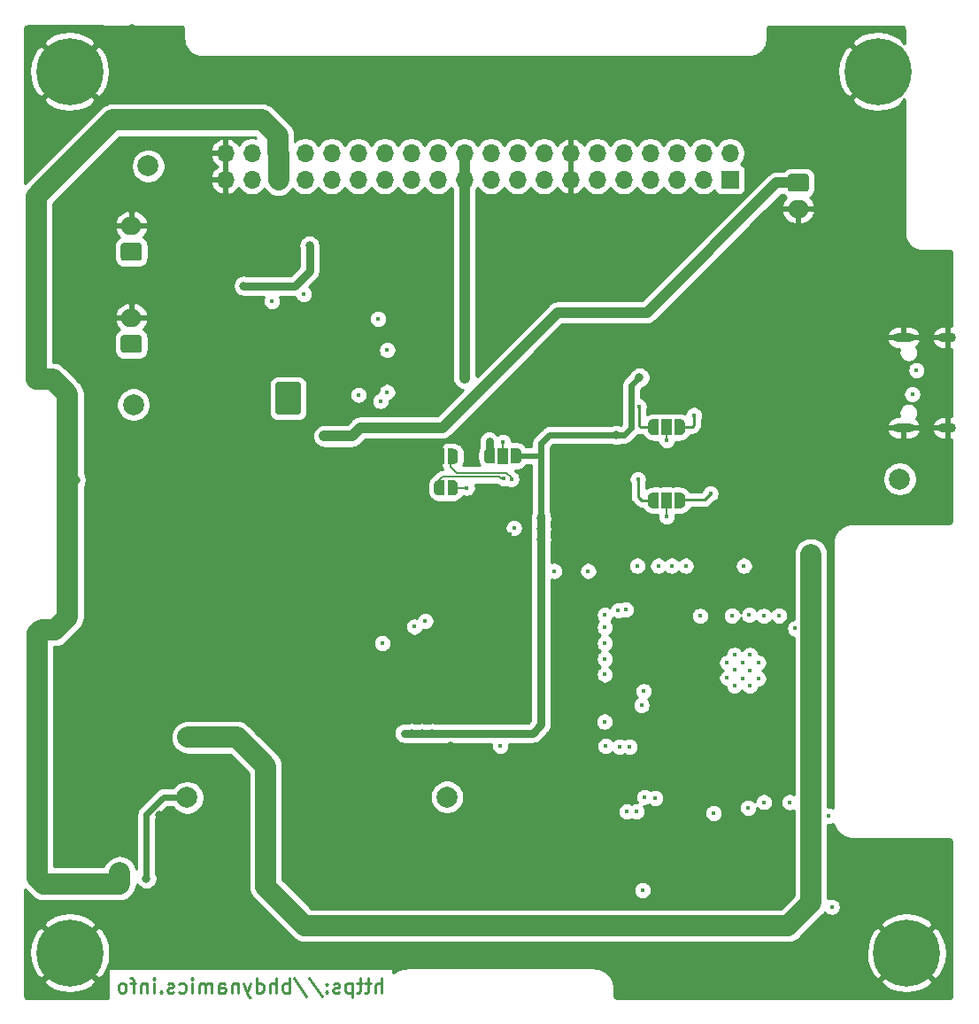
<source format=gbr>
G04 #@! TF.GenerationSoftware,KiCad,Pcbnew,(5.1.9)-1*
G04 #@! TF.CreationDate,2021-06-08T10:33:40+02:00*
G04 #@! TF.ProjectId,DynaQube,44796e61-5175-4626-952e-6b696361645f,v1.2*
G04 #@! TF.SameCoordinates,Original*
G04 #@! TF.FileFunction,Copper,L4,Bot*
G04 #@! TF.FilePolarity,Positive*
%FSLAX46Y46*%
G04 Gerber Fmt 4.6, Leading zero omitted, Abs format (unit mm)*
G04 Created by KiCad (PCBNEW (5.1.9)-1) date 2021-06-08 10:33:40*
%MOMM*%
%LPD*%
G01*
G04 APERTURE LIST*
G04 #@! TA.AperFunction,NonConductor*
%ADD10C,0.250000*%
G04 #@! TD*
G04 #@! TA.AperFunction,SMDPad,CuDef*
%ADD11R,1.000000X1.500000*%
G04 #@! TD*
G04 #@! TA.AperFunction,SMDPad,CuDef*
%ADD12C,0.100000*%
G04 #@! TD*
G04 #@! TA.AperFunction,ComponentPad*
%ADD13O,1.700000X1.700000*%
G04 #@! TD*
G04 #@! TA.AperFunction,ComponentPad*
%ADD14R,1.700000X1.700000*%
G04 #@! TD*
G04 #@! TA.AperFunction,ComponentPad*
%ADD15C,2.000000*%
G04 #@! TD*
G04 #@! TA.AperFunction,ComponentPad*
%ADD16C,0.500000*%
G04 #@! TD*
G04 #@! TA.AperFunction,ComponentPad*
%ADD17O,2.000000X1.700000*%
G04 #@! TD*
G04 #@! TA.AperFunction,ComponentPad*
%ADD18C,0.400000*%
G04 #@! TD*
G04 #@! TA.AperFunction,ComponentPad*
%ADD19O,1.700000X0.900000*%
G04 #@! TD*
G04 #@! TA.AperFunction,ComponentPad*
%ADD20O,2.000000X0.900000*%
G04 #@! TD*
G04 #@! TA.AperFunction,ComponentPad*
%ADD21C,6.400000*%
G04 #@! TD*
G04 #@! TA.AperFunction,ViaPad*
%ADD22C,0.800000*%
G04 #@! TD*
G04 #@! TA.AperFunction,ViaPad*
%ADD23C,0.450000*%
G04 #@! TD*
G04 #@! TA.AperFunction,Conductor*
%ADD24C,2.000000*%
G04 #@! TD*
G04 #@! TA.AperFunction,Conductor*
%ADD25C,0.750000*%
G04 #@! TD*
G04 #@! TA.AperFunction,Conductor*
%ADD26C,1.000000*%
G04 #@! TD*
G04 #@! TA.AperFunction,Conductor*
%ADD27C,0.250000*%
G04 #@! TD*
G04 #@! TA.AperFunction,Conductor*
%ADD28C,0.400000*%
G04 #@! TD*
G04 #@! TA.AperFunction,Conductor*
%ADD29C,0.500000*%
G04 #@! TD*
G04 #@! TA.AperFunction,Conductor*
%ADD30C,0.600000*%
G04 #@! TD*
G04 #@! TA.AperFunction,Conductor*
%ADD31C,0.200000*%
G04 #@! TD*
G04 #@! TA.AperFunction,Conductor*
%ADD32C,0.254000*%
G04 #@! TD*
G04 #@! TA.AperFunction,Conductor*
%ADD33C,0.100000*%
G04 #@! TD*
G04 APERTURE END LIST*
D10*
X61966666Y-140433333D02*
X61966666Y-139033333D01*
X61366666Y-140433333D02*
X61366666Y-139700000D01*
X61433333Y-139566666D01*
X61566666Y-139500000D01*
X61766666Y-139500000D01*
X61900000Y-139566666D01*
X61966666Y-139633333D01*
X60900000Y-139500000D02*
X60366666Y-139500000D01*
X60700000Y-139033333D02*
X60700000Y-140233333D01*
X60633333Y-140366666D01*
X60500000Y-140433333D01*
X60366666Y-140433333D01*
X60100000Y-139500000D02*
X59566666Y-139500000D01*
X59900000Y-139033333D02*
X59900000Y-140233333D01*
X59833333Y-140366666D01*
X59700000Y-140433333D01*
X59566666Y-140433333D01*
X59100000Y-139500000D02*
X59100000Y-140900000D01*
X59100000Y-139566666D02*
X58966666Y-139500000D01*
X58700000Y-139500000D01*
X58566666Y-139566666D01*
X58500000Y-139633333D01*
X58433333Y-139766666D01*
X58433333Y-140166666D01*
X58500000Y-140300000D01*
X58566666Y-140366666D01*
X58700000Y-140433333D01*
X58966666Y-140433333D01*
X59100000Y-140366666D01*
X57900000Y-140366666D02*
X57766666Y-140433333D01*
X57500000Y-140433333D01*
X57366666Y-140366666D01*
X57300000Y-140233333D01*
X57300000Y-140166666D01*
X57366666Y-140033333D01*
X57500000Y-139966666D01*
X57700000Y-139966666D01*
X57833333Y-139900000D01*
X57900000Y-139766666D01*
X57900000Y-139700000D01*
X57833333Y-139566666D01*
X57700000Y-139500000D01*
X57500000Y-139500000D01*
X57366666Y-139566666D01*
X56700000Y-140300000D02*
X56633333Y-140366666D01*
X56700000Y-140433333D01*
X56766666Y-140366666D01*
X56700000Y-140300000D01*
X56700000Y-140433333D01*
X56700000Y-139566666D02*
X56633333Y-139633333D01*
X56700000Y-139700000D01*
X56766666Y-139633333D01*
X56700000Y-139566666D01*
X56700000Y-139700000D01*
X55033333Y-138966666D02*
X56233333Y-140766666D01*
X53566666Y-138966666D02*
X54766666Y-140766666D01*
X53100000Y-140433333D02*
X53100000Y-139033333D01*
X53100000Y-139566666D02*
X52966666Y-139500000D01*
X52700000Y-139500000D01*
X52566666Y-139566666D01*
X52500000Y-139633333D01*
X52433333Y-139766666D01*
X52433333Y-140166666D01*
X52500000Y-140300000D01*
X52566666Y-140366666D01*
X52700000Y-140433333D01*
X52966666Y-140433333D01*
X53100000Y-140366666D01*
X51833333Y-140433333D02*
X51833333Y-139033333D01*
X51233333Y-140433333D02*
X51233333Y-139700000D01*
X51300000Y-139566666D01*
X51433333Y-139500000D01*
X51633333Y-139500000D01*
X51766666Y-139566666D01*
X51833333Y-139633333D01*
X49966666Y-140433333D02*
X49966666Y-139033333D01*
X49966666Y-140366666D02*
X50100000Y-140433333D01*
X50366666Y-140433333D01*
X50500000Y-140366666D01*
X50566666Y-140300000D01*
X50633333Y-140166666D01*
X50633333Y-139766666D01*
X50566666Y-139633333D01*
X50500000Y-139566666D01*
X50366666Y-139500000D01*
X50100000Y-139500000D01*
X49966666Y-139566666D01*
X49433333Y-139500000D02*
X49100000Y-140433333D01*
X48766666Y-139500000D02*
X49100000Y-140433333D01*
X49233333Y-140766666D01*
X49300000Y-140833333D01*
X49433333Y-140900000D01*
X48233333Y-139500000D02*
X48233333Y-140433333D01*
X48233333Y-139633333D02*
X48166666Y-139566666D01*
X48033333Y-139500000D01*
X47833333Y-139500000D01*
X47700000Y-139566666D01*
X47633333Y-139700000D01*
X47633333Y-140433333D01*
X46366666Y-140433333D02*
X46366666Y-139700000D01*
X46433333Y-139566666D01*
X46566666Y-139500000D01*
X46833333Y-139500000D01*
X46966666Y-139566666D01*
X46366666Y-140366666D02*
X46500000Y-140433333D01*
X46833333Y-140433333D01*
X46966666Y-140366666D01*
X47033333Y-140233333D01*
X47033333Y-140100000D01*
X46966666Y-139966666D01*
X46833333Y-139900000D01*
X46500000Y-139900000D01*
X46366666Y-139833333D01*
X45700000Y-140433333D02*
X45700000Y-139500000D01*
X45700000Y-139633333D02*
X45633333Y-139566666D01*
X45500000Y-139500000D01*
X45300000Y-139500000D01*
X45166666Y-139566666D01*
X45100000Y-139700000D01*
X45100000Y-140433333D01*
X45100000Y-139700000D02*
X45033333Y-139566666D01*
X44900000Y-139500000D01*
X44700000Y-139500000D01*
X44566666Y-139566666D01*
X44500000Y-139700000D01*
X44500000Y-140433333D01*
X43833333Y-140433333D02*
X43833333Y-139500000D01*
X43833333Y-139033333D02*
X43900000Y-139100000D01*
X43833333Y-139166666D01*
X43766666Y-139100000D01*
X43833333Y-139033333D01*
X43833333Y-139166666D01*
X42566666Y-140366666D02*
X42700000Y-140433333D01*
X42966666Y-140433333D01*
X43100000Y-140366666D01*
X43166666Y-140300000D01*
X43233333Y-140166666D01*
X43233333Y-139766666D01*
X43166666Y-139633333D01*
X43100000Y-139566666D01*
X42966666Y-139500000D01*
X42700000Y-139500000D01*
X42566666Y-139566666D01*
X42033333Y-140366666D02*
X41900000Y-140433333D01*
X41633333Y-140433333D01*
X41500000Y-140366666D01*
X41433333Y-140233333D01*
X41433333Y-140166666D01*
X41500000Y-140033333D01*
X41633333Y-139966666D01*
X41833333Y-139966666D01*
X41966666Y-139900000D01*
X42033333Y-139766666D01*
X42033333Y-139700000D01*
X41966666Y-139566666D01*
X41833333Y-139500000D01*
X41633333Y-139500000D01*
X41500000Y-139566666D01*
X40833333Y-140300000D02*
X40766666Y-140366666D01*
X40833333Y-140433333D01*
X40900000Y-140366666D01*
X40833333Y-140300000D01*
X40833333Y-140433333D01*
X40166666Y-140433333D02*
X40166666Y-139500000D01*
X40166666Y-139033333D02*
X40233333Y-139100000D01*
X40166666Y-139166666D01*
X40100000Y-139100000D01*
X40166666Y-139033333D01*
X40166666Y-139166666D01*
X39500000Y-139500000D02*
X39500000Y-140433333D01*
X39500000Y-139633333D02*
X39433333Y-139566666D01*
X39300000Y-139500000D01*
X39100000Y-139500000D01*
X38966666Y-139566666D01*
X38900000Y-139700000D01*
X38900000Y-140433333D01*
X38433333Y-139500000D02*
X37900000Y-139500000D01*
X38233333Y-140433333D02*
X38233333Y-139233333D01*
X38166666Y-139100000D01*
X38033333Y-139033333D01*
X37900000Y-139033333D01*
X37233333Y-140433333D02*
X37366666Y-140366666D01*
X37433333Y-140300000D01*
X37500000Y-140166666D01*
X37500000Y-139766666D01*
X37433333Y-139633333D01*
X37366666Y-139566666D01*
X37233333Y-139500000D01*
X37033333Y-139500000D01*
X36900000Y-139566666D01*
X36833333Y-139633333D01*
X36766666Y-139766666D01*
X36766666Y-140166666D01*
X36833333Y-140300000D01*
X36900000Y-140366666D01*
X37033333Y-140433333D01*
X37233333Y-140433333D01*
D11*
X89200000Y-93350000D03*
G04 #@! TA.AperFunction,SMDPad,CuDef*
D12*
G36*
X87900000Y-94099398D02*
G01*
X87875466Y-94099398D01*
X87826635Y-94094588D01*
X87778510Y-94085016D01*
X87731555Y-94070772D01*
X87686222Y-94051995D01*
X87642949Y-94028864D01*
X87602150Y-94001604D01*
X87564221Y-93970476D01*
X87529524Y-93935779D01*
X87498396Y-93897850D01*
X87471136Y-93857051D01*
X87448005Y-93813778D01*
X87429228Y-93768445D01*
X87414984Y-93721490D01*
X87405412Y-93673365D01*
X87400602Y-93624534D01*
X87400602Y-93600000D01*
X87400000Y-93600000D01*
X87400000Y-93100000D01*
X87400602Y-93100000D01*
X87400602Y-93075466D01*
X87405412Y-93026635D01*
X87414984Y-92978510D01*
X87429228Y-92931555D01*
X87448005Y-92886222D01*
X87471136Y-92842949D01*
X87498396Y-92802150D01*
X87529524Y-92764221D01*
X87564221Y-92729524D01*
X87602150Y-92698396D01*
X87642949Y-92671136D01*
X87686222Y-92648005D01*
X87731555Y-92629228D01*
X87778510Y-92614984D01*
X87826635Y-92605412D01*
X87875466Y-92600602D01*
X87900000Y-92600602D01*
X87900000Y-92600000D01*
X88450000Y-92600000D01*
X88450000Y-94100000D01*
X87900000Y-94100000D01*
X87900000Y-94099398D01*
G37*
G04 #@! TD.AperFunction*
G04 #@! TA.AperFunction,SMDPad,CuDef*
G36*
X89950000Y-92600000D02*
G01*
X90500000Y-92600000D01*
X90500000Y-92600602D01*
X90524534Y-92600602D01*
X90573365Y-92605412D01*
X90621490Y-92614984D01*
X90668445Y-92629228D01*
X90713778Y-92648005D01*
X90757051Y-92671136D01*
X90797850Y-92698396D01*
X90835779Y-92729524D01*
X90870476Y-92764221D01*
X90901604Y-92802150D01*
X90928864Y-92842949D01*
X90951995Y-92886222D01*
X90970772Y-92931555D01*
X90985016Y-92978510D01*
X90994588Y-93026635D01*
X90999398Y-93075466D01*
X90999398Y-93100000D01*
X91000000Y-93100000D01*
X91000000Y-93600000D01*
X90999398Y-93600000D01*
X90999398Y-93624534D01*
X90994588Y-93673365D01*
X90985016Y-93721490D01*
X90970772Y-93768445D01*
X90951995Y-93813778D01*
X90928864Y-93857051D01*
X90901604Y-93897850D01*
X90870476Y-93935779D01*
X90835779Y-93970476D01*
X90797850Y-94001604D01*
X90757051Y-94028864D01*
X90713778Y-94051995D01*
X90668445Y-94070772D01*
X90621490Y-94085016D01*
X90573365Y-94094588D01*
X90524534Y-94099398D01*
X90500000Y-94099398D01*
X90500000Y-94100000D01*
X89950000Y-94100000D01*
X89950000Y-92600000D01*
G37*
G04 #@! TD.AperFunction*
D11*
X89200000Y-86350000D03*
G04 #@! TA.AperFunction,SMDPad,CuDef*
D12*
G36*
X87900000Y-87099398D02*
G01*
X87875466Y-87099398D01*
X87826635Y-87094588D01*
X87778510Y-87085016D01*
X87731555Y-87070772D01*
X87686222Y-87051995D01*
X87642949Y-87028864D01*
X87602150Y-87001604D01*
X87564221Y-86970476D01*
X87529524Y-86935779D01*
X87498396Y-86897850D01*
X87471136Y-86857051D01*
X87448005Y-86813778D01*
X87429228Y-86768445D01*
X87414984Y-86721490D01*
X87405412Y-86673365D01*
X87400602Y-86624534D01*
X87400602Y-86600000D01*
X87400000Y-86600000D01*
X87400000Y-86100000D01*
X87400602Y-86100000D01*
X87400602Y-86075466D01*
X87405412Y-86026635D01*
X87414984Y-85978510D01*
X87429228Y-85931555D01*
X87448005Y-85886222D01*
X87471136Y-85842949D01*
X87498396Y-85802150D01*
X87529524Y-85764221D01*
X87564221Y-85729524D01*
X87602150Y-85698396D01*
X87642949Y-85671136D01*
X87686222Y-85648005D01*
X87731555Y-85629228D01*
X87778510Y-85614984D01*
X87826635Y-85605412D01*
X87875466Y-85600602D01*
X87900000Y-85600602D01*
X87900000Y-85600000D01*
X88450000Y-85600000D01*
X88450000Y-87100000D01*
X87900000Y-87100000D01*
X87900000Y-87099398D01*
G37*
G04 #@! TD.AperFunction*
G04 #@! TA.AperFunction,SMDPad,CuDef*
G36*
X89950000Y-85600000D02*
G01*
X90500000Y-85600000D01*
X90500000Y-85600602D01*
X90524534Y-85600602D01*
X90573365Y-85605412D01*
X90621490Y-85614984D01*
X90668445Y-85629228D01*
X90713778Y-85648005D01*
X90757051Y-85671136D01*
X90797850Y-85698396D01*
X90835779Y-85729524D01*
X90870476Y-85764221D01*
X90901604Y-85802150D01*
X90928864Y-85842949D01*
X90951995Y-85886222D01*
X90970772Y-85931555D01*
X90985016Y-85978510D01*
X90994588Y-86026635D01*
X90999398Y-86075466D01*
X90999398Y-86100000D01*
X91000000Y-86100000D01*
X91000000Y-86600000D01*
X90999398Y-86600000D01*
X90999398Y-86624534D01*
X90994588Y-86673365D01*
X90985016Y-86721490D01*
X90970772Y-86768445D01*
X90951995Y-86813778D01*
X90928864Y-86857051D01*
X90901604Y-86897850D01*
X90870476Y-86935779D01*
X90835779Y-86970476D01*
X90797850Y-87001604D01*
X90757051Y-87028864D01*
X90713778Y-87051995D01*
X90668445Y-87070772D01*
X90621490Y-87085016D01*
X90573365Y-87094588D01*
X90524534Y-87099398D01*
X90500000Y-87099398D01*
X90500000Y-87100000D01*
X89950000Y-87100000D01*
X89950000Y-85600000D01*
G37*
G04 #@! TD.AperFunction*
G04 #@! TA.AperFunction,SMDPad,CuDef*
G36*
X67450000Y-89899398D02*
G01*
X67425466Y-89899398D01*
X67376635Y-89894588D01*
X67328510Y-89885016D01*
X67281555Y-89870772D01*
X67236222Y-89851995D01*
X67192949Y-89828864D01*
X67152150Y-89801604D01*
X67114221Y-89770476D01*
X67079524Y-89735779D01*
X67048396Y-89697850D01*
X67021136Y-89657051D01*
X66998005Y-89613778D01*
X66979228Y-89568445D01*
X66964984Y-89521490D01*
X66955412Y-89473365D01*
X66950602Y-89424534D01*
X66950602Y-89400000D01*
X66950000Y-89400000D01*
X66950000Y-88900000D01*
X66950602Y-88900000D01*
X66950602Y-88875466D01*
X66955412Y-88826635D01*
X66964984Y-88778510D01*
X66979228Y-88731555D01*
X66998005Y-88686222D01*
X67021136Y-88642949D01*
X67048396Y-88602150D01*
X67079524Y-88564221D01*
X67114221Y-88529524D01*
X67152150Y-88498396D01*
X67192949Y-88471136D01*
X67236222Y-88448005D01*
X67281555Y-88429228D01*
X67328510Y-88414984D01*
X67376635Y-88405412D01*
X67425466Y-88400602D01*
X67450000Y-88400602D01*
X67450000Y-88400000D01*
X67950000Y-88400000D01*
X67950000Y-89900000D01*
X67450000Y-89900000D01*
X67450000Y-89899398D01*
G37*
G04 #@! TD.AperFunction*
G04 #@! TA.AperFunction,SMDPad,CuDef*
G36*
X68250000Y-88400000D02*
G01*
X68750000Y-88400000D01*
X68750000Y-88400602D01*
X68774534Y-88400602D01*
X68823365Y-88405412D01*
X68871490Y-88414984D01*
X68918445Y-88429228D01*
X68963778Y-88448005D01*
X69007051Y-88471136D01*
X69047850Y-88498396D01*
X69085779Y-88529524D01*
X69120476Y-88564221D01*
X69151604Y-88602150D01*
X69178864Y-88642949D01*
X69201995Y-88686222D01*
X69220772Y-88731555D01*
X69235016Y-88778510D01*
X69244588Y-88826635D01*
X69249398Y-88875466D01*
X69249398Y-88900000D01*
X69250000Y-88900000D01*
X69250000Y-89400000D01*
X69249398Y-89400000D01*
X69249398Y-89424534D01*
X69244588Y-89473365D01*
X69235016Y-89521490D01*
X69220772Y-89568445D01*
X69201995Y-89613778D01*
X69178864Y-89657051D01*
X69151604Y-89697850D01*
X69120476Y-89735779D01*
X69085779Y-89770476D01*
X69047850Y-89801604D01*
X69007051Y-89828864D01*
X68963778Y-89851995D01*
X68918445Y-89870772D01*
X68871490Y-89885016D01*
X68823365Y-89894588D01*
X68774534Y-89899398D01*
X68750000Y-89899398D01*
X68750000Y-89900000D01*
X68250000Y-89900000D01*
X68250000Y-88400000D01*
G37*
G04 #@! TD.AperFunction*
G04 #@! TA.AperFunction,SMDPad,CuDef*
G36*
X68750000Y-91400602D02*
G01*
X68774534Y-91400602D01*
X68823365Y-91405412D01*
X68871490Y-91414984D01*
X68918445Y-91429228D01*
X68963778Y-91448005D01*
X69007051Y-91471136D01*
X69047850Y-91498396D01*
X69085779Y-91529524D01*
X69120476Y-91564221D01*
X69151604Y-91602150D01*
X69178864Y-91642949D01*
X69201995Y-91686222D01*
X69220772Y-91731555D01*
X69235016Y-91778510D01*
X69244588Y-91826635D01*
X69249398Y-91875466D01*
X69249398Y-91900000D01*
X69250000Y-91900000D01*
X69250000Y-92400000D01*
X69249398Y-92400000D01*
X69249398Y-92424534D01*
X69244588Y-92473365D01*
X69235016Y-92521490D01*
X69220772Y-92568445D01*
X69201995Y-92613778D01*
X69178864Y-92657051D01*
X69151604Y-92697850D01*
X69120476Y-92735779D01*
X69085779Y-92770476D01*
X69047850Y-92801604D01*
X69007051Y-92828864D01*
X68963778Y-92851995D01*
X68918445Y-92870772D01*
X68871490Y-92885016D01*
X68823365Y-92894588D01*
X68774534Y-92899398D01*
X68750000Y-92899398D01*
X68750000Y-92900000D01*
X68250000Y-92900000D01*
X68250000Y-91400000D01*
X68750000Y-91400000D01*
X68750000Y-91400602D01*
G37*
G04 #@! TD.AperFunction*
G04 #@! TA.AperFunction,SMDPad,CuDef*
G36*
X67950000Y-92900000D02*
G01*
X67450000Y-92900000D01*
X67450000Y-92899398D01*
X67425466Y-92899398D01*
X67376635Y-92894588D01*
X67328510Y-92885016D01*
X67281555Y-92870772D01*
X67236222Y-92851995D01*
X67192949Y-92828864D01*
X67152150Y-92801604D01*
X67114221Y-92770476D01*
X67079524Y-92735779D01*
X67048396Y-92697850D01*
X67021136Y-92657051D01*
X66998005Y-92613778D01*
X66979228Y-92568445D01*
X66964984Y-92521490D01*
X66955412Y-92473365D01*
X66950602Y-92424534D01*
X66950602Y-92400000D01*
X66950000Y-92400000D01*
X66950000Y-91900000D01*
X66950602Y-91900000D01*
X66950602Y-91875466D01*
X66955412Y-91826635D01*
X66964984Y-91778510D01*
X66979228Y-91731555D01*
X66998005Y-91686222D01*
X67021136Y-91642949D01*
X67048396Y-91602150D01*
X67079524Y-91564221D01*
X67114221Y-91529524D01*
X67152150Y-91498396D01*
X67192949Y-91471136D01*
X67236222Y-91448005D01*
X67281555Y-91429228D01*
X67328510Y-91414984D01*
X67376635Y-91405412D01*
X67425466Y-91400602D01*
X67450000Y-91400602D01*
X67450000Y-91400000D01*
X67950000Y-91400000D01*
X67950000Y-92900000D01*
G37*
G04 #@! TD.AperFunction*
D11*
X73550000Y-89100000D03*
G04 #@! TA.AperFunction,SMDPad,CuDef*
D12*
G36*
X74850000Y-88350602D02*
G01*
X74874534Y-88350602D01*
X74923365Y-88355412D01*
X74971490Y-88364984D01*
X75018445Y-88379228D01*
X75063778Y-88398005D01*
X75107051Y-88421136D01*
X75147850Y-88448396D01*
X75185779Y-88479524D01*
X75220476Y-88514221D01*
X75251604Y-88552150D01*
X75278864Y-88592949D01*
X75301995Y-88636222D01*
X75320772Y-88681555D01*
X75335016Y-88728510D01*
X75344588Y-88776635D01*
X75349398Y-88825466D01*
X75349398Y-88850000D01*
X75350000Y-88850000D01*
X75350000Y-89350000D01*
X75349398Y-89350000D01*
X75349398Y-89374534D01*
X75344588Y-89423365D01*
X75335016Y-89471490D01*
X75320772Y-89518445D01*
X75301995Y-89563778D01*
X75278864Y-89607051D01*
X75251604Y-89647850D01*
X75220476Y-89685779D01*
X75185779Y-89720476D01*
X75147850Y-89751604D01*
X75107051Y-89778864D01*
X75063778Y-89801995D01*
X75018445Y-89820772D01*
X74971490Y-89835016D01*
X74923365Y-89844588D01*
X74874534Y-89849398D01*
X74850000Y-89849398D01*
X74850000Y-89850000D01*
X74300000Y-89850000D01*
X74300000Y-88350000D01*
X74850000Y-88350000D01*
X74850000Y-88350602D01*
G37*
G04 #@! TD.AperFunction*
G04 #@! TA.AperFunction,SMDPad,CuDef*
G36*
X72800000Y-89850000D02*
G01*
X72250000Y-89850000D01*
X72250000Y-89849398D01*
X72225466Y-89849398D01*
X72176635Y-89844588D01*
X72128510Y-89835016D01*
X72081555Y-89820772D01*
X72036222Y-89801995D01*
X71992949Y-89778864D01*
X71952150Y-89751604D01*
X71914221Y-89720476D01*
X71879524Y-89685779D01*
X71848396Y-89647850D01*
X71821136Y-89607051D01*
X71798005Y-89563778D01*
X71779228Y-89518445D01*
X71764984Y-89471490D01*
X71755412Y-89423365D01*
X71750602Y-89374534D01*
X71750602Y-89350000D01*
X71750000Y-89350000D01*
X71750000Y-88850000D01*
X71750602Y-88850000D01*
X71750602Y-88825466D01*
X71755412Y-88776635D01*
X71764984Y-88728510D01*
X71779228Y-88681555D01*
X71798005Y-88636222D01*
X71821136Y-88592949D01*
X71848396Y-88552150D01*
X71879524Y-88514221D01*
X71914221Y-88479524D01*
X71952150Y-88448396D01*
X71992949Y-88421136D01*
X72036222Y-88398005D01*
X72081555Y-88379228D01*
X72128510Y-88364984D01*
X72176635Y-88355412D01*
X72225466Y-88350602D01*
X72250000Y-88350602D01*
X72250000Y-88350000D01*
X72800000Y-88350000D01*
X72800000Y-89850000D01*
G37*
G04 #@! TD.AperFunction*
D13*
X47000000Y-60150000D03*
X47000000Y-62690000D03*
X49540000Y-60150000D03*
X49540000Y-62690000D03*
X52080000Y-60150000D03*
X52080000Y-62690000D03*
X54620000Y-60150000D03*
X54620000Y-62690000D03*
X57160000Y-60150000D03*
X57160000Y-62690000D03*
X59700000Y-60150000D03*
X59700000Y-62690000D03*
X62240000Y-60150000D03*
X62240000Y-62690000D03*
X64780000Y-60150000D03*
X64780000Y-62690000D03*
X67320000Y-60150000D03*
X67320000Y-62690000D03*
X69860000Y-60150000D03*
X69860000Y-62690000D03*
X72400000Y-60150000D03*
X72400000Y-62690000D03*
X74940000Y-60150000D03*
X74940000Y-62690000D03*
X77480000Y-60150000D03*
X77480000Y-62690000D03*
X80020000Y-60150000D03*
X80020000Y-62690000D03*
X82560000Y-60150000D03*
X82560000Y-62690000D03*
X85100000Y-60150000D03*
X85100000Y-62690000D03*
X87640000Y-60150000D03*
X87640000Y-62690000D03*
X90180000Y-60150000D03*
X90180000Y-62690000D03*
X92720000Y-60150000D03*
X92720000Y-62690000D03*
X95260000Y-60150000D03*
D14*
X95260000Y-62690000D03*
D15*
X38200000Y-84200000D03*
X39600000Y-61400000D03*
G04 #@! TA.AperFunction,SMDPad,CuDef*
G36*
G01*
X51795000Y-84900002D02*
X51795000Y-82299998D01*
G75*
G02*
X52044998Y-82050000I249998J0D01*
G01*
X53955002Y-82050000D01*
G75*
G02*
X54205000Y-82299998I0J-249998D01*
G01*
X54205000Y-84900002D01*
G75*
G02*
X53955002Y-85150000I-249998J0D01*
G01*
X52044998Y-85150000D01*
G75*
G02*
X51795000Y-84900002I0J249998D01*
G01*
G37*
G04 #@! TD.AperFunction*
D16*
X53955000Y-84900000D03*
X52045000Y-84900000D03*
X53955000Y-83600000D03*
X52045000Y-83600000D03*
X53955000Y-82300000D03*
X52045000Y-82300000D03*
D17*
X101800000Y-65500000D03*
G04 #@! TA.AperFunction,ComponentPad*
G36*
G01*
X101050000Y-62150000D02*
X102550000Y-62150000D01*
G75*
G02*
X102800000Y-62400000I0J-250000D01*
G01*
X102800000Y-63600000D01*
G75*
G02*
X102550000Y-63850000I-250000J0D01*
G01*
X101050000Y-63850000D01*
G75*
G02*
X100800000Y-63600000I0J250000D01*
G01*
X100800000Y-62400000D01*
G75*
G02*
X101050000Y-62150000I250000J0D01*
G01*
G37*
G04 #@! TD.AperFunction*
D18*
X95693200Y-109573200D03*
X97166400Y-109624000D03*
X96506000Y-110386000D03*
X96455200Y-108862000D03*
X95693200Y-108100000D03*
X94982000Y-108862000D03*
X94982000Y-110335200D03*
X95693200Y-111097200D03*
X97166400Y-111097200D03*
X97979200Y-110386000D03*
X97979200Y-108862000D03*
X97166400Y-108100000D03*
D15*
X68200000Y-121700000D03*
D19*
X116040000Y-77780000D03*
X116040000Y-86420000D03*
D20*
X111870000Y-77780000D03*
X111870000Y-86420000D03*
D15*
X111500000Y-91300000D03*
D17*
X38000000Y-75900000D03*
G04 #@! TA.AperFunction,ComponentPad*
G36*
G01*
X38750000Y-79250000D02*
X37250000Y-79250000D01*
G75*
G02*
X37000000Y-79000000I0J250000D01*
G01*
X37000000Y-77800000D01*
G75*
G02*
X37250000Y-77550000I250000J0D01*
G01*
X38750000Y-77550000D01*
G75*
G02*
X39000000Y-77800000I0J-250000D01*
G01*
X39000000Y-79000000D01*
G75*
G02*
X38750000Y-79250000I-250000J0D01*
G01*
G37*
G04 #@! TD.AperFunction*
X38000000Y-67100000D03*
G04 #@! TA.AperFunction,ComponentPad*
G36*
G01*
X38750000Y-70450000D02*
X37250000Y-70450000D01*
G75*
G02*
X37000000Y-70200000I0J250000D01*
G01*
X37000000Y-69000000D01*
G75*
G02*
X37250000Y-68750000I250000J0D01*
G01*
X38750000Y-68750000D01*
G75*
G02*
X39000000Y-69000000I0J-250000D01*
G01*
X39000000Y-70200000D01*
G75*
G02*
X38750000Y-70450000I-250000J0D01*
G01*
G37*
G04 #@! TD.AperFunction*
D15*
X43400000Y-116000000D03*
X43350000Y-121750000D03*
D21*
X32100000Y-52350000D03*
X32130000Y-136600000D03*
X112150000Y-136610000D03*
X109400000Y-52350000D03*
D22*
X87300000Y-131750000D03*
X108300000Y-84000000D03*
X108300000Y-80800000D03*
X90900000Y-125800000D03*
D23*
X72471125Y-97118839D03*
X74200000Y-96550000D03*
D22*
X88000000Y-105000000D03*
X88000000Y-106900000D03*
X88100000Y-114000000D03*
X88100000Y-116000000D03*
X91000000Y-105000000D03*
X94000000Y-105000000D03*
X98500000Y-116000000D03*
X98500000Y-114000000D03*
X94000000Y-114000000D03*
X94000000Y-116000000D03*
X92100000Y-111000000D03*
X84400000Y-107800000D03*
X87600000Y-96100000D03*
X93200000Y-86200000D03*
X86500000Y-90200000D03*
X76000000Y-91800000D03*
X46000000Y-103600000D03*
X47200000Y-103600000D03*
X48400000Y-103600000D03*
X49600000Y-103600000D03*
X50800000Y-103600000D03*
X35800000Y-86600000D03*
X39400000Y-86600000D03*
X38200000Y-86600000D03*
X37000000Y-86600000D03*
X34600000Y-86600000D03*
X37400000Y-99000000D03*
X38400000Y-99000000D03*
X39400000Y-99000000D03*
X40400000Y-99000000D03*
X92600000Y-96600000D03*
X58500000Y-94400000D03*
D23*
X57100000Y-85200000D03*
X90200000Y-121200000D03*
X98500000Y-123100000D03*
X92700000Y-121200000D03*
D22*
X38100000Y-137160000D03*
X43180000Y-137160000D03*
X48260000Y-137160000D03*
X53340000Y-137160000D03*
X58420000Y-137160000D03*
X63500000Y-137160000D03*
X68580000Y-137160000D03*
X73660000Y-137160000D03*
X78740000Y-137160000D03*
X83820000Y-137160000D03*
X91440000Y-137160000D03*
X43180000Y-132080000D03*
X38100000Y-132080000D03*
X33020000Y-132080000D03*
X48260000Y-132080000D03*
X58420000Y-132080000D03*
X63500000Y-132080000D03*
X68580000Y-132080000D03*
X73660000Y-132080000D03*
X78740000Y-132080000D03*
X83820000Y-132080000D03*
X73660000Y-127000000D03*
X78740000Y-127000000D03*
X73660000Y-121920000D03*
X68580000Y-116840000D03*
X58420000Y-111760000D03*
X68580000Y-111760000D03*
X63500000Y-111760000D03*
X53340000Y-111760000D03*
X48260000Y-111760000D03*
X43180000Y-111760000D03*
X38100000Y-111760000D03*
X33020000Y-111760000D03*
X48260000Y-106680000D03*
X53340000Y-106680000D03*
X33020000Y-106680000D03*
X53340000Y-101600000D03*
X53300000Y-95800000D03*
X53340000Y-91440000D03*
X48260000Y-91440000D03*
X73660000Y-73660000D03*
X38100000Y-48260000D03*
X30480000Y-58420000D03*
X101600000Y-58420000D03*
X106680000Y-58420000D03*
X101600000Y-53340000D03*
X106680000Y-63500000D03*
X106680000Y-68580000D03*
X106680000Y-73660000D03*
X111760000Y-73660000D03*
X106680000Y-91440000D03*
X101600000Y-88900000D03*
X73660000Y-66040000D03*
X88900000Y-68580000D03*
X93980000Y-73660000D03*
D23*
X84650000Y-118000000D03*
X100800000Y-121000000D03*
X73400000Y-93600000D03*
X94750000Y-121250000D03*
D22*
X55550000Y-79300000D03*
X59850000Y-79300000D03*
D23*
X33150000Y-123500000D03*
D22*
X33150000Y-123500000D03*
X41500000Y-119650000D03*
X40700000Y-123450000D03*
X44000000Y-88000000D03*
X46000000Y-88000000D03*
X48000000Y-88000000D03*
X48000000Y-86000000D03*
X45000000Y-87000000D03*
X47000000Y-87000000D03*
X49000000Y-87000000D03*
X48250000Y-95750000D03*
X43250000Y-106750000D03*
X38000000Y-106750000D03*
X43000000Y-54500000D03*
X42750000Y-60250000D03*
X36250000Y-54500000D03*
X101500000Y-68500000D03*
X77250000Y-84000000D03*
X69750000Y-96000000D03*
X68750000Y-101000000D03*
X114750000Y-91250000D03*
X114750000Y-73500000D03*
X58250000Y-68000000D03*
X37750000Y-59000000D03*
X75750000Y-101000000D03*
X79250000Y-102750000D03*
X100000000Y-109500000D03*
X53250000Y-88000000D03*
X34500000Y-83500000D03*
X86250000Y-66750000D03*
X101750000Y-49000000D03*
X105250000Y-49000000D03*
X105000000Y-55750000D03*
X106750000Y-94500000D03*
X114750000Y-94500000D03*
X36900000Y-128900000D03*
X36900000Y-130000000D03*
X35600000Y-130000000D03*
X31700000Y-91400000D03*
X32700000Y-91400000D03*
X34000000Y-129999996D03*
X103000000Y-98540000D03*
X103000000Y-99550000D03*
X103000000Y-100550000D03*
X103099998Y-127000000D03*
X80800000Y-134000000D03*
D23*
X72250000Y-87700000D03*
D22*
X69926079Y-81700011D03*
D23*
X113100000Y-80900000D03*
X86800000Y-112950013D03*
X112700000Y-83200000D03*
X87000000Y-111600000D03*
D22*
X48750000Y-72850000D03*
X55050000Y-69000000D03*
D23*
X91800006Y-85200000D03*
X66125259Y-104882781D03*
X83370906Y-116820917D03*
X93400000Y-92700000D03*
X65078673Y-105421150D03*
X84700000Y-116900004D03*
D22*
X64800000Y-115600000D03*
X65800000Y-115600000D03*
X66800000Y-115600000D03*
X77200000Y-96100000D03*
X77200000Y-97100000D03*
X77200000Y-95100000D03*
X84400000Y-87100000D03*
X84400000Y-87100000D03*
X86600000Y-81600000D03*
D23*
X86550000Y-84400000D03*
X86449989Y-91349989D03*
X74600000Y-96000000D03*
X78450000Y-100100000D03*
X104700000Y-123500000D03*
X105000000Y-132199996D03*
X98500000Y-122199996D03*
X97000000Y-122725010D03*
X88100000Y-121800000D03*
X87086173Y-121701015D03*
X85650000Y-116900002D03*
X83250000Y-114500002D03*
X83300000Y-110000000D03*
X83300000Y-108500000D03*
X83300000Y-107000000D03*
X83300000Y-105500000D03*
X83300000Y-104300004D03*
X81700000Y-100100000D03*
X84582361Y-103852503D03*
X85300024Y-103794632D03*
X86399996Y-99600000D03*
X88400000Y-99600000D03*
X89700011Y-99600009D03*
X91023928Y-99600009D03*
X92400000Y-104400000D03*
X96600000Y-99600000D03*
X95450000Y-104350000D03*
X97100000Y-104300000D03*
X98500000Y-104400000D03*
X99950000Y-104350000D03*
X101499990Y-105600000D03*
X86900000Y-130600000D03*
X61837248Y-83857082D03*
X62474990Y-78974564D03*
X85400000Y-123100002D03*
X59734992Y-83265008D03*
X62474990Y-83000000D03*
X61600000Y-76000000D03*
X86300000Y-123100000D03*
X93700000Y-123250020D03*
X62000000Y-107000000D03*
X100949990Y-122199998D03*
D22*
X39450000Y-129500000D03*
D23*
X73550000Y-87800000D03*
X73641256Y-91233734D03*
X74350000Y-91325000D03*
X70100000Y-92150014D03*
X89200000Y-87600000D03*
X89200000Y-94900000D03*
D22*
X56500000Y-87200000D03*
X57400000Y-87200000D03*
X58300000Y-87200000D03*
D23*
X73300004Y-116800000D03*
X51450000Y-74300000D03*
X54500000Y-73650000D03*
D24*
X52080000Y-60150000D02*
X52080000Y-62690000D01*
X36900000Y-130000000D02*
X35600000Y-130000000D01*
X52000000Y-58500000D02*
X52000000Y-60070000D01*
X30500000Y-81800000D02*
X28900000Y-81800000D01*
X28900000Y-81800000D02*
X28900000Y-64295822D01*
X31899989Y-104500011D02*
X31899989Y-83199989D01*
X29400000Y-105700000D02*
X30700000Y-105700000D01*
X30700000Y-105700000D02*
X31899989Y-104500011D01*
X50500000Y-57000000D02*
X52000000Y-58500000D01*
X29599996Y-129999996D02*
X29000000Y-129400000D01*
X29000000Y-106100000D02*
X29400000Y-105700000D01*
X35600000Y-130000000D02*
X35599996Y-129999996D01*
X35599996Y-129999996D02*
X29599996Y-129999996D01*
X28900000Y-64295822D02*
X36195822Y-57000000D01*
X31899989Y-83199989D02*
X30500000Y-81800000D01*
X36195822Y-57000000D02*
X50500000Y-57000000D01*
X29000000Y-129400000D02*
X29000000Y-106100000D01*
X36900000Y-128900000D02*
X36900000Y-130000000D01*
X81365685Y-134000000D02*
X80800000Y-134000000D01*
X100800000Y-134000000D02*
X81365685Y-134000000D01*
X103000000Y-98540000D02*
X103000000Y-131800000D01*
X103000000Y-131800000D02*
X100800000Y-134000000D01*
X54600000Y-134000000D02*
X80800000Y-134000000D01*
X50850000Y-130250000D02*
X54600000Y-134000000D01*
X50850000Y-118750000D02*
X50850000Y-130250000D01*
X48100000Y-116000000D02*
X50850000Y-118750000D01*
X43400000Y-116000000D02*
X48100000Y-116000000D01*
D25*
X72250000Y-89100000D02*
X72250000Y-87700000D01*
D26*
X69860000Y-60150000D02*
X69860000Y-81633932D01*
X69860000Y-81633932D02*
X69926079Y-81700011D01*
D25*
X53650000Y-72850000D02*
X55050000Y-71450000D01*
X55050000Y-71450000D02*
X55050000Y-69000000D01*
X48750000Y-72850000D02*
X53650000Y-72850000D01*
D27*
X91650000Y-86350000D02*
X90500000Y-86350000D01*
X91800000Y-86200000D02*
X91650000Y-86350000D01*
X91800000Y-85200006D02*
X91800000Y-86200000D01*
X91800006Y-85200000D02*
X91800000Y-85200006D01*
X90550000Y-93300000D02*
X90500000Y-93350000D01*
X92800000Y-93300000D02*
X90550000Y-93300000D01*
X93400000Y-92700000D02*
X92800000Y-93300000D01*
D25*
X77200000Y-114800000D02*
X77200000Y-94800000D01*
X76400000Y-115600000D02*
X77200000Y-114800000D01*
X64100000Y-115600000D02*
X76400000Y-115600000D01*
D28*
X77150000Y-89100000D02*
X77200000Y-89050000D01*
D29*
X74850000Y-89100000D02*
X77150000Y-89100000D01*
D30*
X77200000Y-95100000D02*
X77200000Y-89050000D01*
X86550000Y-81650000D02*
X86600000Y-81600000D01*
X84400000Y-87100000D02*
X85150000Y-87100000D01*
X85150000Y-87100000D02*
X85800000Y-86450000D01*
X85800000Y-82400000D02*
X86600000Y-81600000D01*
X85800000Y-86450000D02*
X85800000Y-82400000D01*
X77200000Y-87900000D02*
X77200000Y-89050000D01*
X78000000Y-87100000D02*
X77200000Y-87900000D01*
X84400000Y-87100000D02*
X78000000Y-87100000D01*
D27*
X87900000Y-86350000D02*
X86700000Y-86350000D01*
X86700000Y-86350000D02*
X86550000Y-86200000D01*
X86550000Y-86200000D02*
X86550000Y-84400000D01*
X86800000Y-93350000D02*
X86449989Y-92999989D01*
X86449989Y-92999989D02*
X86449989Y-91349989D01*
X87900000Y-93350000D02*
X86800000Y-93350000D01*
D30*
X41935787Y-121750000D02*
X43350000Y-121750000D01*
X41067998Y-121750000D02*
X41935787Y-121750000D01*
X39450000Y-123367998D02*
X41067998Y-121750000D01*
X39450000Y-129500000D02*
X39450000Y-123367998D01*
D31*
X73550000Y-87800000D02*
X73550000Y-89100000D01*
X73323058Y-91233734D02*
X73641256Y-91233734D01*
X73189324Y-91100000D02*
X73323058Y-91233734D01*
X67752408Y-91100000D02*
X73189324Y-91100000D01*
X67450000Y-92150000D02*
X67450000Y-91402408D01*
X67450000Y-91402408D02*
X67752408Y-91100000D01*
X74350000Y-91200000D02*
X74350000Y-91325000D01*
X73850000Y-90700000D02*
X74350000Y-91200000D01*
X69100000Y-90700000D02*
X73850000Y-90700000D01*
X68550000Y-89350000D02*
X68550000Y-90150000D01*
X68550000Y-90150000D02*
X69100000Y-90700000D01*
X68750000Y-89150000D02*
X68550000Y-89350000D01*
X70099986Y-92150000D02*
X70100000Y-92150014D01*
X68750000Y-92150000D02*
X70099986Y-92150000D01*
X89200000Y-87600000D02*
X89200000Y-86350000D01*
X89200000Y-93350000D02*
X89200000Y-94300000D01*
X89200000Y-94300000D02*
X89200000Y-94900000D01*
D26*
X59900000Y-86400000D02*
X59100000Y-87200000D01*
X78750000Y-75400000D02*
X67750000Y-86400000D01*
X67750000Y-86400000D02*
X59900000Y-86400000D01*
X87300000Y-75400000D02*
X78750000Y-75400000D01*
X99700000Y-63000000D02*
X87300000Y-75400000D01*
X59100000Y-87200000D02*
X56450000Y-87200000D01*
X101800000Y-63000000D02*
X99700000Y-63000000D01*
D32*
X42668514Y-48034981D02*
X42822371Y-48048094D01*
X42871480Y-48068436D01*
X42927305Y-48111271D01*
X42970137Y-48167092D01*
X42997064Y-48232097D01*
X43012020Y-48345701D01*
X43002426Y-49156213D01*
X42999738Y-49172493D01*
X43001571Y-49228472D01*
X43001337Y-49248199D01*
X43002751Y-49264538D01*
X43003288Y-49280937D01*
X43005864Y-49300505D01*
X43010693Y-49356297D01*
X43015295Y-49372141D01*
X43040506Y-49563636D01*
X43046422Y-49623702D01*
X43060450Y-49669945D01*
X43071425Y-49717016D01*
X43096337Y-49771999D01*
X43187031Y-49990950D01*
X43208297Y-50047452D01*
X43233817Y-50088492D01*
X43256601Y-50131118D01*
X43294901Y-50177787D01*
X43439166Y-50365796D01*
X43474329Y-50414866D01*
X43509604Y-50447905D01*
X43542643Y-50483180D01*
X43591710Y-50518341D01*
X43779729Y-50662613D01*
X43826394Y-50700910D01*
X43869016Y-50723692D01*
X43910055Y-50749212D01*
X43966540Y-50770472D01*
X44185512Y-50861172D01*
X44240493Y-50886084D01*
X44287558Y-50897058D01*
X44333808Y-50911088D01*
X44393887Y-50917005D01*
X44581648Y-50941724D01*
X44593853Y-50945404D01*
X44653313Y-50951159D01*
X44676571Y-50954221D01*
X44689230Y-50954635D01*
X44701851Y-50955857D01*
X44725331Y-50955817D01*
X44785015Y-50957771D01*
X44797591Y-50955695D01*
X44881169Y-50955553D01*
X44885477Y-50955919D01*
X44917300Y-50955492D01*
X44949058Y-50955438D01*
X44953351Y-50955008D01*
X44991702Y-50954493D01*
X96855078Y-50954600D01*
X97044701Y-50955508D01*
X97058408Y-50957771D01*
X97116966Y-50955854D01*
X97139297Y-50955961D01*
X97153051Y-50954673D01*
X97166852Y-50954221D01*
X97188982Y-50951308D01*
X97247327Y-50945843D01*
X97260642Y-50941873D01*
X97449538Y-50917005D01*
X97509615Y-50911088D01*
X97555863Y-50897059D01*
X97602931Y-50886084D01*
X97657912Y-50861172D01*
X97876878Y-50770474D01*
X97933367Y-50749213D01*
X97974409Y-50723692D01*
X98017030Y-50700910D01*
X98063682Y-50662624D01*
X98251717Y-50518339D01*
X98300782Y-50483180D01*
X98333824Y-50447902D01*
X98369095Y-50414867D01*
X98404244Y-50365817D01*
X98548526Y-50177783D01*
X98586825Y-50131115D01*
X98609608Y-50088491D01*
X98635128Y-50047452D01*
X98656389Y-49990963D01*
X98747087Y-49771997D01*
X98771999Y-49717016D01*
X98782973Y-49669951D01*
X98797003Y-49623701D01*
X98802920Y-49563622D01*
X98827557Y-49376486D01*
X98831077Y-49364882D01*
X98836994Y-49304801D01*
X98840136Y-49280938D01*
X98840530Y-49268904D01*
X98841712Y-49256902D01*
X98841712Y-49232795D01*
X98843686Y-49172494D01*
X98841712Y-49160537D01*
X98841712Y-48338969D01*
X98856867Y-48223853D01*
X98882707Y-48161470D01*
X98923813Y-48107899D01*
X98977382Y-48066794D01*
X99013218Y-48051950D01*
X99320030Y-48035223D01*
X111719805Y-48035001D01*
X111796017Y-48066572D01*
X111849585Y-48107679D01*
X111890691Y-48161252D01*
X111916528Y-48223634D01*
X111931680Y-48338754D01*
X111931625Y-49638767D01*
X111921275Y-49649117D01*
X111561088Y-49159452D01*
X110897118Y-48799151D01*
X110175615Y-48575306D01*
X109424305Y-48496520D01*
X108672062Y-48565822D01*
X107947792Y-48780548D01*
X107279330Y-49132445D01*
X107238912Y-49159452D01*
X106878724Y-49649119D01*
X109400000Y-52170395D01*
X109414143Y-52156253D01*
X109593748Y-52335858D01*
X109579605Y-52350000D01*
X109593748Y-52364143D01*
X109414143Y-52543748D01*
X109400000Y-52529605D01*
X106878724Y-55050881D01*
X107238912Y-55540548D01*
X107902882Y-55900849D01*
X108624385Y-56124694D01*
X109375695Y-56203480D01*
X110127938Y-56134178D01*
X110852208Y-55919452D01*
X111520670Y-55567555D01*
X111561088Y-55540548D01*
X111921275Y-55050883D01*
X111931440Y-55061048D01*
X111931068Y-67720511D01*
X111929093Y-67732470D01*
X111931066Y-67792783D01*
X111931065Y-67816880D01*
X111932246Y-67828878D01*
X111932640Y-67840914D01*
X111935782Y-67864783D01*
X111941697Y-67924860D01*
X111945216Y-67936462D01*
X111969850Y-68123618D01*
X111975765Y-68183691D01*
X111989793Y-68229939D01*
X112000765Y-68277003D01*
X112025673Y-68331981D01*
X112116366Y-68550949D01*
X112137630Y-68607451D01*
X112163157Y-68648505D01*
X112185933Y-68691118D01*
X112224210Y-68737761D01*
X112368500Y-68925814D01*
X112403658Y-68974880D01*
X112438931Y-69007919D01*
X112471968Y-69043194D01*
X112521045Y-69078364D01*
X112709068Y-69222649D01*
X112755719Y-69260936D01*
X112798338Y-69283718D01*
X112839382Y-69309242D01*
X112895885Y-69330510D01*
X113114848Y-69421215D01*
X113169819Y-69446124D01*
X113216883Y-69457100D01*
X113263134Y-69471131D01*
X113323197Y-69477049D01*
X113510363Y-69501695D01*
X113521969Y-69505216D01*
X113582032Y-69511133D01*
X113605902Y-69514276D01*
X113617948Y-69514671D01*
X113629949Y-69515853D01*
X113654034Y-69515853D01*
X113714347Y-69517830D01*
X113726314Y-69515855D01*
X116188530Y-69515897D01*
X116303658Y-69531053D01*
X116366040Y-69556893D01*
X116419610Y-69597998D01*
X116460716Y-69651568D01*
X116486556Y-69713951D01*
X116501700Y-69828987D01*
X116500101Y-76695000D01*
X116167000Y-76695000D01*
X116167000Y-77653000D01*
X116187000Y-77653000D01*
X116187000Y-77907000D01*
X116167000Y-77907000D01*
X116167000Y-78865000D01*
X116499596Y-78865000D01*
X116498089Y-85335000D01*
X116167000Y-85335000D01*
X116167000Y-86293000D01*
X116187000Y-86293000D01*
X116187000Y-86547000D01*
X116167000Y-86547000D01*
X116167000Y-87505000D01*
X116497584Y-87505000D01*
X116495808Y-95131530D01*
X116476552Y-95277793D01*
X116438724Y-95369118D01*
X116378549Y-95447539D01*
X116300126Y-95507716D01*
X116208800Y-95545544D01*
X116062627Y-95564789D01*
X106948828Y-95564789D01*
X106939231Y-95563141D01*
X106876556Y-95564789D01*
X106850081Y-95564789D01*
X106840439Y-95565739D01*
X106830767Y-95565993D01*
X106804535Y-95569275D01*
X106742101Y-95575424D01*
X106733711Y-95577969D01*
X106729881Y-95578615D01*
X106709576Y-95581155D01*
X106694306Y-95584612D01*
X106686017Y-95586009D01*
X106671094Y-95587652D01*
X106650436Y-95592008D01*
X106629620Y-95595517D01*
X106615134Y-95599451D01*
X106607415Y-95601079D01*
X106592459Y-95603351D01*
X106572136Y-95608517D01*
X106551588Y-95612850D01*
X106537143Y-95617413D01*
X106528576Y-95619591D01*
X106512860Y-95622683D01*
X106493582Y-95628487D01*
X106474095Y-95633441D01*
X106459050Y-95638884D01*
X106450848Y-95641353D01*
X106436456Y-95644791D01*
X106416303Y-95651754D01*
X106395885Y-95657901D01*
X106382200Y-95663536D01*
X106375145Y-95665973D01*
X106360752Y-95670036D01*
X106341034Y-95677758D01*
X106321026Y-95684671D01*
X106307441Y-95690915D01*
X106299492Y-95694028D01*
X106284418Y-95698994D01*
X106265902Y-95707183D01*
X106247044Y-95714569D01*
X106232897Y-95721781D01*
X106224611Y-95725446D01*
X106210150Y-95730893D01*
X106191611Y-95740041D01*
X106172710Y-95748401D01*
X106159262Y-95756004D01*
X106151898Y-95759638D01*
X106138080Y-95765497D01*
X106119545Y-95775603D01*
X106100606Y-95784949D01*
X106087859Y-95792880D01*
X106080812Y-95796722D01*
X106066989Y-95803274D01*
X106049138Y-95813993D01*
X106030851Y-95823964D01*
X106018201Y-95832570D01*
X106010859Y-95836978D01*
X105997104Y-95844224D01*
X105979926Y-95855553D01*
X105962282Y-95866147D01*
X105949802Y-95875418D01*
X105942625Y-95880151D01*
X105929394Y-95887840D01*
X105912508Y-95900012D01*
X105895122Y-95911478D01*
X105883230Y-95921118D01*
X105876794Y-95925757D01*
X105864208Y-95933770D01*
X105847502Y-95946873D01*
X105830307Y-95959268D01*
X105819134Y-95969122D01*
X105812908Y-95974006D01*
X105800364Y-95982744D01*
X105784516Y-95996274D01*
X105768119Y-96009134D01*
X105757072Y-96019702D01*
X105750523Y-96025294D01*
X105738077Y-96034774D01*
X105723069Y-96048731D01*
X105707495Y-96062027D01*
X105696655Y-96073296D01*
X105690329Y-96079179D01*
X105678574Y-96088930D01*
X105663904Y-96103755D01*
X105648640Y-96117950D01*
X105638532Y-96129394D01*
X105632731Y-96135256D01*
X105621424Y-96145453D01*
X105607350Y-96160904D01*
X105592652Y-96175757D01*
X105583056Y-96187575D01*
X105577400Y-96193785D01*
X105566371Y-96204605D01*
X105553111Y-96220450D01*
X105539188Y-96235736D01*
X105529949Y-96248130D01*
X105524494Y-96254648D01*
X105514023Y-96265812D01*
X105501341Y-96282315D01*
X105487979Y-96298283D01*
X105479353Y-96310930D01*
X105474314Y-96317487D01*
X105464365Y-96329015D01*
X105452329Y-96346096D01*
X105439594Y-96362669D01*
X105431543Y-96375597D01*
X105426745Y-96382405D01*
X105417185Y-96394468D01*
X105405963Y-96411899D01*
X105394022Y-96428846D01*
X105386432Y-96442237D01*
X105381811Y-96449415D01*
X105372760Y-96461872D01*
X105362277Y-96479758D01*
X105351058Y-96497184D01*
X105344033Y-96510884D01*
X105339780Y-96518141D01*
X105331334Y-96530840D01*
X105321538Y-96549264D01*
X105310985Y-96567268D01*
X105304598Y-96581122D01*
X105300771Y-96588319D01*
X105292907Y-96601270D01*
X105283828Y-96620183D01*
X105273983Y-96638699D01*
X105268217Y-96652706D01*
X105264720Y-96659991D01*
X105257365Y-96673315D01*
X105249104Y-96692522D01*
X105240058Y-96711367D01*
X105234850Y-96725663D01*
X105231498Y-96733456D01*
X105224543Y-96747425D01*
X105217242Y-96766603D01*
X105209134Y-96785453D01*
X105204403Y-96800325D01*
X105201335Y-96808384D01*
X105195107Y-96822310D01*
X105188495Y-96842109D01*
X105181070Y-96861610D01*
X105177067Y-96876325D01*
X105174486Y-96884054D01*
X105168891Y-96898084D01*
X105163061Y-96918262D01*
X105156402Y-96938200D01*
X105153042Y-96952937D01*
X105150758Y-96960842D01*
X105145637Y-96975439D01*
X105140741Y-96995511D01*
X105135007Y-97015357D01*
X105132191Y-97030566D01*
X105130158Y-97038901D01*
X105125670Y-97053640D01*
X105121604Y-97073969D01*
X105116696Y-97094092D01*
X105114531Y-97109334D01*
X105112892Y-97117534D01*
X105109069Y-97132240D01*
X105105813Y-97152926D01*
X105101709Y-97173447D01*
X105100205Y-97188560D01*
X105098922Y-97196708D01*
X105095685Y-97211704D01*
X105093313Y-97232347D01*
X105090082Y-97252873D01*
X105089193Y-97268193D01*
X105088243Y-97276461D01*
X105085644Y-97291500D01*
X105084122Y-97312318D01*
X105081741Y-97333040D01*
X105081493Y-97348289D01*
X105080879Y-97356688D01*
X105078892Y-97371981D01*
X105078249Y-97392669D01*
X105076740Y-97413319D01*
X105077129Y-97428741D01*
X105076773Y-97440182D01*
X105075319Y-97458447D01*
X105075653Y-97476265D01*
X105075100Y-97494055D01*
X105076328Y-97512319D01*
X105077036Y-97550155D01*
X105077095Y-122725340D01*
X104950853Y-122673049D01*
X104784703Y-122640000D01*
X104635000Y-122640000D01*
X104635000Y-98459678D01*
X104611343Y-98219484D01*
X104517852Y-97911285D01*
X104366031Y-97627248D01*
X104161714Y-97378286D01*
X103912751Y-97173969D01*
X103628714Y-97022148D01*
X103320515Y-96928657D01*
X103000000Y-96897089D01*
X102679484Y-96928657D01*
X102371285Y-97022148D01*
X102087248Y-97173969D01*
X101838286Y-97378286D01*
X101633969Y-97627249D01*
X101482148Y-97911286D01*
X101388657Y-98219485D01*
X101365000Y-98459679D01*
X101365000Y-104750003D01*
X101249137Y-104773049D01*
X101092627Y-104837878D01*
X100951772Y-104931995D01*
X100831985Y-105051782D01*
X100737868Y-105192637D01*
X100673039Y-105349147D01*
X100639990Y-105515297D01*
X100639990Y-105684703D01*
X100673039Y-105850853D01*
X100737868Y-106007363D01*
X100831985Y-106148218D01*
X100951772Y-106268005D01*
X101092627Y-106362122D01*
X101249137Y-106426951D01*
X101365000Y-106449997D01*
X101365001Y-121442986D01*
X101357353Y-121437876D01*
X101200843Y-121373047D01*
X101034693Y-121339998D01*
X100865287Y-121339998D01*
X100699137Y-121373047D01*
X100542627Y-121437876D01*
X100401772Y-121531993D01*
X100281985Y-121651780D01*
X100187868Y-121792635D01*
X100123039Y-121949145D01*
X100089990Y-122115295D01*
X100089990Y-122284701D01*
X100123039Y-122450851D01*
X100187868Y-122607361D01*
X100281985Y-122748216D01*
X100401772Y-122868003D01*
X100542627Y-122962120D01*
X100699137Y-123026949D01*
X100865287Y-123059998D01*
X101034693Y-123059998D01*
X101200843Y-123026949D01*
X101357353Y-122962120D01*
X101365001Y-122957010D01*
X101365001Y-131122760D01*
X100122762Y-132365000D01*
X55277239Y-132365000D01*
X53427536Y-130515297D01*
X86040000Y-130515297D01*
X86040000Y-130684703D01*
X86073049Y-130850853D01*
X86137878Y-131007363D01*
X86231995Y-131148218D01*
X86351782Y-131268005D01*
X86492637Y-131362122D01*
X86649147Y-131426951D01*
X86815297Y-131460000D01*
X86984703Y-131460000D01*
X87150853Y-131426951D01*
X87307363Y-131362122D01*
X87448218Y-131268005D01*
X87568005Y-131148218D01*
X87662122Y-131007363D01*
X87726951Y-130850853D01*
X87760000Y-130684703D01*
X87760000Y-130515297D01*
X87726951Y-130349147D01*
X87662122Y-130192637D01*
X87568005Y-130051782D01*
X87448218Y-129931995D01*
X87307363Y-129837878D01*
X87150853Y-129773049D01*
X86984703Y-129740000D01*
X86815297Y-129740000D01*
X86649147Y-129773049D01*
X86492637Y-129837878D01*
X86351782Y-129931995D01*
X86231995Y-130051782D01*
X86137878Y-130192637D01*
X86073049Y-130349147D01*
X86040000Y-130515297D01*
X53427536Y-130515297D01*
X52485000Y-129572762D01*
X52485000Y-121538967D01*
X66565000Y-121538967D01*
X66565000Y-121861033D01*
X66627832Y-122176912D01*
X66751082Y-122474463D01*
X66930013Y-122742252D01*
X67157748Y-122969987D01*
X67425537Y-123148918D01*
X67723088Y-123272168D01*
X68038967Y-123335000D01*
X68361033Y-123335000D01*
X68676912Y-123272168D01*
X68974463Y-123148918D01*
X69174437Y-123015299D01*
X84540000Y-123015299D01*
X84540000Y-123184705D01*
X84573049Y-123350855D01*
X84637878Y-123507365D01*
X84731995Y-123648220D01*
X84851782Y-123768007D01*
X84992637Y-123862124D01*
X85149147Y-123926953D01*
X85315297Y-123960002D01*
X85484703Y-123960002D01*
X85650853Y-123926953D01*
X85807363Y-123862124D01*
X85850001Y-123833634D01*
X85892637Y-123862122D01*
X86049147Y-123926951D01*
X86215297Y-123960000D01*
X86384703Y-123960000D01*
X86550853Y-123926951D01*
X86707363Y-123862122D01*
X86848218Y-123768005D01*
X86968005Y-123648218D01*
X87062122Y-123507363D01*
X87126951Y-123350853D01*
X87160000Y-123184703D01*
X87160000Y-123165317D01*
X92840000Y-123165317D01*
X92840000Y-123334723D01*
X92873049Y-123500873D01*
X92937878Y-123657383D01*
X93031995Y-123798238D01*
X93151782Y-123918025D01*
X93292637Y-124012142D01*
X93449147Y-124076971D01*
X93615297Y-124110020D01*
X93784703Y-124110020D01*
X93950853Y-124076971D01*
X94107363Y-124012142D01*
X94248218Y-123918025D01*
X94368005Y-123798238D01*
X94462122Y-123657383D01*
X94526951Y-123500873D01*
X94560000Y-123334723D01*
X94560000Y-123165317D01*
X94526951Y-122999167D01*
X94462122Y-122842657D01*
X94368005Y-122701802D01*
X94306510Y-122640307D01*
X96140000Y-122640307D01*
X96140000Y-122809713D01*
X96173049Y-122975863D01*
X96237878Y-123132373D01*
X96331995Y-123273228D01*
X96451782Y-123393015D01*
X96592637Y-123487132D01*
X96749147Y-123551961D01*
X96915297Y-123585010D01*
X97084703Y-123585010D01*
X97250853Y-123551961D01*
X97407363Y-123487132D01*
X97548218Y-123393015D01*
X97668005Y-123273228D01*
X97762122Y-123132373D01*
X97826951Y-122975863D01*
X97860000Y-122809713D01*
X97860000Y-122776219D01*
X97951782Y-122868001D01*
X98092637Y-122962118D01*
X98249147Y-123026947D01*
X98415297Y-123059996D01*
X98584703Y-123059996D01*
X98750853Y-123026947D01*
X98907363Y-122962118D01*
X99048218Y-122868001D01*
X99168005Y-122748214D01*
X99262122Y-122607359D01*
X99326951Y-122450849D01*
X99360000Y-122284699D01*
X99360000Y-122115293D01*
X99326951Y-121949143D01*
X99262122Y-121792633D01*
X99168005Y-121651778D01*
X99048218Y-121531991D01*
X98907363Y-121437874D01*
X98750853Y-121373045D01*
X98584703Y-121339996D01*
X98415297Y-121339996D01*
X98249147Y-121373045D01*
X98092637Y-121437874D01*
X97951782Y-121531991D01*
X97831995Y-121651778D01*
X97737878Y-121792633D01*
X97673049Y-121949143D01*
X97640000Y-122115293D01*
X97640000Y-122148787D01*
X97548218Y-122057005D01*
X97407363Y-121962888D01*
X97250853Y-121898059D01*
X97084703Y-121865010D01*
X96915297Y-121865010D01*
X96749147Y-121898059D01*
X96592637Y-121962888D01*
X96451782Y-122057005D01*
X96331995Y-122176792D01*
X96237878Y-122317647D01*
X96173049Y-122474157D01*
X96140000Y-122640307D01*
X94306510Y-122640307D01*
X94248218Y-122582015D01*
X94107363Y-122487898D01*
X93950853Y-122423069D01*
X93784703Y-122390020D01*
X93615297Y-122390020D01*
X93449147Y-122423069D01*
X93292637Y-122487898D01*
X93151782Y-122582015D01*
X93031995Y-122701802D01*
X92937878Y-122842657D01*
X92873049Y-122999167D01*
X92840000Y-123165317D01*
X87160000Y-123165317D01*
X87160000Y-123015297D01*
X87126951Y-122849147D01*
X87062122Y-122692637D01*
X86969990Y-122554753D01*
X87001470Y-122561015D01*
X87170876Y-122561015D01*
X87337026Y-122527966D01*
X87493536Y-122463137D01*
X87525534Y-122441757D01*
X87551782Y-122468005D01*
X87692637Y-122562122D01*
X87849147Y-122626951D01*
X88015297Y-122660000D01*
X88184703Y-122660000D01*
X88350853Y-122626951D01*
X88507363Y-122562122D01*
X88648218Y-122468005D01*
X88768005Y-122348218D01*
X88862122Y-122207363D01*
X88926951Y-122050853D01*
X88960000Y-121884703D01*
X88960000Y-121715297D01*
X88926951Y-121549147D01*
X88862122Y-121392637D01*
X88768005Y-121251782D01*
X88648218Y-121131995D01*
X88507363Y-121037878D01*
X88350853Y-120973049D01*
X88184703Y-120940000D01*
X88015297Y-120940000D01*
X87849147Y-120973049D01*
X87692637Y-121037878D01*
X87660639Y-121059258D01*
X87634391Y-121033010D01*
X87493536Y-120938893D01*
X87337026Y-120874064D01*
X87170876Y-120841015D01*
X87001470Y-120841015D01*
X86835320Y-120874064D01*
X86678810Y-120938893D01*
X86537955Y-121033010D01*
X86418168Y-121152797D01*
X86324051Y-121293652D01*
X86259222Y-121450162D01*
X86226173Y-121616312D01*
X86226173Y-121785718D01*
X86259222Y-121951868D01*
X86324051Y-122108378D01*
X86416183Y-122246262D01*
X86384703Y-122240000D01*
X86215297Y-122240000D01*
X86049147Y-122273049D01*
X85892637Y-122337878D01*
X85849999Y-122366368D01*
X85807363Y-122337880D01*
X85650853Y-122273051D01*
X85484703Y-122240002D01*
X85315297Y-122240002D01*
X85149147Y-122273051D01*
X84992637Y-122337880D01*
X84851782Y-122431997D01*
X84731995Y-122551784D01*
X84637878Y-122692639D01*
X84573049Y-122849149D01*
X84540000Y-123015299D01*
X69174437Y-123015299D01*
X69242252Y-122969987D01*
X69469987Y-122742252D01*
X69648918Y-122474463D01*
X69772168Y-122176912D01*
X69835000Y-121861033D01*
X69835000Y-121538967D01*
X69772168Y-121223088D01*
X69648918Y-120925537D01*
X69469987Y-120657748D01*
X69242252Y-120430013D01*
X68974463Y-120251082D01*
X68676912Y-120127832D01*
X68361033Y-120065000D01*
X68038967Y-120065000D01*
X67723088Y-120127832D01*
X67425537Y-120251082D01*
X67157748Y-120430013D01*
X66930013Y-120657748D01*
X66751082Y-120925537D01*
X66627832Y-121223088D01*
X66565000Y-121538967D01*
X52485000Y-121538967D01*
X52485000Y-118830319D01*
X52492911Y-118749999D01*
X52485000Y-118669678D01*
X52461343Y-118429484D01*
X52367852Y-118121285D01*
X52216031Y-117837248D01*
X52011714Y-117588286D01*
X51949320Y-117537081D01*
X50012239Y-115600000D01*
X63085114Y-115600000D01*
X63104615Y-115797994D01*
X63162368Y-115988380D01*
X63256153Y-116163840D01*
X63382367Y-116317633D01*
X63536160Y-116443847D01*
X63711620Y-116537632D01*
X63902006Y-116595385D01*
X64050392Y-116610000D01*
X64572377Y-116610000D01*
X64698061Y-116635000D01*
X64901939Y-116635000D01*
X65027623Y-116610000D01*
X65572377Y-116610000D01*
X65698061Y-116635000D01*
X65901939Y-116635000D01*
X66027623Y-116610000D01*
X66572377Y-116610000D01*
X66698061Y-116635000D01*
X66901939Y-116635000D01*
X67027623Y-116610000D01*
X72460949Y-116610000D01*
X72440004Y-116715297D01*
X72440004Y-116884703D01*
X72473053Y-117050853D01*
X72537882Y-117207363D01*
X72631999Y-117348218D01*
X72751786Y-117468005D01*
X72892641Y-117562122D01*
X73049151Y-117626951D01*
X73215301Y-117660000D01*
X73384707Y-117660000D01*
X73550857Y-117626951D01*
X73707367Y-117562122D01*
X73848222Y-117468005D01*
X73968009Y-117348218D01*
X74062126Y-117207363D01*
X74126955Y-117050853D01*
X74160004Y-116884703D01*
X74160004Y-116736214D01*
X82510906Y-116736214D01*
X82510906Y-116905620D01*
X82543955Y-117071770D01*
X82608784Y-117228280D01*
X82702901Y-117369135D01*
X82822688Y-117488922D01*
X82963543Y-117583039D01*
X83120053Y-117647868D01*
X83286203Y-117680917D01*
X83455609Y-117680917D01*
X83621759Y-117647868D01*
X83778269Y-117583039D01*
X83919124Y-117488922D01*
X84003087Y-117404959D01*
X84031995Y-117448222D01*
X84151782Y-117568009D01*
X84292637Y-117662126D01*
X84449147Y-117726955D01*
X84615297Y-117760004D01*
X84784703Y-117760004D01*
X84950853Y-117726955D01*
X85107363Y-117662126D01*
X85175001Y-117616931D01*
X85242637Y-117662124D01*
X85399147Y-117726953D01*
X85565297Y-117760002D01*
X85734703Y-117760002D01*
X85900853Y-117726953D01*
X86057363Y-117662124D01*
X86198218Y-117568007D01*
X86318005Y-117448220D01*
X86412122Y-117307365D01*
X86476951Y-117150855D01*
X86510000Y-116984705D01*
X86510000Y-116815299D01*
X86476951Y-116649149D01*
X86412122Y-116492639D01*
X86318005Y-116351784D01*
X86198218Y-116231997D01*
X86057363Y-116137880D01*
X85900853Y-116073051D01*
X85734703Y-116040002D01*
X85565297Y-116040002D01*
X85399147Y-116073051D01*
X85242637Y-116137880D01*
X85174999Y-116183075D01*
X85107363Y-116137882D01*
X84950853Y-116073053D01*
X84784703Y-116040004D01*
X84615297Y-116040004D01*
X84449147Y-116073053D01*
X84292637Y-116137882D01*
X84151782Y-116231999D01*
X84067819Y-116315962D01*
X84038911Y-116272699D01*
X83919124Y-116152912D01*
X83778269Y-116058795D01*
X83621759Y-115993966D01*
X83455609Y-115960917D01*
X83286203Y-115960917D01*
X83120053Y-115993966D01*
X82963543Y-116058795D01*
X82822688Y-116152912D01*
X82702901Y-116272699D01*
X82608784Y-116413554D01*
X82543955Y-116570064D01*
X82510906Y-116736214D01*
X74160004Y-116736214D01*
X74160004Y-116715297D01*
X74139059Y-116610000D01*
X76350392Y-116610000D01*
X76400000Y-116614886D01*
X76597994Y-116595385D01*
X76681466Y-116570064D01*
X76788380Y-116537632D01*
X76963840Y-116443847D01*
X77117633Y-116317633D01*
X77149260Y-116279095D01*
X77879099Y-115549257D01*
X77917633Y-115517633D01*
X78043847Y-115363840D01*
X78137632Y-115188380D01*
X78180149Y-115048220D01*
X78195385Y-114997995D01*
X78214886Y-114800000D01*
X78210000Y-114750392D01*
X78210000Y-114415299D01*
X82390000Y-114415299D01*
X82390000Y-114584705D01*
X82423049Y-114750855D01*
X82487878Y-114907365D01*
X82581995Y-115048220D01*
X82701782Y-115168007D01*
X82842637Y-115262124D01*
X82999147Y-115326953D01*
X83165297Y-115360002D01*
X83334703Y-115360002D01*
X83500853Y-115326953D01*
X83657363Y-115262124D01*
X83798218Y-115168007D01*
X83918005Y-115048220D01*
X84012122Y-114907365D01*
X84076951Y-114750855D01*
X84110000Y-114584705D01*
X84110000Y-114415299D01*
X84076951Y-114249149D01*
X84012122Y-114092639D01*
X83918005Y-113951784D01*
X83798218Y-113831997D01*
X83657363Y-113737880D01*
X83500853Y-113673051D01*
X83334703Y-113640002D01*
X83165297Y-113640002D01*
X82999147Y-113673051D01*
X82842637Y-113737880D01*
X82701782Y-113831997D01*
X82581995Y-113951784D01*
X82487878Y-114092639D01*
X82423049Y-114249149D01*
X82390000Y-114415299D01*
X78210000Y-114415299D01*
X78210000Y-112865310D01*
X85940000Y-112865310D01*
X85940000Y-113034716D01*
X85973049Y-113200866D01*
X86037878Y-113357376D01*
X86131995Y-113498231D01*
X86251782Y-113618018D01*
X86392637Y-113712135D01*
X86549147Y-113776964D01*
X86715297Y-113810013D01*
X86884703Y-113810013D01*
X87050853Y-113776964D01*
X87207363Y-113712135D01*
X87348218Y-113618018D01*
X87468005Y-113498231D01*
X87562122Y-113357376D01*
X87626951Y-113200866D01*
X87660000Y-113034716D01*
X87660000Y-112865310D01*
X87626951Y-112699160D01*
X87562122Y-112542650D01*
X87468005Y-112401795D01*
X87419933Y-112353723D01*
X87548218Y-112268005D01*
X87668005Y-112148218D01*
X87762122Y-112007363D01*
X87826951Y-111850853D01*
X87860000Y-111684703D01*
X87860000Y-111515297D01*
X87826951Y-111349147D01*
X87762122Y-111192637D01*
X87668005Y-111051782D01*
X87548218Y-110931995D01*
X87407363Y-110837878D01*
X87250853Y-110773049D01*
X87084703Y-110740000D01*
X86915297Y-110740000D01*
X86749147Y-110773049D01*
X86592637Y-110837878D01*
X86451782Y-110931995D01*
X86331995Y-111051782D01*
X86237878Y-111192637D01*
X86173049Y-111349147D01*
X86140000Y-111515297D01*
X86140000Y-111684703D01*
X86173049Y-111850853D01*
X86237878Y-112007363D01*
X86331995Y-112148218D01*
X86380067Y-112196290D01*
X86251782Y-112282008D01*
X86131995Y-112401795D01*
X86037878Y-112542650D01*
X85973049Y-112699160D01*
X85940000Y-112865310D01*
X78210000Y-112865310D01*
X78210000Y-104215301D01*
X82440000Y-104215301D01*
X82440000Y-104384707D01*
X82473049Y-104550857D01*
X82537878Y-104707367D01*
X82631995Y-104848222D01*
X82683775Y-104900002D01*
X82631995Y-104951782D01*
X82537878Y-105092637D01*
X82473049Y-105249147D01*
X82440000Y-105415297D01*
X82440000Y-105584703D01*
X82473049Y-105750853D01*
X82537878Y-105907363D01*
X82631995Y-106048218D01*
X82751782Y-106168005D01*
X82874495Y-106250000D01*
X82751782Y-106331995D01*
X82631995Y-106451782D01*
X82537878Y-106592637D01*
X82473049Y-106749147D01*
X82440000Y-106915297D01*
X82440000Y-107084703D01*
X82473049Y-107250853D01*
X82537878Y-107407363D01*
X82631995Y-107548218D01*
X82751782Y-107668005D01*
X82874495Y-107750000D01*
X82751782Y-107831995D01*
X82631995Y-107951782D01*
X82537878Y-108092637D01*
X82473049Y-108249147D01*
X82440000Y-108415297D01*
X82440000Y-108584703D01*
X82473049Y-108750853D01*
X82537878Y-108907363D01*
X82631995Y-109048218D01*
X82751782Y-109168005D01*
X82874495Y-109250000D01*
X82751782Y-109331995D01*
X82631995Y-109451782D01*
X82537878Y-109592637D01*
X82473049Y-109749147D01*
X82440000Y-109915297D01*
X82440000Y-110084703D01*
X82473049Y-110250853D01*
X82537878Y-110407363D01*
X82631995Y-110548218D01*
X82751782Y-110668005D01*
X82892637Y-110762122D01*
X83049147Y-110826951D01*
X83215297Y-110860000D01*
X83384703Y-110860000D01*
X83550853Y-110826951D01*
X83707363Y-110762122D01*
X83848218Y-110668005D01*
X83968005Y-110548218D01*
X84062122Y-110407363D01*
X84126951Y-110250853D01*
X84160000Y-110084703D01*
X84160000Y-109915297D01*
X84126951Y-109749147D01*
X84062122Y-109592637D01*
X83968005Y-109451782D01*
X83848218Y-109331995D01*
X83725505Y-109250000D01*
X83848218Y-109168005D01*
X83968005Y-109048218D01*
X84062122Y-108907363D01*
X84114977Y-108779760D01*
X94147000Y-108779760D01*
X94147000Y-108944240D01*
X94179089Y-109105560D01*
X94242033Y-109257521D01*
X94333413Y-109394281D01*
X94449719Y-109510587D01*
X94581440Y-109598600D01*
X94449719Y-109686613D01*
X94333413Y-109802919D01*
X94242033Y-109939679D01*
X94179089Y-110091640D01*
X94147000Y-110252960D01*
X94147000Y-110417440D01*
X94179089Y-110578760D01*
X94242033Y-110730721D01*
X94333413Y-110867481D01*
X94449719Y-110983787D01*
X94586479Y-111075167D01*
X94738440Y-111138111D01*
X94858200Y-111161933D01*
X94858200Y-111179440D01*
X94890289Y-111340760D01*
X94953233Y-111492721D01*
X95044613Y-111629481D01*
X95160919Y-111745787D01*
X95297679Y-111837167D01*
X95449640Y-111900111D01*
X95610960Y-111932200D01*
X95775440Y-111932200D01*
X95936760Y-111900111D01*
X96088721Y-111837167D01*
X96225481Y-111745787D01*
X96341787Y-111629481D01*
X96429800Y-111497760D01*
X96517813Y-111629481D01*
X96634119Y-111745787D01*
X96770879Y-111837167D01*
X96922840Y-111900111D01*
X97084160Y-111932200D01*
X97248640Y-111932200D01*
X97409960Y-111900111D01*
X97561921Y-111837167D01*
X97698681Y-111745787D01*
X97814987Y-111629481D01*
X97906367Y-111492721D01*
X97969311Y-111340760D01*
X97993133Y-111221000D01*
X98061440Y-111221000D01*
X98222760Y-111188911D01*
X98374721Y-111125967D01*
X98511481Y-111034587D01*
X98627787Y-110918281D01*
X98719167Y-110781521D01*
X98782111Y-110629560D01*
X98814200Y-110468240D01*
X98814200Y-110303760D01*
X98782111Y-110142440D01*
X98719167Y-109990479D01*
X98627787Y-109853719D01*
X98511481Y-109737413D01*
X98374721Y-109646033D01*
X98321528Y-109624000D01*
X98374721Y-109601967D01*
X98511481Y-109510587D01*
X98627787Y-109394281D01*
X98719167Y-109257521D01*
X98782111Y-109105560D01*
X98814200Y-108944240D01*
X98814200Y-108779760D01*
X98782111Y-108618440D01*
X98719167Y-108466479D01*
X98627787Y-108329719D01*
X98511481Y-108213413D01*
X98374721Y-108122033D01*
X98222760Y-108059089D01*
X98061440Y-108027000D01*
X98001400Y-108027000D01*
X98001400Y-108017760D01*
X97969311Y-107856440D01*
X97906367Y-107704479D01*
X97814987Y-107567719D01*
X97698681Y-107451413D01*
X97561921Y-107360033D01*
X97409960Y-107297089D01*
X97248640Y-107265000D01*
X97084160Y-107265000D01*
X96922840Y-107297089D01*
X96770879Y-107360033D01*
X96634119Y-107451413D01*
X96517813Y-107567719D01*
X96429800Y-107699440D01*
X96341787Y-107567719D01*
X96225481Y-107451413D01*
X96088721Y-107360033D01*
X95936760Y-107297089D01*
X95775440Y-107265000D01*
X95610960Y-107265000D01*
X95449640Y-107297089D01*
X95297679Y-107360033D01*
X95160919Y-107451413D01*
X95044613Y-107567719D01*
X94953233Y-107704479D01*
X94890289Y-107856440D01*
X94858200Y-108017760D01*
X94858200Y-108035267D01*
X94738440Y-108059089D01*
X94586479Y-108122033D01*
X94449719Y-108213413D01*
X94333413Y-108329719D01*
X94242033Y-108466479D01*
X94179089Y-108618440D01*
X94147000Y-108779760D01*
X84114977Y-108779760D01*
X84126951Y-108750853D01*
X84160000Y-108584703D01*
X84160000Y-108415297D01*
X84126951Y-108249147D01*
X84062122Y-108092637D01*
X83968005Y-107951782D01*
X83848218Y-107831995D01*
X83725505Y-107750000D01*
X83848218Y-107668005D01*
X83968005Y-107548218D01*
X84062122Y-107407363D01*
X84126951Y-107250853D01*
X84160000Y-107084703D01*
X84160000Y-106915297D01*
X84126951Y-106749147D01*
X84062122Y-106592637D01*
X83968005Y-106451782D01*
X83848218Y-106331995D01*
X83725505Y-106250000D01*
X83848218Y-106168005D01*
X83968005Y-106048218D01*
X84062122Y-105907363D01*
X84126951Y-105750853D01*
X84160000Y-105584703D01*
X84160000Y-105415297D01*
X84126951Y-105249147D01*
X84062122Y-105092637D01*
X83968005Y-104951782D01*
X83916225Y-104900002D01*
X83968005Y-104848222D01*
X84062122Y-104707367D01*
X84116678Y-104575657D01*
X84174998Y-104614625D01*
X84331508Y-104679454D01*
X84497658Y-104712503D01*
X84667064Y-104712503D01*
X84833214Y-104679454D01*
X84989724Y-104614625D01*
X85006045Y-104603720D01*
X85049171Y-104621583D01*
X85215321Y-104654632D01*
X85384727Y-104654632D01*
X85550877Y-104621583D01*
X85707387Y-104556754D01*
X85848242Y-104462637D01*
X85968029Y-104342850D01*
X85986439Y-104315297D01*
X91540000Y-104315297D01*
X91540000Y-104484703D01*
X91573049Y-104650853D01*
X91637878Y-104807363D01*
X91731995Y-104948218D01*
X91851782Y-105068005D01*
X91992637Y-105162122D01*
X92149147Y-105226951D01*
X92315297Y-105260000D01*
X92484703Y-105260000D01*
X92650853Y-105226951D01*
X92807363Y-105162122D01*
X92948218Y-105068005D01*
X93068005Y-104948218D01*
X93162122Y-104807363D01*
X93226951Y-104650853D01*
X93260000Y-104484703D01*
X93260000Y-104315297D01*
X93250055Y-104265297D01*
X94590000Y-104265297D01*
X94590000Y-104434703D01*
X94623049Y-104600853D01*
X94687878Y-104757363D01*
X94781995Y-104898218D01*
X94901782Y-105018005D01*
X95042637Y-105112122D01*
X95199147Y-105176951D01*
X95365297Y-105210000D01*
X95534703Y-105210000D01*
X95700853Y-105176951D01*
X95857363Y-105112122D01*
X95998218Y-105018005D01*
X96118005Y-104898218D01*
X96212122Y-104757363D01*
X96276951Y-104600853D01*
X96282404Y-104573438D01*
X96337878Y-104707363D01*
X96431995Y-104848218D01*
X96551782Y-104968005D01*
X96692637Y-105062122D01*
X96849147Y-105126951D01*
X97015297Y-105160000D01*
X97184703Y-105160000D01*
X97350853Y-105126951D01*
X97507363Y-105062122D01*
X97648218Y-104968005D01*
X97766310Y-104849913D01*
X97831995Y-104948218D01*
X97951782Y-105068005D01*
X98092637Y-105162122D01*
X98249147Y-105226951D01*
X98415297Y-105260000D01*
X98584703Y-105260000D01*
X98750853Y-105226951D01*
X98907363Y-105162122D01*
X99048218Y-105068005D01*
X99168005Y-104948218D01*
X99241705Y-104837920D01*
X99281995Y-104898218D01*
X99401782Y-105018005D01*
X99542637Y-105112122D01*
X99699147Y-105176951D01*
X99865297Y-105210000D01*
X100034703Y-105210000D01*
X100200853Y-105176951D01*
X100357363Y-105112122D01*
X100498218Y-105018005D01*
X100618005Y-104898218D01*
X100712122Y-104757363D01*
X100776951Y-104600853D01*
X100810000Y-104434703D01*
X100810000Y-104265297D01*
X100776951Y-104099147D01*
X100712122Y-103942637D01*
X100618005Y-103801782D01*
X100498218Y-103681995D01*
X100357363Y-103587878D01*
X100200853Y-103523049D01*
X100034703Y-103490000D01*
X99865297Y-103490000D01*
X99699147Y-103523049D01*
X99542637Y-103587878D01*
X99401782Y-103681995D01*
X99281995Y-103801782D01*
X99208295Y-103912080D01*
X99168005Y-103851782D01*
X99048218Y-103731995D01*
X98907363Y-103637878D01*
X98750853Y-103573049D01*
X98584703Y-103540000D01*
X98415297Y-103540000D01*
X98249147Y-103573049D01*
X98092637Y-103637878D01*
X97951782Y-103731995D01*
X97833690Y-103850087D01*
X97768005Y-103751782D01*
X97648218Y-103631995D01*
X97507363Y-103537878D01*
X97350853Y-103473049D01*
X97184703Y-103440000D01*
X97015297Y-103440000D01*
X96849147Y-103473049D01*
X96692637Y-103537878D01*
X96551782Y-103631995D01*
X96431995Y-103751782D01*
X96337878Y-103892637D01*
X96273049Y-104049147D01*
X96267596Y-104076562D01*
X96212122Y-103942637D01*
X96118005Y-103801782D01*
X95998218Y-103681995D01*
X95857363Y-103587878D01*
X95700853Y-103523049D01*
X95534703Y-103490000D01*
X95365297Y-103490000D01*
X95199147Y-103523049D01*
X95042637Y-103587878D01*
X94901782Y-103681995D01*
X94781995Y-103801782D01*
X94687878Y-103942637D01*
X94623049Y-104099147D01*
X94590000Y-104265297D01*
X93250055Y-104265297D01*
X93226951Y-104149147D01*
X93162122Y-103992637D01*
X93068005Y-103851782D01*
X92948218Y-103731995D01*
X92807363Y-103637878D01*
X92650853Y-103573049D01*
X92484703Y-103540000D01*
X92315297Y-103540000D01*
X92149147Y-103573049D01*
X91992637Y-103637878D01*
X91851782Y-103731995D01*
X91731995Y-103851782D01*
X91637878Y-103992637D01*
X91573049Y-104149147D01*
X91540000Y-104315297D01*
X85986439Y-104315297D01*
X86062146Y-104201995D01*
X86126975Y-104045485D01*
X86160024Y-103879335D01*
X86160024Y-103709929D01*
X86126975Y-103543779D01*
X86062146Y-103387269D01*
X85968029Y-103246414D01*
X85848242Y-103126627D01*
X85707387Y-103032510D01*
X85550877Y-102967681D01*
X85384727Y-102934632D01*
X85215321Y-102934632D01*
X85049171Y-102967681D01*
X84892661Y-103032510D01*
X84876340Y-103043415D01*
X84833214Y-103025552D01*
X84667064Y-102992503D01*
X84497658Y-102992503D01*
X84331508Y-103025552D01*
X84174998Y-103090381D01*
X84034143Y-103184498D01*
X83914356Y-103304285D01*
X83820239Y-103445140D01*
X83765683Y-103576850D01*
X83707363Y-103537882D01*
X83550853Y-103473053D01*
X83384703Y-103440004D01*
X83215297Y-103440004D01*
X83049147Y-103473053D01*
X82892637Y-103537882D01*
X82751782Y-103631999D01*
X82631995Y-103751786D01*
X82537878Y-103892641D01*
X82473049Y-104049151D01*
X82440000Y-104215301D01*
X78210000Y-104215301D01*
X78210000Y-100929110D01*
X78365297Y-100960000D01*
X78534703Y-100960000D01*
X78700853Y-100926951D01*
X78857363Y-100862122D01*
X78998218Y-100768005D01*
X79118005Y-100648218D01*
X79212122Y-100507363D01*
X79276951Y-100350853D01*
X79310000Y-100184703D01*
X79310000Y-100015297D01*
X80840000Y-100015297D01*
X80840000Y-100184703D01*
X80873049Y-100350853D01*
X80937878Y-100507363D01*
X81031995Y-100648218D01*
X81151782Y-100768005D01*
X81292637Y-100862122D01*
X81449147Y-100926951D01*
X81615297Y-100960000D01*
X81784703Y-100960000D01*
X81950853Y-100926951D01*
X82107363Y-100862122D01*
X82248218Y-100768005D01*
X82368005Y-100648218D01*
X82462122Y-100507363D01*
X82526951Y-100350853D01*
X82560000Y-100184703D01*
X82560000Y-100015297D01*
X82526951Y-99849147D01*
X82462122Y-99692637D01*
X82368005Y-99551782D01*
X82331520Y-99515297D01*
X85539996Y-99515297D01*
X85539996Y-99684703D01*
X85573045Y-99850853D01*
X85637874Y-100007363D01*
X85731991Y-100148218D01*
X85851778Y-100268005D01*
X85992633Y-100362122D01*
X86149143Y-100426951D01*
X86315293Y-100460000D01*
X86484699Y-100460000D01*
X86650849Y-100426951D01*
X86807359Y-100362122D01*
X86948214Y-100268005D01*
X87068001Y-100148218D01*
X87162118Y-100007363D01*
X87226947Y-99850853D01*
X87259996Y-99684703D01*
X87259996Y-99515297D01*
X87540000Y-99515297D01*
X87540000Y-99684703D01*
X87573049Y-99850853D01*
X87637878Y-100007363D01*
X87731995Y-100148218D01*
X87851782Y-100268005D01*
X87992637Y-100362122D01*
X88149147Y-100426951D01*
X88315297Y-100460000D01*
X88484703Y-100460000D01*
X88650853Y-100426951D01*
X88807363Y-100362122D01*
X88948218Y-100268005D01*
X89050001Y-100166222D01*
X89151793Y-100268014D01*
X89292648Y-100362131D01*
X89449158Y-100426960D01*
X89615308Y-100460009D01*
X89784714Y-100460009D01*
X89950864Y-100426960D01*
X90107374Y-100362131D01*
X90248229Y-100268014D01*
X90361970Y-100154274D01*
X90475710Y-100268014D01*
X90616565Y-100362131D01*
X90773075Y-100426960D01*
X90939225Y-100460009D01*
X91108631Y-100460009D01*
X91274781Y-100426960D01*
X91431291Y-100362131D01*
X91572146Y-100268014D01*
X91691933Y-100148227D01*
X91786050Y-100007372D01*
X91850879Y-99850862D01*
X91883928Y-99684712D01*
X91883928Y-99515306D01*
X91883927Y-99515297D01*
X95740000Y-99515297D01*
X95740000Y-99684703D01*
X95773049Y-99850853D01*
X95837878Y-100007363D01*
X95931995Y-100148218D01*
X96051782Y-100268005D01*
X96192637Y-100362122D01*
X96349147Y-100426951D01*
X96515297Y-100460000D01*
X96684703Y-100460000D01*
X96850853Y-100426951D01*
X97007363Y-100362122D01*
X97148218Y-100268005D01*
X97268005Y-100148218D01*
X97362122Y-100007363D01*
X97426951Y-99850853D01*
X97460000Y-99684703D01*
X97460000Y-99515297D01*
X97426951Y-99349147D01*
X97362122Y-99192637D01*
X97268005Y-99051782D01*
X97148218Y-98931995D01*
X97007363Y-98837878D01*
X96850853Y-98773049D01*
X96684703Y-98740000D01*
X96515297Y-98740000D01*
X96349147Y-98773049D01*
X96192637Y-98837878D01*
X96051782Y-98931995D01*
X95931995Y-99051782D01*
X95837878Y-99192637D01*
X95773049Y-99349147D01*
X95740000Y-99515297D01*
X91883927Y-99515297D01*
X91850879Y-99349156D01*
X91786050Y-99192646D01*
X91691933Y-99051791D01*
X91572146Y-98932004D01*
X91431291Y-98837887D01*
X91274781Y-98773058D01*
X91108631Y-98740009D01*
X90939225Y-98740009D01*
X90773075Y-98773058D01*
X90616565Y-98837887D01*
X90475710Y-98932004D01*
X90361970Y-99045745D01*
X90248229Y-98932004D01*
X90107374Y-98837887D01*
X89950864Y-98773058D01*
X89784714Y-98740009D01*
X89615308Y-98740009D01*
X89449158Y-98773058D01*
X89292648Y-98837887D01*
X89151793Y-98932004D01*
X89050010Y-99033787D01*
X88948218Y-98931995D01*
X88807363Y-98837878D01*
X88650853Y-98773049D01*
X88484703Y-98740000D01*
X88315297Y-98740000D01*
X88149147Y-98773049D01*
X87992637Y-98837878D01*
X87851782Y-98931995D01*
X87731995Y-99051782D01*
X87637878Y-99192637D01*
X87573049Y-99349147D01*
X87540000Y-99515297D01*
X87259996Y-99515297D01*
X87226947Y-99349147D01*
X87162118Y-99192637D01*
X87068001Y-99051782D01*
X86948214Y-98931995D01*
X86807359Y-98837878D01*
X86650849Y-98773049D01*
X86484699Y-98740000D01*
X86315293Y-98740000D01*
X86149143Y-98773049D01*
X85992633Y-98837878D01*
X85851778Y-98931995D01*
X85731991Y-99051782D01*
X85637874Y-99192637D01*
X85573045Y-99349147D01*
X85539996Y-99515297D01*
X82331520Y-99515297D01*
X82248218Y-99431995D01*
X82107363Y-99337878D01*
X81950853Y-99273049D01*
X81784703Y-99240000D01*
X81615297Y-99240000D01*
X81449147Y-99273049D01*
X81292637Y-99337878D01*
X81151782Y-99431995D01*
X81031995Y-99551782D01*
X80937878Y-99692637D01*
X80873049Y-99849147D01*
X80840000Y-100015297D01*
X79310000Y-100015297D01*
X79276951Y-99849147D01*
X79212122Y-99692637D01*
X79118005Y-99551782D01*
X78998218Y-99431995D01*
X78857363Y-99337878D01*
X78700853Y-99273049D01*
X78534703Y-99240000D01*
X78365297Y-99240000D01*
X78210000Y-99270890D01*
X78210000Y-97327623D01*
X78235000Y-97201939D01*
X78235000Y-96998061D01*
X78210000Y-96872377D01*
X78210000Y-96327623D01*
X78235000Y-96201939D01*
X78235000Y-95998061D01*
X78210000Y-95872377D01*
X78210000Y-95327623D01*
X78235000Y-95201939D01*
X78235000Y-94998061D01*
X78210000Y-94872377D01*
X78210000Y-94750392D01*
X78195385Y-94602006D01*
X78137632Y-94411620D01*
X78135000Y-94406696D01*
X78135000Y-91265286D01*
X85589989Y-91265286D01*
X85589989Y-91434692D01*
X85623038Y-91600842D01*
X85687867Y-91757352D01*
X85689990Y-91760529D01*
X85689989Y-92962666D01*
X85686313Y-92999989D01*
X85689989Y-93037311D01*
X85689989Y-93037321D01*
X85700986Y-93148974D01*
X85731091Y-93248218D01*
X85744443Y-93292235D01*
X85815015Y-93424265D01*
X85846084Y-93462122D01*
X85909988Y-93539990D01*
X85938992Y-93563793D01*
X86236196Y-93860997D01*
X86259999Y-93890001D01*
X86375724Y-93984974D01*
X86507753Y-94055546D01*
X86651014Y-94099003D01*
X86762667Y-94110000D01*
X86762676Y-94110000D01*
X86799999Y-94113676D01*
X86837322Y-94110000D01*
X86885638Y-94110000D01*
X86928502Y-94190192D01*
X86982958Y-94271691D01*
X87062310Y-94368382D01*
X87131618Y-94437690D01*
X87228309Y-94517042D01*
X87309808Y-94571498D01*
X87420125Y-94630464D01*
X87510681Y-94667973D01*
X87630377Y-94704282D01*
X87726510Y-94723404D01*
X87850991Y-94735664D01*
X87875550Y-94735664D01*
X87900000Y-94738072D01*
X88355361Y-94738072D01*
X88340000Y-94815297D01*
X88340000Y-94984703D01*
X88373049Y-95150853D01*
X88437878Y-95307363D01*
X88531995Y-95448218D01*
X88651782Y-95568005D01*
X88792637Y-95662122D01*
X88949147Y-95726951D01*
X89115297Y-95760000D01*
X89284703Y-95760000D01*
X89450853Y-95726951D01*
X89607363Y-95662122D01*
X89748218Y-95568005D01*
X89868005Y-95448218D01*
X89962122Y-95307363D01*
X90026951Y-95150853D01*
X90060000Y-94984703D01*
X90060000Y-94815297D01*
X90044639Y-94738072D01*
X90500000Y-94738072D01*
X90524450Y-94735664D01*
X90549009Y-94735664D01*
X90673490Y-94723404D01*
X90769623Y-94704282D01*
X90889319Y-94667973D01*
X90979875Y-94630464D01*
X91090192Y-94571498D01*
X91171691Y-94517042D01*
X91268382Y-94437690D01*
X91337690Y-94368382D01*
X91417042Y-94271691D01*
X91471498Y-94190192D01*
X91530464Y-94079875D01*
X91538696Y-94060000D01*
X92762678Y-94060000D01*
X92800000Y-94063676D01*
X92837322Y-94060000D01*
X92837333Y-94060000D01*
X92948986Y-94049003D01*
X93092247Y-94005546D01*
X93224276Y-93934974D01*
X93340001Y-93840001D01*
X93363803Y-93810998D01*
X93647105Y-93527697D01*
X93650853Y-93526951D01*
X93807363Y-93462122D01*
X93948218Y-93368005D01*
X94068005Y-93248218D01*
X94162122Y-93107363D01*
X94226951Y-92950853D01*
X94260000Y-92784703D01*
X94260000Y-92615297D01*
X94226951Y-92449147D01*
X94162122Y-92292637D01*
X94068005Y-92151782D01*
X93948218Y-92031995D01*
X93807363Y-91937878D01*
X93650853Y-91873049D01*
X93484703Y-91840000D01*
X93315297Y-91840000D01*
X93149147Y-91873049D01*
X92992637Y-91937878D01*
X92851782Y-92031995D01*
X92731995Y-92151782D01*
X92637878Y-92292637D01*
X92573049Y-92449147D01*
X92572303Y-92452895D01*
X92485199Y-92540000D01*
X91487636Y-92540000D01*
X91471498Y-92509808D01*
X91417042Y-92428309D01*
X91337690Y-92331618D01*
X91268382Y-92262310D01*
X91171691Y-92182958D01*
X91090192Y-92128502D01*
X90979875Y-92069536D01*
X90889319Y-92032027D01*
X90769623Y-91995718D01*
X90673490Y-91976596D01*
X90549009Y-91964336D01*
X90524450Y-91964336D01*
X90500000Y-91961928D01*
X89950000Y-91961928D01*
X89825518Y-91974188D01*
X89825000Y-91974345D01*
X89824482Y-91974188D01*
X89700000Y-91961928D01*
X88700000Y-91961928D01*
X88575518Y-91974188D01*
X88575000Y-91974345D01*
X88574482Y-91974188D01*
X88450000Y-91961928D01*
X87900000Y-91961928D01*
X87875550Y-91964336D01*
X87850991Y-91964336D01*
X87726510Y-91976596D01*
X87630377Y-91995718D01*
X87510681Y-92032027D01*
X87420125Y-92069536D01*
X87309808Y-92128502D01*
X87228309Y-92182958D01*
X87209989Y-92197993D01*
X87209989Y-91760528D01*
X87212111Y-91757352D01*
X87276940Y-91600842D01*
X87309989Y-91434692D01*
X87309989Y-91265286D01*
X87284863Y-91138967D01*
X109865000Y-91138967D01*
X109865000Y-91461033D01*
X109927832Y-91776912D01*
X110051082Y-92074463D01*
X110230013Y-92342252D01*
X110457748Y-92569987D01*
X110725537Y-92748918D01*
X111023088Y-92872168D01*
X111338967Y-92935000D01*
X111661033Y-92935000D01*
X111976912Y-92872168D01*
X112274463Y-92748918D01*
X112542252Y-92569987D01*
X112769987Y-92342252D01*
X112948918Y-92074463D01*
X113072168Y-91776912D01*
X113135000Y-91461033D01*
X113135000Y-91138967D01*
X113072168Y-90823088D01*
X112948918Y-90525537D01*
X112769987Y-90257748D01*
X112542252Y-90030013D01*
X112274463Y-89851082D01*
X111976912Y-89727832D01*
X111661033Y-89665000D01*
X111338967Y-89665000D01*
X111023088Y-89727832D01*
X110725537Y-89851082D01*
X110457748Y-90030013D01*
X110230013Y-90257748D01*
X110051082Y-90525537D01*
X109927832Y-90823088D01*
X109865000Y-91138967D01*
X87284863Y-91138967D01*
X87276940Y-91099136D01*
X87212111Y-90942626D01*
X87117994Y-90801771D01*
X86998207Y-90681984D01*
X86857352Y-90587867D01*
X86700842Y-90523038D01*
X86534692Y-90489989D01*
X86365286Y-90489989D01*
X86199136Y-90523038D01*
X86042626Y-90587867D01*
X85901771Y-90681984D01*
X85781984Y-90801771D01*
X85687867Y-90942626D01*
X85623038Y-91099136D01*
X85589989Y-91265286D01*
X78135000Y-91265286D01*
X78135000Y-88287289D01*
X78387289Y-88035000D01*
X83952705Y-88035000D01*
X84098102Y-88095226D01*
X84298061Y-88135000D01*
X84501939Y-88135000D01*
X84701898Y-88095226D01*
X84847295Y-88035000D01*
X85104068Y-88035000D01*
X85150000Y-88039524D01*
X85195932Y-88035000D01*
X85333292Y-88021471D01*
X85509540Y-87968007D01*
X85671972Y-87881186D01*
X85814344Y-87764344D01*
X85843630Y-87728659D01*
X86428660Y-87143629D01*
X86464344Y-87114344D01*
X86491700Y-87081011D01*
X86551014Y-87099003D01*
X86662667Y-87110000D01*
X86662676Y-87110000D01*
X86699999Y-87113676D01*
X86737322Y-87110000D01*
X86885638Y-87110000D01*
X86928502Y-87190192D01*
X86982958Y-87271691D01*
X87062310Y-87368382D01*
X87131618Y-87437690D01*
X87228309Y-87517042D01*
X87309808Y-87571498D01*
X87420125Y-87630464D01*
X87510681Y-87667973D01*
X87630377Y-87704282D01*
X87726510Y-87723404D01*
X87850991Y-87735664D01*
X87875550Y-87735664D01*
X87900000Y-87738072D01*
X88350616Y-87738072D01*
X88373049Y-87850853D01*
X88437878Y-88007363D01*
X88531995Y-88148218D01*
X88651782Y-88268005D01*
X88792637Y-88362122D01*
X88949147Y-88426951D01*
X89115297Y-88460000D01*
X89284703Y-88460000D01*
X89450853Y-88426951D01*
X89607363Y-88362122D01*
X89748218Y-88268005D01*
X89868005Y-88148218D01*
X89962122Y-88007363D01*
X90026951Y-87850853D01*
X90049384Y-87738072D01*
X90500000Y-87738072D01*
X90524450Y-87735664D01*
X90549009Y-87735664D01*
X90673490Y-87723404D01*
X90769623Y-87704282D01*
X90889319Y-87667973D01*
X90979875Y-87630464D01*
X91090192Y-87571498D01*
X91171691Y-87517042D01*
X91268382Y-87437690D01*
X91337690Y-87368382D01*
X91417042Y-87271691D01*
X91471498Y-87190192D01*
X91514362Y-87110000D01*
X91612678Y-87110000D01*
X91650000Y-87113676D01*
X91687322Y-87110000D01*
X91687333Y-87110000D01*
X91798986Y-87099003D01*
X91942247Y-87055546D01*
X92074276Y-86984974D01*
X92190001Y-86890001D01*
X92213804Y-86860997D01*
X92310997Y-86763804D01*
X92340001Y-86740001D01*
X92361338Y-86714001D01*
X110275592Y-86714001D01*
X110347298Y-86917197D01*
X110462986Y-87097408D01*
X110611609Y-87251587D01*
X110787455Y-87373809D01*
X110983767Y-87459376D01*
X111193000Y-87505000D01*
X111743000Y-87505000D01*
X111743000Y-86547000D01*
X111997000Y-86547000D01*
X111997000Y-87505000D01*
X112547000Y-87505000D01*
X112756233Y-87459376D01*
X112952545Y-87373809D01*
X113128391Y-87251587D01*
X113277014Y-87097408D01*
X113392702Y-86917197D01*
X113464408Y-86714001D01*
X114595592Y-86714001D01*
X114667298Y-86917197D01*
X114782986Y-87097408D01*
X114931609Y-87251587D01*
X115107455Y-87373809D01*
X115303767Y-87459376D01*
X115513000Y-87505000D01*
X115913000Y-87505000D01*
X115913000Y-86547000D01*
X114722498Y-86547000D01*
X114595592Y-86714001D01*
X113464408Y-86714001D01*
X113337502Y-86547000D01*
X111997000Y-86547000D01*
X111743000Y-86547000D01*
X110402498Y-86547000D01*
X110275592Y-86714001D01*
X92361338Y-86714001D01*
X92434974Y-86624276D01*
X92505546Y-86492247D01*
X92549003Y-86348986D01*
X92560000Y-86237333D01*
X92560000Y-86237324D01*
X92563676Y-86200001D01*
X92560000Y-86162678D01*
X92560000Y-86125999D01*
X110275592Y-86125999D01*
X110402498Y-86293000D01*
X111743000Y-86293000D01*
X111743000Y-86273000D01*
X111997000Y-86273000D01*
X111997000Y-86293000D01*
X113337502Y-86293000D01*
X113464408Y-86125999D01*
X114595592Y-86125999D01*
X114722498Y-86293000D01*
X115913000Y-86293000D01*
X115913000Y-85335000D01*
X115513000Y-85335000D01*
X115303767Y-85380624D01*
X115107455Y-85466191D01*
X114931609Y-85588413D01*
X114782986Y-85742592D01*
X114667298Y-85922803D01*
X114595592Y-86125999D01*
X113464408Y-86125999D01*
X113392702Y-85922803D01*
X113277014Y-85742592D01*
X113128391Y-85588413D01*
X113091706Y-85562915D01*
X113178586Y-85432889D01*
X113249068Y-85262729D01*
X113285000Y-85082089D01*
X113285000Y-84897911D01*
X113249068Y-84717271D01*
X113178586Y-84547111D01*
X113076262Y-84393972D01*
X112946028Y-84263738D01*
X112792889Y-84161414D01*
X112622729Y-84090932D01*
X112442089Y-84055000D01*
X112257911Y-84055000D01*
X112077271Y-84090932D01*
X111907111Y-84161414D01*
X111753972Y-84263738D01*
X111623738Y-84393972D01*
X111521414Y-84547111D01*
X111450932Y-84717271D01*
X111415000Y-84897911D01*
X111415000Y-85082089D01*
X111450932Y-85262729D01*
X111480867Y-85335000D01*
X111193000Y-85335000D01*
X110983767Y-85380624D01*
X110787455Y-85466191D01*
X110611609Y-85588413D01*
X110462986Y-85742592D01*
X110347298Y-85922803D01*
X110275592Y-86125999D01*
X92560000Y-86125999D01*
X92560000Y-85610548D01*
X92562128Y-85607363D01*
X92626957Y-85450853D01*
X92660006Y-85284703D01*
X92660006Y-85115297D01*
X92626957Y-84949147D01*
X92562128Y-84792637D01*
X92468011Y-84651782D01*
X92348224Y-84531995D01*
X92207369Y-84437878D01*
X92050859Y-84373049D01*
X91884709Y-84340000D01*
X91715303Y-84340000D01*
X91549153Y-84373049D01*
X91392643Y-84437878D01*
X91251788Y-84531995D01*
X91132001Y-84651782D01*
X91037884Y-84792637D01*
X90973055Y-84949147D01*
X90951450Y-85057762D01*
X90889319Y-85032027D01*
X90769623Y-84995718D01*
X90673490Y-84976596D01*
X90549009Y-84964336D01*
X90524450Y-84964336D01*
X90500000Y-84961928D01*
X89950000Y-84961928D01*
X89825518Y-84974188D01*
X89825000Y-84974345D01*
X89824482Y-84974188D01*
X89700000Y-84961928D01*
X88700000Y-84961928D01*
X88575518Y-84974188D01*
X88575000Y-84974345D01*
X88574482Y-84974188D01*
X88450000Y-84961928D01*
X87900000Y-84961928D01*
X87875550Y-84964336D01*
X87850991Y-84964336D01*
X87726510Y-84976596D01*
X87630377Y-84995718D01*
X87510681Y-85032027D01*
X87420125Y-85069536D01*
X87310000Y-85128399D01*
X87310000Y-84810539D01*
X87312122Y-84807363D01*
X87376951Y-84650853D01*
X87410000Y-84484703D01*
X87410000Y-84315297D01*
X87376951Y-84149147D01*
X87312122Y-83992637D01*
X87218005Y-83851782D01*
X87098218Y-83731995D01*
X86957363Y-83637878D01*
X86800853Y-83573049D01*
X86735000Y-83559950D01*
X86735000Y-83115297D01*
X111840000Y-83115297D01*
X111840000Y-83284703D01*
X111873049Y-83450853D01*
X111937878Y-83607363D01*
X112031995Y-83748218D01*
X112151782Y-83868005D01*
X112292637Y-83962122D01*
X112449147Y-84026951D01*
X112615297Y-84060000D01*
X112784703Y-84060000D01*
X112950853Y-84026951D01*
X113107363Y-83962122D01*
X113248218Y-83868005D01*
X113368005Y-83748218D01*
X113462122Y-83607363D01*
X113526951Y-83450853D01*
X113560000Y-83284703D01*
X113560000Y-83115297D01*
X113526951Y-82949147D01*
X113462122Y-82792637D01*
X113368005Y-82651782D01*
X113248218Y-82531995D01*
X113107363Y-82437878D01*
X112950853Y-82373049D01*
X112784703Y-82340000D01*
X112615297Y-82340000D01*
X112449147Y-82373049D01*
X112292637Y-82437878D01*
X112151782Y-82531995D01*
X112031995Y-82651782D01*
X111937878Y-82792637D01*
X111873049Y-82949147D01*
X111840000Y-83115297D01*
X86735000Y-83115297D01*
X86735000Y-82787289D01*
X86944858Y-82577431D01*
X87090256Y-82517205D01*
X87259774Y-82403937D01*
X87403937Y-82259774D01*
X87517205Y-82090256D01*
X87595226Y-81901898D01*
X87635000Y-81701939D01*
X87635000Y-81498061D01*
X87595226Y-81298102D01*
X87517205Y-81109744D01*
X87403937Y-80940226D01*
X87279008Y-80815297D01*
X112240000Y-80815297D01*
X112240000Y-80984703D01*
X112273049Y-81150853D01*
X112337878Y-81307363D01*
X112431995Y-81448218D01*
X112551782Y-81568005D01*
X112692637Y-81662122D01*
X112849147Y-81726951D01*
X113015297Y-81760000D01*
X113184703Y-81760000D01*
X113350853Y-81726951D01*
X113507363Y-81662122D01*
X113648218Y-81568005D01*
X113768005Y-81448218D01*
X113862122Y-81307363D01*
X113926951Y-81150853D01*
X113960000Y-80984703D01*
X113960000Y-80815297D01*
X113926951Y-80649147D01*
X113862122Y-80492637D01*
X113768005Y-80351782D01*
X113648218Y-80231995D01*
X113507363Y-80137878D01*
X113350853Y-80073049D01*
X113184703Y-80040000D01*
X113015297Y-80040000D01*
X112849147Y-80073049D01*
X112692637Y-80137878D01*
X112551782Y-80231995D01*
X112431995Y-80351782D01*
X112337878Y-80492637D01*
X112273049Y-80649147D01*
X112240000Y-80815297D01*
X87279008Y-80815297D01*
X87259774Y-80796063D01*
X87090256Y-80682795D01*
X86901898Y-80604774D01*
X86701939Y-80565000D01*
X86498061Y-80565000D01*
X86298102Y-80604774D01*
X86109744Y-80682795D01*
X85940226Y-80796063D01*
X85796063Y-80940226D01*
X85682795Y-81109744D01*
X85622569Y-81255142D01*
X85171336Y-81706375D01*
X85135657Y-81735656D01*
X85018815Y-81878028D01*
X84952600Y-82001909D01*
X84931994Y-82040460D01*
X84878529Y-82216709D01*
X84860476Y-82400000D01*
X84865001Y-82445942D01*
X84865000Y-86062711D01*
X84787485Y-86140226D01*
X84701898Y-86104774D01*
X84501939Y-86065000D01*
X84298061Y-86065000D01*
X84098102Y-86104774D01*
X83952705Y-86165000D01*
X78045932Y-86165000D01*
X78000000Y-86160476D01*
X77954068Y-86165000D01*
X77816708Y-86178529D01*
X77640460Y-86231993D01*
X77478028Y-86318814D01*
X77335656Y-86435656D01*
X77306370Y-86471341D01*
X76571341Y-87206370D01*
X76535656Y-87235656D01*
X76418814Y-87378029D01*
X76331993Y-87540461D01*
X76293313Y-87667973D01*
X76278529Y-87716709D01*
X76260476Y-87900000D01*
X76265000Y-87945933D01*
X76265000Y-88215000D01*
X75791558Y-88215000D01*
X75767042Y-88178309D01*
X75687690Y-88081618D01*
X75618382Y-88012310D01*
X75521691Y-87932958D01*
X75440192Y-87878502D01*
X75329875Y-87819536D01*
X75239319Y-87782027D01*
X75119623Y-87745718D01*
X75023490Y-87726596D01*
X74899009Y-87714336D01*
X74874450Y-87714336D01*
X74850000Y-87711928D01*
X74409330Y-87711928D01*
X74376951Y-87549147D01*
X74312122Y-87392637D01*
X74218005Y-87251782D01*
X74098218Y-87131995D01*
X73957363Y-87037878D01*
X73800853Y-86973049D01*
X73634703Y-86940000D01*
X73465297Y-86940000D01*
X73299147Y-86973049D01*
X73142637Y-87037878D01*
X73059034Y-87093740D01*
X72967633Y-86982367D01*
X72813840Y-86856153D01*
X72638380Y-86762368D01*
X72447994Y-86704615D01*
X72250000Y-86685114D01*
X72052007Y-86704615D01*
X71861621Y-86762368D01*
X71686161Y-86856153D01*
X71532368Y-86982367D01*
X71406154Y-87136160D01*
X71312369Y-87311620D01*
X71254616Y-87502006D01*
X71240001Y-87650392D01*
X71240001Y-88331839D01*
X71219536Y-88370125D01*
X71182027Y-88460681D01*
X71145718Y-88580377D01*
X71126596Y-88676510D01*
X71114336Y-88800991D01*
X71114336Y-88825550D01*
X71111928Y-88850000D01*
X71111928Y-89350000D01*
X71114336Y-89374450D01*
X71114336Y-89399009D01*
X71126596Y-89523490D01*
X71145718Y-89619623D01*
X71182027Y-89739319D01*
X71219536Y-89829875D01*
X71278502Y-89940192D01*
X71295078Y-89965000D01*
X69734963Y-89965000D01*
X69780464Y-89879875D01*
X69817973Y-89789319D01*
X69854282Y-89669623D01*
X69873404Y-89573490D01*
X69885664Y-89449009D01*
X69885664Y-89424450D01*
X69888072Y-89400000D01*
X69888072Y-88900000D01*
X69885664Y-88875550D01*
X69885664Y-88850991D01*
X69873404Y-88726510D01*
X69854282Y-88630377D01*
X69817973Y-88510681D01*
X69780464Y-88420125D01*
X69721498Y-88309808D01*
X69667042Y-88228309D01*
X69587690Y-88131618D01*
X69518382Y-88062310D01*
X69421691Y-87982958D01*
X69340192Y-87928502D01*
X69229875Y-87869536D01*
X69139319Y-87832027D01*
X69019623Y-87795718D01*
X68923490Y-87776596D01*
X68799009Y-87764336D01*
X68774450Y-87764336D01*
X68750000Y-87761928D01*
X68250000Y-87761928D01*
X68125518Y-87774188D01*
X68005820Y-87810498D01*
X67895506Y-87869463D01*
X67798815Y-87948815D01*
X67719463Y-88045506D01*
X67660498Y-88155820D01*
X67624188Y-88275518D01*
X67611928Y-88400000D01*
X67611928Y-89900000D01*
X67624188Y-90024482D01*
X67660498Y-90144180D01*
X67719463Y-90254494D01*
X67798815Y-90351185D01*
X67815649Y-90365000D01*
X67788502Y-90365000D01*
X67752407Y-90361445D01*
X67716312Y-90365000D01*
X67716303Y-90365000D01*
X67608323Y-90375635D01*
X67469775Y-90417663D01*
X67342088Y-90485913D01*
X67230170Y-90577762D01*
X67207149Y-90605813D01*
X66955808Y-90857154D01*
X66927763Y-90880170D01*
X66910205Y-90901564D01*
X66859808Y-90928502D01*
X66778309Y-90982958D01*
X66681618Y-91062310D01*
X66612310Y-91131618D01*
X66532958Y-91228309D01*
X66478502Y-91309808D01*
X66419536Y-91420125D01*
X66382027Y-91510681D01*
X66345718Y-91630377D01*
X66326596Y-91726510D01*
X66314336Y-91850991D01*
X66314336Y-91875550D01*
X66311928Y-91900000D01*
X66311928Y-92400000D01*
X66314336Y-92424450D01*
X66314336Y-92449009D01*
X66326596Y-92573490D01*
X66345718Y-92669623D01*
X66382027Y-92789319D01*
X66419536Y-92879875D01*
X66478502Y-92990192D01*
X66532958Y-93071691D01*
X66612310Y-93168382D01*
X66681618Y-93237690D01*
X66778309Y-93317042D01*
X66859808Y-93371498D01*
X66970125Y-93430464D01*
X67060681Y-93467973D01*
X67180377Y-93504282D01*
X67276510Y-93523404D01*
X67400991Y-93535664D01*
X67425550Y-93535664D01*
X67450000Y-93538072D01*
X67950000Y-93538072D01*
X68074482Y-93525812D01*
X68100000Y-93518071D01*
X68125518Y-93525812D01*
X68250000Y-93538072D01*
X68750000Y-93538072D01*
X68774450Y-93535664D01*
X68799009Y-93535664D01*
X68923490Y-93523404D01*
X69019623Y-93504282D01*
X69139319Y-93467973D01*
X69229875Y-93430464D01*
X69340192Y-93371498D01*
X69421691Y-93317042D01*
X69518382Y-93237690D01*
X69587690Y-93168382D01*
X69667042Y-93071691D01*
X69721498Y-92990192D01*
X69750425Y-92936073D01*
X69849147Y-92976965D01*
X70015297Y-93010014D01*
X70184703Y-93010014D01*
X70350853Y-92976965D01*
X70507363Y-92912136D01*
X70648218Y-92818019D01*
X70768005Y-92698232D01*
X70862122Y-92557377D01*
X70926951Y-92400867D01*
X70960000Y-92234717D01*
X70960000Y-92065311D01*
X70926951Y-91899161D01*
X70900374Y-91835000D01*
X72897116Y-91835000D01*
X72912738Y-91847821D01*
X73040425Y-91916071D01*
X73176067Y-91957217D01*
X73233893Y-91995856D01*
X73390403Y-92060685D01*
X73556553Y-92093734D01*
X73725959Y-92093734D01*
X73892109Y-92060685D01*
X73898876Y-92057882D01*
X73942637Y-92087122D01*
X74099147Y-92151951D01*
X74265297Y-92185000D01*
X74434703Y-92185000D01*
X74600853Y-92151951D01*
X74757363Y-92087122D01*
X74898218Y-91993005D01*
X75018005Y-91873218D01*
X75112122Y-91732363D01*
X75176951Y-91575853D01*
X75210000Y-91409703D01*
X75210000Y-91240297D01*
X75176951Y-91074147D01*
X75112122Y-90917637D01*
X75018005Y-90776782D01*
X74898218Y-90656995D01*
X74757363Y-90562878D01*
X74748762Y-90559315D01*
X74677519Y-90488072D01*
X74850000Y-90488072D01*
X74874450Y-90485664D01*
X74899009Y-90485664D01*
X75023490Y-90473404D01*
X75119623Y-90454282D01*
X75239319Y-90417973D01*
X75329875Y-90380464D01*
X75440192Y-90321498D01*
X75521691Y-90267042D01*
X75618382Y-90187690D01*
X75687690Y-90118382D01*
X75767042Y-90021691D01*
X75791558Y-89985000D01*
X76265001Y-89985000D01*
X76265000Y-94406698D01*
X76262369Y-94411620D01*
X76204616Y-94602006D01*
X76190001Y-94750392D01*
X76190001Y-94872372D01*
X76165000Y-94998061D01*
X76165000Y-95201939D01*
X76190001Y-95327628D01*
X76190001Y-95872372D01*
X76165000Y-95998061D01*
X76165000Y-96201939D01*
X76190001Y-96327628D01*
X76190001Y-96872372D01*
X76165000Y-96998061D01*
X76165000Y-97201939D01*
X76190001Y-97327628D01*
X76190000Y-114381644D01*
X75981645Y-114590000D01*
X67027623Y-114590000D01*
X66901939Y-114565000D01*
X66698061Y-114565000D01*
X66572377Y-114590000D01*
X66027623Y-114590000D01*
X65901939Y-114565000D01*
X65698061Y-114565000D01*
X65572377Y-114590000D01*
X65027623Y-114590000D01*
X64901939Y-114565000D01*
X64698061Y-114565000D01*
X64572377Y-114590000D01*
X64050392Y-114590000D01*
X63902006Y-114604615D01*
X63711620Y-114662368D01*
X63536160Y-114756153D01*
X63382367Y-114882367D01*
X63256153Y-115036160D01*
X63162368Y-115211620D01*
X63104615Y-115402006D01*
X63085114Y-115600000D01*
X50012239Y-115600000D01*
X49312925Y-114900687D01*
X49261714Y-114838286D01*
X49012752Y-114633969D01*
X48728715Y-114482148D01*
X48420516Y-114388657D01*
X48180322Y-114365000D01*
X48180319Y-114365000D01*
X48100000Y-114357089D01*
X48019681Y-114365000D01*
X43238967Y-114365000D01*
X43159807Y-114380746D01*
X43079484Y-114388657D01*
X43002249Y-114412086D01*
X42923088Y-114427832D01*
X42848521Y-114458719D01*
X42771285Y-114482148D01*
X42700102Y-114520196D01*
X42625537Y-114551082D01*
X42558431Y-114595921D01*
X42487248Y-114633969D01*
X42424854Y-114685174D01*
X42357748Y-114730013D01*
X42300681Y-114787080D01*
X42238286Y-114838286D01*
X42187080Y-114900681D01*
X42130013Y-114957748D01*
X42085174Y-115024854D01*
X42033969Y-115087248D01*
X41995921Y-115158431D01*
X41951082Y-115225537D01*
X41920196Y-115300102D01*
X41882148Y-115371285D01*
X41858719Y-115448521D01*
X41827832Y-115523088D01*
X41812086Y-115602249D01*
X41788657Y-115679484D01*
X41780746Y-115759807D01*
X41765000Y-115838967D01*
X41765000Y-115919678D01*
X41757089Y-116000000D01*
X41765000Y-116080322D01*
X41765000Y-116161033D01*
X41780746Y-116240193D01*
X41788657Y-116320516D01*
X41812086Y-116397751D01*
X41827832Y-116476912D01*
X41858719Y-116551479D01*
X41882148Y-116628715D01*
X41920196Y-116699898D01*
X41951082Y-116774463D01*
X41995921Y-116841569D01*
X42033969Y-116912752D01*
X42085174Y-116975146D01*
X42130013Y-117042252D01*
X42187080Y-117099319D01*
X42238286Y-117161714D01*
X42300681Y-117212920D01*
X42357748Y-117269987D01*
X42424854Y-117314826D01*
X42487248Y-117366031D01*
X42558431Y-117404079D01*
X42625537Y-117448918D01*
X42700102Y-117479804D01*
X42771285Y-117517852D01*
X42848521Y-117541281D01*
X42923088Y-117572168D01*
X43002249Y-117587914D01*
X43079484Y-117611343D01*
X43159807Y-117619254D01*
X43238967Y-117635000D01*
X47422762Y-117635000D01*
X49215000Y-119427239D01*
X49215001Y-130169671D01*
X49207089Y-130250000D01*
X49238658Y-130570516D01*
X49332148Y-130878714D01*
X49450064Y-131099319D01*
X49483970Y-131162752D01*
X49688287Y-131411714D01*
X49750682Y-131462920D01*
X53387080Y-135099319D01*
X53438286Y-135161714D01*
X53687248Y-135366031D01*
X53971285Y-135517852D01*
X54279483Y-135611343D01*
X54600000Y-135642911D01*
X54680322Y-135635000D01*
X100719681Y-135635000D01*
X100800000Y-135642911D01*
X100880319Y-135635000D01*
X100880322Y-135635000D01*
X101120516Y-135611343D01*
X101428715Y-135517852D01*
X101712752Y-135366031D01*
X101961714Y-135161714D01*
X102012925Y-135099313D01*
X103203119Y-133909119D01*
X109628724Y-133909119D01*
X112150000Y-136430395D01*
X114671276Y-133909119D01*
X114311088Y-133419452D01*
X113647118Y-133059151D01*
X112925615Y-132835306D01*
X112174305Y-132756520D01*
X111422062Y-132825822D01*
X110697792Y-133040548D01*
X110029330Y-133392445D01*
X109988912Y-133419452D01*
X109628724Y-133909119D01*
X103203119Y-133909119D01*
X104099318Y-133012920D01*
X104161714Y-132961714D01*
X104334705Y-132750924D01*
X104451782Y-132868001D01*
X104592637Y-132962118D01*
X104749147Y-133026947D01*
X104915297Y-133059996D01*
X105084703Y-133059996D01*
X105250853Y-133026947D01*
X105407363Y-132962118D01*
X105548218Y-132868001D01*
X105668005Y-132748214D01*
X105762122Y-132607359D01*
X105826951Y-132450849D01*
X105860000Y-132284699D01*
X105860000Y-132115293D01*
X105826951Y-131949143D01*
X105762122Y-131792633D01*
X105668005Y-131651778D01*
X105548218Y-131531991D01*
X105407363Y-131437874D01*
X105250853Y-131373045D01*
X105084703Y-131339996D01*
X104915297Y-131339996D01*
X104749147Y-131373045D01*
X104635000Y-131420327D01*
X104635000Y-124360000D01*
X104784703Y-124360000D01*
X104950853Y-124326951D01*
X105107363Y-124262122D01*
X105136408Y-124242714D01*
X105137076Y-124245333D01*
X105140014Y-124260359D01*
X105145992Y-124280302D01*
X105151134Y-124300467D01*
X105156351Y-124314855D01*
X105158746Y-124322847D01*
X105162311Y-124337753D01*
X105169106Y-124357405D01*
X105175079Y-124377330D01*
X105180899Y-124391511D01*
X105183596Y-124399312D01*
X105187736Y-124413929D01*
X105195387Y-124433412D01*
X105202228Y-124453198D01*
X105208577Y-124467002D01*
X105211602Y-124474705D01*
X105216387Y-124489259D01*
X105224787Y-124508281D01*
X105232390Y-124527644D01*
X105239361Y-124541288D01*
X105242802Y-124549080D01*
X105248231Y-124563522D01*
X105257372Y-124582077D01*
X105265735Y-124601016D01*
X105273325Y-124614459D01*
X105277119Y-124622159D01*
X105283147Y-124636358D01*
X105293066Y-124654529D01*
X105302214Y-124673098D01*
X105310353Y-124686198D01*
X105314335Y-124693494D01*
X105320839Y-124707210D01*
X105331617Y-124725152D01*
X105341654Y-124743540D01*
X105350205Y-124756097D01*
X105354403Y-124763085D01*
X105361503Y-124776585D01*
X105372987Y-124794024D01*
X105383732Y-124811911D01*
X105392825Y-124824146D01*
X105397460Y-124831185D01*
X105405217Y-124844542D01*
X105417307Y-124861322D01*
X105428679Y-124878591D01*
X105438397Y-124890595D01*
X105443231Y-124897305D01*
X105451343Y-124910039D01*
X105464317Y-124926572D01*
X105476607Y-124943630D01*
X105486596Y-124954961D01*
X105491889Y-124961706D01*
X105500891Y-124974589D01*
X105514162Y-124990089D01*
X105526762Y-125006145D01*
X105537630Y-125017499D01*
X105543034Y-125023811D01*
X105552052Y-125035663D01*
X105566492Y-125051209D01*
X105580305Y-125067341D01*
X105591061Y-125077657D01*
X105596636Y-125083659D01*
X105606559Y-125095618D01*
X105621189Y-125110090D01*
X105635197Y-125125171D01*
X105646842Y-125135469D01*
X105652940Y-125141501D01*
X105663214Y-125152883D01*
X105678592Y-125166878D01*
X105693374Y-125181501D01*
X105705279Y-125191164D01*
X105711193Y-125196546D01*
X105721662Y-125207237D01*
X105737894Y-125220845D01*
X105753540Y-125235084D01*
X105765527Y-125244012D01*
X105772018Y-125249454D01*
X105783491Y-125260209D01*
X105799652Y-125272622D01*
X105815288Y-125285730D01*
X105828285Y-125294612D01*
X105834893Y-125299688D01*
X105846172Y-125309434D01*
X105863512Y-125321668D01*
X105880340Y-125334593D01*
X105892993Y-125342469D01*
X105899884Y-125347331D01*
X105912259Y-125357130D01*
X105929376Y-125368139D01*
X105945995Y-125379865D01*
X105959715Y-125387653D01*
X105966744Y-125392173D01*
X105978750Y-125400916D01*
X105997084Y-125411688D01*
X106014972Y-125423193D01*
X106028196Y-125429967D01*
X106035511Y-125434264D01*
X106048759Y-125443062D01*
X106066636Y-125452551D01*
X106084069Y-125462794D01*
X106098492Y-125469462D01*
X106106073Y-125473486D01*
X106118864Y-125481249D01*
X106137929Y-125490396D01*
X106156621Y-125500318D01*
X106170472Y-125506009D01*
X106177693Y-125509473D01*
X106191114Y-125516873D01*
X106210238Y-125525087D01*
X106228988Y-125534083D01*
X106243377Y-125539322D01*
X106250952Y-125542575D01*
X106264537Y-125549350D01*
X106284085Y-125556807D01*
X106303334Y-125565075D01*
X106317819Y-125569676D01*
X106325753Y-125572702D01*
X106339987Y-125579063D01*
X106359483Y-125585569D01*
X106378664Y-125592886D01*
X106393689Y-125596984D01*
X106402034Y-125599769D01*
X106416411Y-125605481D01*
X106436234Y-125611182D01*
X106455833Y-125617722D01*
X106470941Y-125621162D01*
X106478324Y-125623286D01*
X106492003Y-125628106D01*
X106513019Y-125633263D01*
X106533789Y-125639236D01*
X106548037Y-125641856D01*
X106555910Y-125643788D01*
X106571065Y-125648405D01*
X106590928Y-125652381D01*
X106610632Y-125657216D01*
X106626334Y-125659468D01*
X106635443Y-125661291D01*
X106650665Y-125665227D01*
X106670825Y-125668374D01*
X106690830Y-125672378D01*
X106706473Y-125673938D01*
X106714673Y-125675218D01*
X106729181Y-125678350D01*
X106750300Y-125680778D01*
X106771331Y-125684061D01*
X106786164Y-125684902D01*
X106793537Y-125685750D01*
X106808186Y-125688299D01*
X106829397Y-125689873D01*
X106850517Y-125692302D01*
X106865378Y-125692544D01*
X106874133Y-125693194D01*
X106890194Y-125695266D01*
X106910130Y-125695866D01*
X106929997Y-125697341D01*
X106946175Y-125696952D01*
X106957680Y-125697298D01*
X106975191Y-125698711D01*
X106993738Y-125698384D01*
X107012281Y-125698942D01*
X107029809Y-125697747D01*
X107067251Y-125697086D01*
X116032206Y-125698385D01*
X116038527Y-125698575D01*
X116213532Y-125719446D01*
X116301121Y-125755727D01*
X116379953Y-125816216D01*
X116440444Y-125895050D01*
X116476202Y-125981377D01*
X116493846Y-126134057D01*
X116494560Y-126212244D01*
X116501687Y-140629674D01*
X116486556Y-140744611D01*
X116460716Y-140806994D01*
X116419611Y-140860563D01*
X116366041Y-140901668D01*
X116299899Y-140929065D01*
X116184514Y-140945536D01*
X84618384Y-140945796D01*
X84472207Y-140926552D01*
X84380882Y-140888724D01*
X84302461Y-140828549D01*
X84242284Y-140750126D01*
X84204456Y-140658800D01*
X84185211Y-140512627D01*
X84185211Y-139898828D01*
X84186859Y-139889231D01*
X84185211Y-139826556D01*
X84185211Y-139800081D01*
X84184261Y-139790439D01*
X84184007Y-139780767D01*
X84180725Y-139754535D01*
X84174576Y-139692101D01*
X84172031Y-139683711D01*
X84171385Y-139679881D01*
X84168845Y-139659576D01*
X84165388Y-139644306D01*
X84163991Y-139636017D01*
X84162348Y-139621094D01*
X84157992Y-139600436D01*
X84154483Y-139579620D01*
X84150549Y-139565134D01*
X84148921Y-139557415D01*
X84146649Y-139542459D01*
X84141483Y-139522136D01*
X84137150Y-139501588D01*
X84132587Y-139487143D01*
X84130409Y-139478576D01*
X84127317Y-139462860D01*
X84121513Y-139443582D01*
X84116559Y-139424095D01*
X84111116Y-139409050D01*
X84108647Y-139400848D01*
X84105209Y-139386456D01*
X84098246Y-139366303D01*
X84092099Y-139345885D01*
X84086464Y-139332200D01*
X84084027Y-139325145D01*
X84080001Y-139310881D01*
X109628724Y-139310881D01*
X109988912Y-139800548D01*
X110652882Y-140160849D01*
X111374385Y-140384694D01*
X112125695Y-140463480D01*
X112877938Y-140394178D01*
X113602208Y-140179452D01*
X114270670Y-139827555D01*
X114311088Y-139800548D01*
X114671276Y-139310881D01*
X112150000Y-136789605D01*
X109628724Y-139310881D01*
X84080001Y-139310881D01*
X84079964Y-139310752D01*
X84072242Y-139291034D01*
X84065329Y-139271026D01*
X84059085Y-139257441D01*
X84055972Y-139249492D01*
X84051006Y-139234418D01*
X84042817Y-139215902D01*
X84035431Y-139197044D01*
X84028219Y-139182897D01*
X84024554Y-139174611D01*
X84019107Y-139160150D01*
X84009959Y-139141611D01*
X84001599Y-139122710D01*
X83993996Y-139109262D01*
X83990362Y-139101898D01*
X83984503Y-139088080D01*
X83974397Y-139069545D01*
X83965051Y-139050606D01*
X83957120Y-139037859D01*
X83953278Y-139030812D01*
X83946726Y-139016989D01*
X83936007Y-138999138D01*
X83926036Y-138980851D01*
X83917430Y-138968201D01*
X83913022Y-138960859D01*
X83905776Y-138947104D01*
X83894447Y-138929926D01*
X83883853Y-138912282D01*
X83874582Y-138899802D01*
X83869849Y-138892625D01*
X83862160Y-138879394D01*
X83849988Y-138862508D01*
X83838522Y-138845122D01*
X83828882Y-138833230D01*
X83824243Y-138826794D01*
X83816230Y-138814208D01*
X83803127Y-138797502D01*
X83790732Y-138780307D01*
X83780878Y-138769134D01*
X83775994Y-138762908D01*
X83767256Y-138750364D01*
X83753726Y-138734516D01*
X83740866Y-138718119D01*
X83730298Y-138707072D01*
X83724706Y-138700523D01*
X83715226Y-138688077D01*
X83701269Y-138673069D01*
X83687973Y-138657495D01*
X83676704Y-138646655D01*
X83670821Y-138640329D01*
X83661070Y-138628574D01*
X83646245Y-138613904D01*
X83632050Y-138598640D01*
X83620606Y-138588532D01*
X83614744Y-138582731D01*
X83604547Y-138571424D01*
X83589096Y-138557350D01*
X83574243Y-138542652D01*
X83562425Y-138533056D01*
X83556215Y-138527400D01*
X83545395Y-138516371D01*
X83529550Y-138503111D01*
X83514264Y-138489188D01*
X83501870Y-138479949D01*
X83495352Y-138474494D01*
X83484188Y-138464023D01*
X83467685Y-138451341D01*
X83451717Y-138437979D01*
X83439070Y-138429353D01*
X83432513Y-138424314D01*
X83420985Y-138414365D01*
X83403904Y-138402329D01*
X83387331Y-138389594D01*
X83374403Y-138381543D01*
X83367595Y-138376745D01*
X83355532Y-138367185D01*
X83338101Y-138355963D01*
X83321154Y-138344022D01*
X83307763Y-138336432D01*
X83300585Y-138331811D01*
X83288128Y-138322760D01*
X83270242Y-138312277D01*
X83252816Y-138301058D01*
X83239116Y-138294033D01*
X83231859Y-138289780D01*
X83219160Y-138281334D01*
X83200736Y-138271538D01*
X83182732Y-138260985D01*
X83168878Y-138254598D01*
X83161681Y-138250771D01*
X83148730Y-138242907D01*
X83129817Y-138233828D01*
X83111301Y-138223983D01*
X83097294Y-138218217D01*
X83090009Y-138214720D01*
X83076685Y-138207365D01*
X83057478Y-138199104D01*
X83038633Y-138190058D01*
X83024337Y-138184850D01*
X83016544Y-138181498D01*
X83002575Y-138174543D01*
X82983397Y-138167242D01*
X82964547Y-138159134D01*
X82949675Y-138154403D01*
X82941616Y-138151335D01*
X82927690Y-138145107D01*
X82907891Y-138138495D01*
X82888390Y-138131070D01*
X82873675Y-138127067D01*
X82865946Y-138124486D01*
X82851916Y-138118891D01*
X82831738Y-138113061D01*
X82811800Y-138106402D01*
X82797063Y-138103042D01*
X82789158Y-138100758D01*
X82774561Y-138095637D01*
X82754489Y-138090741D01*
X82734643Y-138085007D01*
X82719434Y-138082191D01*
X82711099Y-138080158D01*
X82696360Y-138075670D01*
X82676031Y-138071604D01*
X82655908Y-138066696D01*
X82640666Y-138064531D01*
X82632466Y-138062892D01*
X82617760Y-138059069D01*
X82597074Y-138055813D01*
X82576553Y-138051709D01*
X82561440Y-138050205D01*
X82553292Y-138048922D01*
X82538296Y-138045685D01*
X82517653Y-138043313D01*
X82497127Y-138040082D01*
X82481807Y-138039193D01*
X82473539Y-138038243D01*
X82458500Y-138035644D01*
X82437682Y-138034122D01*
X82416960Y-138031741D01*
X82401711Y-138031493D01*
X82393312Y-138030879D01*
X82378019Y-138028892D01*
X82357331Y-138028249D01*
X82336681Y-138026740D01*
X82321259Y-138027129D01*
X82309818Y-138026773D01*
X82291553Y-138025319D01*
X82273735Y-138025653D01*
X82255945Y-138025100D01*
X82237681Y-138026328D01*
X82199843Y-138027036D01*
X64391812Y-138027097D01*
X64337569Y-138026345D01*
X64317173Y-138025191D01*
X64301493Y-138025845D01*
X64285801Y-138025627D01*
X64265446Y-138027347D01*
X64251963Y-138027909D01*
X64236627Y-138027681D01*
X64215892Y-138029412D01*
X64195127Y-138030278D01*
X64179956Y-138032413D01*
X64171703Y-138033103D01*
X64156444Y-138033509D01*
X64135760Y-138036104D01*
X64114971Y-138037840D01*
X64099946Y-138040597D01*
X64091759Y-138041624D01*
X64076484Y-138042668D01*
X64055944Y-138046118D01*
X64035297Y-138048708D01*
X64020379Y-138052091D01*
X64012010Y-138053496D01*
X63996714Y-138055186D01*
X63976418Y-138059474D01*
X63955970Y-138062908D01*
X63941123Y-138066930D01*
X63932973Y-138068652D01*
X63917901Y-138070953D01*
X63897691Y-138076106D01*
X63877262Y-138080422D01*
X63862709Y-138085026D01*
X63854678Y-138087073D01*
X63839642Y-138090013D01*
X63819686Y-138095995D01*
X63799533Y-138101134D01*
X63785151Y-138106349D01*
X63777150Y-138108747D01*
X63762247Y-138112311D01*
X63742594Y-138119106D01*
X63722671Y-138125079D01*
X63708492Y-138130898D01*
X63700693Y-138133594D01*
X63686071Y-138137736D01*
X63666582Y-138145389D01*
X63646803Y-138152228D01*
X63633004Y-138158575D01*
X63625299Y-138161600D01*
X63610740Y-138166387D01*
X63591711Y-138174790D01*
X63572356Y-138182390D01*
X63558713Y-138189360D01*
X63550916Y-138192803D01*
X63536478Y-138198231D01*
X63517924Y-138207372D01*
X63498984Y-138215735D01*
X63485541Y-138223325D01*
X63477841Y-138227119D01*
X63463642Y-138233147D01*
X63445471Y-138243066D01*
X63426902Y-138252214D01*
X63413803Y-138260352D01*
X63406505Y-138264336D01*
X63392790Y-138270839D01*
X63374848Y-138281617D01*
X63356460Y-138291654D01*
X63343903Y-138300205D01*
X63336915Y-138304403D01*
X63323415Y-138311503D01*
X63305976Y-138322987D01*
X63288089Y-138333732D01*
X63275854Y-138342825D01*
X63268811Y-138347463D01*
X63255459Y-138355217D01*
X63238687Y-138367300D01*
X63221409Y-138378679D01*
X63209401Y-138388400D01*
X63202699Y-138393229D01*
X63189961Y-138401343D01*
X63173427Y-138414318D01*
X63156370Y-138426607D01*
X63145039Y-138436596D01*
X63138294Y-138441889D01*
X63125411Y-138450891D01*
X63109911Y-138464162D01*
X63093855Y-138476762D01*
X63082500Y-138487631D01*
X63076189Y-138493034D01*
X63064337Y-138502052D01*
X63060000Y-138506081D01*
X63060000Y-138094500D01*
X35740000Y-138094500D01*
X35740000Y-140945471D01*
X28114898Y-140945737D01*
X27999776Y-140930585D01*
X27937390Y-140904746D01*
X27883819Y-140863642D01*
X27842712Y-140810075D01*
X27816869Y-140747692D01*
X27801783Y-140633130D01*
X27801918Y-140542404D01*
X27801971Y-140541862D01*
X27801971Y-140506412D01*
X27802024Y-140470744D01*
X27801971Y-140470199D01*
X27801972Y-139300881D01*
X29608724Y-139300881D01*
X29968912Y-139790548D01*
X30632882Y-140150849D01*
X31354385Y-140374694D01*
X32105695Y-140453480D01*
X32857938Y-140384178D01*
X33582208Y-140169452D01*
X34250670Y-139817555D01*
X34291088Y-139790548D01*
X34651276Y-139300881D01*
X32130000Y-136779605D01*
X29608724Y-139300881D01*
X27801972Y-139300881D01*
X27801976Y-136575695D01*
X28276520Y-136575695D01*
X28345822Y-137327938D01*
X28560548Y-138052208D01*
X28912445Y-138720670D01*
X28939452Y-138761088D01*
X29429119Y-139121276D01*
X31950395Y-136600000D01*
X32309605Y-136600000D01*
X34830881Y-139121276D01*
X35320548Y-138761088D01*
X35680849Y-138097118D01*
X35904694Y-137375615D01*
X35983480Y-136624305D01*
X35979923Y-136585695D01*
X108296520Y-136585695D01*
X108365822Y-137337938D01*
X108580548Y-138062208D01*
X108932445Y-138730670D01*
X108959452Y-138771088D01*
X109449119Y-139131276D01*
X111970395Y-136610000D01*
X112329605Y-136610000D01*
X114850881Y-139131276D01*
X115340548Y-138771088D01*
X115700849Y-138107118D01*
X115924694Y-137385615D01*
X116003480Y-136634305D01*
X115934178Y-135882062D01*
X115719452Y-135157792D01*
X115367555Y-134489330D01*
X115340548Y-134448912D01*
X114850881Y-134088724D01*
X112329605Y-136610000D01*
X111970395Y-136610000D01*
X109449119Y-134088724D01*
X108959452Y-134448912D01*
X108599151Y-135112882D01*
X108375306Y-135834385D01*
X108296520Y-136585695D01*
X35979923Y-136585695D01*
X35914178Y-135872062D01*
X35699452Y-135147792D01*
X35347555Y-134479330D01*
X35320548Y-134438912D01*
X34830881Y-134078724D01*
X32309605Y-136600000D01*
X31950395Y-136600000D01*
X29429119Y-134078724D01*
X28939452Y-134438912D01*
X28579151Y-135102882D01*
X28355306Y-135824385D01*
X28276520Y-136575695D01*
X27801976Y-136575695D01*
X27801980Y-133899119D01*
X29608724Y-133899119D01*
X32130000Y-136420395D01*
X34651276Y-133899119D01*
X34291088Y-133409452D01*
X33627118Y-133049151D01*
X32905615Y-132825306D01*
X32154305Y-132746520D01*
X31402062Y-132815822D01*
X30677792Y-133030548D01*
X30009330Y-133382445D01*
X29968912Y-133409452D01*
X29608724Y-133899119D01*
X27801980Y-133899119D01*
X27801986Y-130517481D01*
X27838286Y-130561714D01*
X27900687Y-130612925D01*
X28387071Y-131099309D01*
X28438282Y-131161710D01*
X28687244Y-131366027D01*
X28971281Y-131517848D01*
X29279480Y-131611339D01*
X29519674Y-131634996D01*
X29519676Y-131634996D01*
X29599995Y-131642907D01*
X29680315Y-131634996D01*
X35519637Y-131634996D01*
X35600000Y-131642911D01*
X35680322Y-131635000D01*
X36819678Y-131635000D01*
X36900000Y-131642911D01*
X37220516Y-131611343D01*
X37528715Y-131517852D01*
X37812752Y-131366031D01*
X38061714Y-131161714D01*
X38266031Y-130912752D01*
X38417852Y-130628715D01*
X38511343Y-130320516D01*
X38535000Y-130080322D01*
X38542448Y-130004703D01*
X38646063Y-130159774D01*
X38790226Y-130303937D01*
X38959744Y-130417205D01*
X39148102Y-130495226D01*
X39348061Y-130535000D01*
X39551939Y-130535000D01*
X39751898Y-130495226D01*
X39940256Y-130417205D01*
X40109774Y-130303937D01*
X40253937Y-130159774D01*
X40367205Y-129990256D01*
X40445226Y-129801898D01*
X40485000Y-129601939D01*
X40485000Y-129398061D01*
X40445226Y-129198102D01*
X40385000Y-129052705D01*
X40385000Y-123755287D01*
X41455287Y-122685000D01*
X42008349Y-122685000D01*
X42080013Y-122792252D01*
X42307748Y-123019987D01*
X42575537Y-123198918D01*
X42873088Y-123322168D01*
X43188967Y-123385000D01*
X43511033Y-123385000D01*
X43826912Y-123322168D01*
X44124463Y-123198918D01*
X44392252Y-123019987D01*
X44619987Y-122792252D01*
X44798918Y-122524463D01*
X44922168Y-122226912D01*
X44985000Y-121911033D01*
X44985000Y-121588967D01*
X44922168Y-121273088D01*
X44798918Y-120975537D01*
X44619987Y-120707748D01*
X44392252Y-120480013D01*
X44124463Y-120301082D01*
X43826912Y-120177832D01*
X43511033Y-120115000D01*
X43188967Y-120115000D01*
X42873088Y-120177832D01*
X42575537Y-120301082D01*
X42307748Y-120480013D01*
X42080013Y-120707748D01*
X42008349Y-120815000D01*
X41113933Y-120815000D01*
X41067998Y-120810476D01*
X40884706Y-120828528D01*
X40708457Y-120881993D01*
X40651878Y-120912235D01*
X40546026Y-120968814D01*
X40403654Y-121085656D01*
X40374368Y-121121341D01*
X38821336Y-122674373D01*
X38785657Y-122703654D01*
X38668815Y-122846026D01*
X38612288Y-122951782D01*
X38581994Y-123008458D01*
X38528529Y-123184707D01*
X38510476Y-123367998D01*
X38515001Y-123413940D01*
X38515000Y-128616616D01*
X38511343Y-128579484D01*
X38417852Y-128271285D01*
X38266031Y-127987248D01*
X38061714Y-127738286D01*
X37812751Y-127533969D01*
X37528714Y-127382148D01*
X37220515Y-127288657D01*
X36900000Y-127257089D01*
X36579484Y-127288657D01*
X36271285Y-127382148D01*
X35987248Y-127533969D01*
X35738286Y-127738286D01*
X35533969Y-127987249D01*
X35382148Y-128271286D01*
X35353721Y-128364996D01*
X30635000Y-128364996D01*
X30635000Y-107336509D01*
X30700000Y-107342911D01*
X30780319Y-107335000D01*
X30780322Y-107335000D01*
X31020516Y-107311343D01*
X31328715Y-107217852D01*
X31612752Y-107066031D01*
X31796422Y-106915297D01*
X61140000Y-106915297D01*
X61140000Y-107084703D01*
X61173049Y-107250853D01*
X61237878Y-107407363D01*
X61331995Y-107548218D01*
X61451782Y-107668005D01*
X61592637Y-107762122D01*
X61749147Y-107826951D01*
X61915297Y-107860000D01*
X62084703Y-107860000D01*
X62250853Y-107826951D01*
X62407363Y-107762122D01*
X62548218Y-107668005D01*
X62668005Y-107548218D01*
X62762122Y-107407363D01*
X62826951Y-107250853D01*
X62860000Y-107084703D01*
X62860000Y-106915297D01*
X62826951Y-106749147D01*
X62762122Y-106592637D01*
X62668005Y-106451782D01*
X62548218Y-106331995D01*
X62407363Y-106237878D01*
X62250853Y-106173049D01*
X62084703Y-106140000D01*
X61915297Y-106140000D01*
X61749147Y-106173049D01*
X61592637Y-106237878D01*
X61451782Y-106331995D01*
X61331995Y-106451782D01*
X61237878Y-106592637D01*
X61173049Y-106749147D01*
X61140000Y-106915297D01*
X31796422Y-106915297D01*
X31861714Y-106861714D01*
X31912924Y-106799314D01*
X32999314Y-105712926D01*
X33061703Y-105661725D01*
X33131337Y-105576876D01*
X33266019Y-105412764D01*
X33266021Y-105412762D01*
X33306812Y-105336447D01*
X64218673Y-105336447D01*
X64218673Y-105505853D01*
X64251722Y-105672003D01*
X64316551Y-105828513D01*
X64410668Y-105969368D01*
X64530455Y-106089155D01*
X64671310Y-106183272D01*
X64827820Y-106248101D01*
X64993970Y-106281150D01*
X65163376Y-106281150D01*
X65329526Y-106248101D01*
X65486036Y-106183272D01*
X65626891Y-106089155D01*
X65746678Y-105969368D01*
X65840795Y-105828513D01*
X65888809Y-105712597D01*
X66040556Y-105742781D01*
X66209962Y-105742781D01*
X66376112Y-105709732D01*
X66532622Y-105644903D01*
X66673477Y-105550786D01*
X66793264Y-105430999D01*
X66887381Y-105290144D01*
X66952210Y-105133634D01*
X66985259Y-104967484D01*
X66985259Y-104798078D01*
X66952210Y-104631928D01*
X66887381Y-104475418D01*
X66793264Y-104334563D01*
X66673477Y-104214776D01*
X66532622Y-104120659D01*
X66376112Y-104055830D01*
X66209962Y-104022781D01*
X66040556Y-104022781D01*
X65874406Y-104055830D01*
X65717896Y-104120659D01*
X65577041Y-104214776D01*
X65457254Y-104334563D01*
X65363137Y-104475418D01*
X65315123Y-104591334D01*
X65163376Y-104561150D01*
X64993970Y-104561150D01*
X64827820Y-104594199D01*
X64671310Y-104659028D01*
X64530455Y-104753145D01*
X64410668Y-104872932D01*
X64316551Y-105013787D01*
X64251722Y-105170297D01*
X64218673Y-105336447D01*
X33306812Y-105336447D01*
X33417841Y-105128726D01*
X33435608Y-105070157D01*
X33511332Y-104820528D01*
X33542900Y-104500011D01*
X33534989Y-104419689D01*
X33534989Y-95915297D01*
X73740000Y-95915297D01*
X73740000Y-96084703D01*
X73773049Y-96250853D01*
X73837878Y-96407363D01*
X73931995Y-96548218D01*
X74051782Y-96668005D01*
X74192637Y-96762122D01*
X74349147Y-96826951D01*
X74515297Y-96860000D01*
X74684703Y-96860000D01*
X74850853Y-96826951D01*
X75007363Y-96762122D01*
X75148218Y-96668005D01*
X75268005Y-96548218D01*
X75362122Y-96407363D01*
X75426951Y-96250853D01*
X75460000Y-96084703D01*
X75460000Y-95915297D01*
X75426951Y-95749147D01*
X75362122Y-95592637D01*
X75268005Y-95451782D01*
X75148218Y-95331995D01*
X75007363Y-95237878D01*
X74850853Y-95173049D01*
X74684703Y-95140000D01*
X74515297Y-95140000D01*
X74349147Y-95173049D01*
X74192637Y-95237878D01*
X74051782Y-95331995D01*
X73931995Y-95451782D01*
X73837878Y-95592637D01*
X73773049Y-95749147D01*
X73740000Y-95915297D01*
X33534989Y-95915297D01*
X33534989Y-92013301D01*
X33617205Y-91890256D01*
X33695226Y-91701898D01*
X33735000Y-91501939D01*
X33735000Y-91298061D01*
X33695226Y-91098102D01*
X33617205Y-90909744D01*
X33534989Y-90786699D01*
X33534989Y-84038967D01*
X36565000Y-84038967D01*
X36565000Y-84361033D01*
X36627832Y-84676912D01*
X36751082Y-84974463D01*
X36930013Y-85242252D01*
X37157748Y-85469987D01*
X37425537Y-85648918D01*
X37723088Y-85772168D01*
X38038967Y-85835000D01*
X38361033Y-85835000D01*
X38676912Y-85772168D01*
X38974463Y-85648918D01*
X39242252Y-85469987D01*
X39469987Y-85242252D01*
X39648918Y-84974463D01*
X39772168Y-84676912D01*
X39835000Y-84361033D01*
X39835000Y-84038967D01*
X39772168Y-83723088D01*
X39648918Y-83425537D01*
X39469987Y-83157748D01*
X39242252Y-82930013D01*
X38974463Y-82751082D01*
X38676912Y-82627832D01*
X38361033Y-82565000D01*
X38038967Y-82565000D01*
X37723088Y-82627832D01*
X37425537Y-82751082D01*
X37157748Y-82930013D01*
X36930013Y-83157748D01*
X36751082Y-83425537D01*
X36627832Y-83723088D01*
X36565000Y-84038967D01*
X33534989Y-84038967D01*
X33534989Y-83280308D01*
X33542900Y-83199988D01*
X33534702Y-83116750D01*
X33511332Y-82879473D01*
X33417841Y-82571274D01*
X33272841Y-82299998D01*
X51156928Y-82299998D01*
X51156928Y-84900002D01*
X51160000Y-84931193D01*
X51160000Y-84987165D01*
X51170920Y-85042062D01*
X51173992Y-85073256D01*
X51183091Y-85103252D01*
X51194010Y-85158145D01*
X51215428Y-85209852D01*
X51224528Y-85239852D01*
X51239306Y-85267499D01*
X51260723Y-85319205D01*
X51291819Y-85365743D01*
X51306595Y-85393387D01*
X51326480Y-85417617D01*
X51357576Y-85464155D01*
X51397153Y-85503732D01*
X51417038Y-85527962D01*
X51441268Y-85547847D01*
X51480845Y-85587424D01*
X51527383Y-85618520D01*
X51551613Y-85638405D01*
X51579257Y-85653181D01*
X51625795Y-85684277D01*
X51677501Y-85705694D01*
X51705148Y-85720472D01*
X51735148Y-85729572D01*
X51786855Y-85750990D01*
X51841748Y-85761909D01*
X51871744Y-85771008D01*
X51902938Y-85774080D01*
X51957835Y-85785000D01*
X52013807Y-85785000D01*
X52044998Y-85788072D01*
X53955002Y-85788072D01*
X53986193Y-85785000D01*
X54042165Y-85785000D01*
X54097062Y-85774080D01*
X54128256Y-85771008D01*
X54158252Y-85761909D01*
X54213145Y-85750990D01*
X54264852Y-85729572D01*
X54294852Y-85720472D01*
X54322499Y-85705694D01*
X54374205Y-85684277D01*
X54420743Y-85653181D01*
X54448387Y-85638405D01*
X54472617Y-85618520D01*
X54519155Y-85587424D01*
X54558732Y-85547847D01*
X54582962Y-85527962D01*
X54602847Y-85503732D01*
X54642424Y-85464155D01*
X54673520Y-85417617D01*
X54693405Y-85393387D01*
X54708181Y-85365743D01*
X54739277Y-85319205D01*
X54760694Y-85267499D01*
X54775472Y-85239852D01*
X54784572Y-85209852D01*
X54805990Y-85158145D01*
X54816909Y-85103252D01*
X54826008Y-85073256D01*
X54829080Y-85042062D01*
X54840000Y-84987165D01*
X54840000Y-84931193D01*
X54843072Y-84900002D01*
X54843072Y-83180305D01*
X58874992Y-83180305D01*
X58874992Y-83349711D01*
X58908041Y-83515861D01*
X58972870Y-83672371D01*
X59066987Y-83813226D01*
X59186774Y-83933013D01*
X59327629Y-84027130D01*
X59484139Y-84091959D01*
X59650289Y-84125008D01*
X59819695Y-84125008D01*
X59985845Y-84091959D01*
X60142355Y-84027130D01*
X60283210Y-83933013D01*
X60402997Y-83813226D01*
X60430290Y-83772379D01*
X60977248Y-83772379D01*
X60977248Y-83941785D01*
X61010297Y-84107935D01*
X61075126Y-84264445D01*
X61169243Y-84405300D01*
X61289030Y-84525087D01*
X61429885Y-84619204D01*
X61586395Y-84684033D01*
X61752545Y-84717082D01*
X61921951Y-84717082D01*
X62088101Y-84684033D01*
X62244611Y-84619204D01*
X62385466Y-84525087D01*
X62505253Y-84405300D01*
X62599370Y-84264445D01*
X62664199Y-84107935D01*
X62697248Y-83941785D01*
X62697248Y-83832639D01*
X62725843Y-83826951D01*
X62882353Y-83762122D01*
X63023208Y-83668005D01*
X63142995Y-83548218D01*
X63237112Y-83407363D01*
X63301941Y-83250853D01*
X63334990Y-83084703D01*
X63334990Y-82915297D01*
X63301941Y-82749147D01*
X63237112Y-82592637D01*
X63142995Y-82451782D01*
X63023208Y-82331995D01*
X62882353Y-82237878D01*
X62725843Y-82173049D01*
X62559693Y-82140000D01*
X62390287Y-82140000D01*
X62224137Y-82173049D01*
X62067627Y-82237878D01*
X61926772Y-82331995D01*
X61806985Y-82451782D01*
X61712868Y-82592637D01*
X61648039Y-82749147D01*
X61614990Y-82915297D01*
X61614990Y-83024443D01*
X61586395Y-83030131D01*
X61429885Y-83094960D01*
X61289030Y-83189077D01*
X61169243Y-83308864D01*
X61075126Y-83449719D01*
X61010297Y-83606229D01*
X60977248Y-83772379D01*
X60430290Y-83772379D01*
X60497114Y-83672371D01*
X60561943Y-83515861D01*
X60594992Y-83349711D01*
X60594992Y-83180305D01*
X60561943Y-83014155D01*
X60497114Y-82857645D01*
X60402997Y-82716790D01*
X60283210Y-82597003D01*
X60142355Y-82502886D01*
X59985845Y-82438057D01*
X59819695Y-82405008D01*
X59650289Y-82405008D01*
X59484139Y-82438057D01*
X59327629Y-82502886D01*
X59186774Y-82597003D01*
X59066987Y-82716790D01*
X58972870Y-82857645D01*
X58908041Y-83014155D01*
X58874992Y-83180305D01*
X54843072Y-83180305D01*
X54843072Y-82299998D01*
X54840000Y-82268807D01*
X54840000Y-82212835D01*
X54829080Y-82157938D01*
X54826008Y-82126744D01*
X54816909Y-82096748D01*
X54805990Y-82041855D01*
X54784572Y-81990148D01*
X54775472Y-81960148D01*
X54760694Y-81932501D01*
X54739277Y-81880795D01*
X54708181Y-81834257D01*
X54693405Y-81806613D01*
X54673520Y-81782383D01*
X54642424Y-81735845D01*
X54602847Y-81696268D01*
X54582962Y-81672038D01*
X54558732Y-81652153D01*
X54519155Y-81612576D01*
X54472617Y-81581480D01*
X54448387Y-81561595D01*
X54420743Y-81546819D01*
X54374205Y-81515723D01*
X54322499Y-81494306D01*
X54294852Y-81479528D01*
X54264852Y-81470428D01*
X54213145Y-81449010D01*
X54158252Y-81438091D01*
X54128256Y-81428992D01*
X54097062Y-81425920D01*
X54042165Y-81415000D01*
X53986193Y-81415000D01*
X53955002Y-81411928D01*
X52044998Y-81411928D01*
X52013807Y-81415000D01*
X51957835Y-81415000D01*
X51902938Y-81425920D01*
X51871744Y-81428992D01*
X51841748Y-81438091D01*
X51786855Y-81449010D01*
X51735148Y-81470428D01*
X51705148Y-81479528D01*
X51677501Y-81494306D01*
X51625795Y-81515723D01*
X51579257Y-81546819D01*
X51551613Y-81561595D01*
X51527383Y-81581480D01*
X51480845Y-81612576D01*
X51441268Y-81652153D01*
X51417038Y-81672038D01*
X51397153Y-81696268D01*
X51357576Y-81735845D01*
X51326480Y-81782383D01*
X51306595Y-81806613D01*
X51291819Y-81834257D01*
X51260723Y-81880795D01*
X51239306Y-81932501D01*
X51224528Y-81960148D01*
X51215428Y-81990148D01*
X51194010Y-82041855D01*
X51183091Y-82096748D01*
X51173992Y-82126744D01*
X51170920Y-82157938D01*
X51160000Y-82212835D01*
X51160000Y-82268807D01*
X51156928Y-82299998D01*
X33272841Y-82299998D01*
X33266020Y-82287237D01*
X33061703Y-82038275D01*
X32999307Y-81987068D01*
X31712924Y-80700686D01*
X31661714Y-80638286D01*
X31412752Y-80433969D01*
X31128715Y-80282148D01*
X30820516Y-80188657D01*
X30580322Y-80165000D01*
X30580319Y-80165000D01*
X30535000Y-80160536D01*
X30535000Y-77800000D01*
X36361928Y-77800000D01*
X36361928Y-79000000D01*
X36378992Y-79173254D01*
X36429528Y-79339850D01*
X36511595Y-79493386D01*
X36622038Y-79627962D01*
X36756614Y-79738405D01*
X36910150Y-79820472D01*
X37076746Y-79871008D01*
X37250000Y-79888072D01*
X38750000Y-79888072D01*
X38923254Y-79871008D01*
X39089850Y-79820472D01*
X39243386Y-79738405D01*
X39377962Y-79627962D01*
X39488405Y-79493386D01*
X39570472Y-79339850D01*
X39621008Y-79173254D01*
X39638072Y-79000000D01*
X39638072Y-78889861D01*
X61614990Y-78889861D01*
X61614990Y-79059267D01*
X61648039Y-79225417D01*
X61712868Y-79381927D01*
X61806985Y-79522782D01*
X61926772Y-79642569D01*
X62067627Y-79736686D01*
X62224137Y-79801515D01*
X62390287Y-79834564D01*
X62559693Y-79834564D01*
X62725843Y-79801515D01*
X62882353Y-79736686D01*
X63023208Y-79642569D01*
X63142995Y-79522782D01*
X63237112Y-79381927D01*
X63301941Y-79225417D01*
X63334990Y-79059267D01*
X63334990Y-78889861D01*
X63301941Y-78723711D01*
X63237112Y-78567201D01*
X63142995Y-78426346D01*
X63023208Y-78306559D01*
X62882353Y-78212442D01*
X62725843Y-78147613D01*
X62559693Y-78114564D01*
X62390287Y-78114564D01*
X62224137Y-78147613D01*
X62067627Y-78212442D01*
X61926772Y-78306559D01*
X61806985Y-78426346D01*
X61712868Y-78567201D01*
X61648039Y-78723711D01*
X61614990Y-78889861D01*
X39638072Y-78889861D01*
X39638072Y-77800000D01*
X39621008Y-77626746D01*
X39570472Y-77460150D01*
X39488405Y-77306614D01*
X39377962Y-77172038D01*
X39243386Y-77061595D01*
X39141407Y-77007086D01*
X39141795Y-77006802D01*
X39338664Y-76792046D01*
X39489854Y-76543009D01*
X39589554Y-76269261D01*
X39591476Y-76256890D01*
X39470155Y-76027000D01*
X38127000Y-76027000D01*
X38127000Y-76047000D01*
X37873000Y-76047000D01*
X37873000Y-76027000D01*
X36529845Y-76027000D01*
X36408524Y-76256890D01*
X36410446Y-76269261D01*
X36510146Y-76543009D01*
X36661336Y-76792046D01*
X36858205Y-77006802D01*
X36858593Y-77007086D01*
X36756614Y-77061595D01*
X36622038Y-77172038D01*
X36511595Y-77306614D01*
X36429528Y-77460150D01*
X36378992Y-77626746D01*
X36361928Y-77800000D01*
X30535000Y-77800000D01*
X30535000Y-75915297D01*
X60740000Y-75915297D01*
X60740000Y-76084703D01*
X60773049Y-76250853D01*
X60837878Y-76407363D01*
X60931995Y-76548218D01*
X61051782Y-76668005D01*
X61192637Y-76762122D01*
X61349147Y-76826951D01*
X61515297Y-76860000D01*
X61684703Y-76860000D01*
X61850853Y-76826951D01*
X62007363Y-76762122D01*
X62148218Y-76668005D01*
X62268005Y-76548218D01*
X62362122Y-76407363D01*
X62426951Y-76250853D01*
X62460000Y-76084703D01*
X62460000Y-75915297D01*
X62426951Y-75749147D01*
X62362122Y-75592637D01*
X62268005Y-75451782D01*
X62148218Y-75331995D01*
X62007363Y-75237878D01*
X61850853Y-75173049D01*
X61684703Y-75140000D01*
X61515297Y-75140000D01*
X61349147Y-75173049D01*
X61192637Y-75237878D01*
X61051782Y-75331995D01*
X60931995Y-75451782D01*
X60837878Y-75592637D01*
X60773049Y-75749147D01*
X60740000Y-75915297D01*
X30535000Y-75915297D01*
X30535000Y-75543110D01*
X36408524Y-75543110D01*
X36529845Y-75773000D01*
X37873000Y-75773000D01*
X37873000Y-74572768D01*
X38127000Y-74572768D01*
X38127000Y-75773000D01*
X39470155Y-75773000D01*
X39591476Y-75543110D01*
X39589554Y-75530739D01*
X39489854Y-75256991D01*
X39338664Y-75007954D01*
X39141795Y-74793198D01*
X38906812Y-74620975D01*
X38642745Y-74497904D01*
X38359742Y-74428715D01*
X38127000Y-74572768D01*
X37873000Y-74572768D01*
X37640258Y-74428715D01*
X37357255Y-74497904D01*
X37093188Y-74620975D01*
X36858205Y-74793198D01*
X36661336Y-75007954D01*
X36510146Y-75256991D01*
X36410446Y-75530739D01*
X36408524Y-75543110D01*
X30535000Y-75543110D01*
X30535000Y-72748061D01*
X47715000Y-72748061D01*
X47715000Y-72951939D01*
X47754774Y-73151898D01*
X47832795Y-73340256D01*
X47946063Y-73509774D01*
X48090226Y-73653937D01*
X48259744Y-73767205D01*
X48448102Y-73845226D01*
X48648061Y-73885000D01*
X48851939Y-73885000D01*
X48977623Y-73860000D01*
X50709686Y-73860000D01*
X50687878Y-73892637D01*
X50623049Y-74049147D01*
X50590000Y-74215297D01*
X50590000Y-74384703D01*
X50623049Y-74550853D01*
X50687878Y-74707363D01*
X50781995Y-74848218D01*
X50901782Y-74968005D01*
X51042637Y-75062122D01*
X51199147Y-75126951D01*
X51365297Y-75160000D01*
X51534703Y-75160000D01*
X51700853Y-75126951D01*
X51857363Y-75062122D01*
X51998218Y-74968005D01*
X52118005Y-74848218D01*
X52212122Y-74707363D01*
X52276951Y-74550853D01*
X52310000Y-74384703D01*
X52310000Y-74215297D01*
X52276951Y-74049147D01*
X52212122Y-73892637D01*
X52190314Y-73860000D01*
X53600392Y-73860000D01*
X53650000Y-73864886D01*
X53665589Y-73863351D01*
X53673049Y-73900853D01*
X53737878Y-74057363D01*
X53831995Y-74198218D01*
X53951782Y-74318005D01*
X54092637Y-74412122D01*
X54249147Y-74476951D01*
X54415297Y-74510000D01*
X54584703Y-74510000D01*
X54750853Y-74476951D01*
X54907363Y-74412122D01*
X55048218Y-74318005D01*
X55168005Y-74198218D01*
X55262122Y-74057363D01*
X55326951Y-73900853D01*
X55360000Y-73734703D01*
X55360000Y-73565297D01*
X55326951Y-73399147D01*
X55262122Y-73242637D01*
X55168005Y-73101782D01*
X55048218Y-72981995D01*
X54987159Y-72941196D01*
X55729099Y-72199257D01*
X55767633Y-72167633D01*
X55893847Y-72013840D01*
X55987632Y-71838380D01*
X56045385Y-71647994D01*
X56060000Y-71499608D01*
X56060000Y-71499607D01*
X56064886Y-71450000D01*
X56060000Y-71400392D01*
X56060000Y-69227623D01*
X56085000Y-69101939D01*
X56085000Y-68898061D01*
X56045226Y-68698102D01*
X55967205Y-68509744D01*
X55853937Y-68340226D01*
X55709774Y-68196063D01*
X55540256Y-68082795D01*
X55351898Y-68004774D01*
X55151939Y-67965000D01*
X54948061Y-67965000D01*
X54748102Y-68004774D01*
X54559744Y-68082795D01*
X54390226Y-68196063D01*
X54246063Y-68340226D01*
X54132795Y-68509744D01*
X54054774Y-68698102D01*
X54015000Y-68898061D01*
X54015000Y-69101939D01*
X54040001Y-69227628D01*
X54040000Y-71031644D01*
X53231645Y-71840000D01*
X48977623Y-71840000D01*
X48851939Y-71815000D01*
X48648061Y-71815000D01*
X48448102Y-71854774D01*
X48259744Y-71932795D01*
X48090226Y-72046063D01*
X47946063Y-72190226D01*
X47832795Y-72359744D01*
X47754774Y-72548102D01*
X47715000Y-72748061D01*
X30535000Y-72748061D01*
X30535000Y-69000000D01*
X36361928Y-69000000D01*
X36361928Y-70200000D01*
X36378992Y-70373254D01*
X36429528Y-70539850D01*
X36511595Y-70693386D01*
X36622038Y-70827962D01*
X36756614Y-70938405D01*
X36910150Y-71020472D01*
X37076746Y-71071008D01*
X37250000Y-71088072D01*
X38750000Y-71088072D01*
X38923254Y-71071008D01*
X39089850Y-71020472D01*
X39243386Y-70938405D01*
X39377962Y-70827962D01*
X39488405Y-70693386D01*
X39570472Y-70539850D01*
X39621008Y-70373254D01*
X39638072Y-70200000D01*
X39638072Y-69000000D01*
X39621008Y-68826746D01*
X39570472Y-68660150D01*
X39488405Y-68506614D01*
X39377962Y-68372038D01*
X39243386Y-68261595D01*
X39141407Y-68207086D01*
X39141795Y-68206802D01*
X39338664Y-67992046D01*
X39489854Y-67743009D01*
X39589554Y-67469261D01*
X39591476Y-67456890D01*
X39470155Y-67227000D01*
X38127000Y-67227000D01*
X38127000Y-67247000D01*
X37873000Y-67247000D01*
X37873000Y-67227000D01*
X36529845Y-67227000D01*
X36408524Y-67456890D01*
X36410446Y-67469261D01*
X36510146Y-67743009D01*
X36661336Y-67992046D01*
X36858205Y-68206802D01*
X36858593Y-68207086D01*
X36756614Y-68261595D01*
X36622038Y-68372038D01*
X36511595Y-68506614D01*
X36429528Y-68660150D01*
X36378992Y-68826746D01*
X36361928Y-69000000D01*
X30535000Y-69000000D01*
X30535000Y-66743110D01*
X36408524Y-66743110D01*
X36529845Y-66973000D01*
X37873000Y-66973000D01*
X37873000Y-65772768D01*
X38127000Y-65772768D01*
X38127000Y-66973000D01*
X39470155Y-66973000D01*
X39591476Y-66743110D01*
X39589554Y-66730739D01*
X39489854Y-66456991D01*
X39338664Y-66207954D01*
X39141795Y-65993198D01*
X38906812Y-65820975D01*
X38642745Y-65697904D01*
X38359742Y-65628715D01*
X38127000Y-65772768D01*
X37873000Y-65772768D01*
X37640258Y-65628715D01*
X37357255Y-65697904D01*
X37093188Y-65820975D01*
X36858205Y-65993198D01*
X36661336Y-66207954D01*
X36510146Y-66456991D01*
X36410446Y-66730739D01*
X36408524Y-66743110D01*
X30535000Y-66743110D01*
X30535000Y-64973060D01*
X32461169Y-63046891D01*
X45558519Y-63046891D01*
X45655843Y-63321252D01*
X45804822Y-63571355D01*
X45999731Y-63787588D01*
X46233080Y-63961641D01*
X46495901Y-64086825D01*
X46643110Y-64131476D01*
X46873000Y-64010155D01*
X46873000Y-62817000D01*
X45679186Y-62817000D01*
X45558519Y-63046891D01*
X32461169Y-63046891D01*
X34269093Y-61238967D01*
X37965000Y-61238967D01*
X37965000Y-61561033D01*
X38027832Y-61876912D01*
X38151082Y-62174463D01*
X38330013Y-62442252D01*
X38557748Y-62669987D01*
X38825537Y-62848918D01*
X39123088Y-62972168D01*
X39438967Y-63035000D01*
X39761033Y-63035000D01*
X40076912Y-62972168D01*
X40374463Y-62848918D01*
X40642252Y-62669987D01*
X40869987Y-62442252D01*
X41048918Y-62174463D01*
X41172168Y-61876912D01*
X41235000Y-61561033D01*
X41235000Y-61238967D01*
X41172168Y-60923088D01*
X41048918Y-60625537D01*
X40969642Y-60506891D01*
X45558519Y-60506891D01*
X45655843Y-60781252D01*
X45804822Y-61031355D01*
X45999731Y-61247588D01*
X46230880Y-61420000D01*
X45999731Y-61592412D01*
X45804822Y-61808645D01*
X45655843Y-62058748D01*
X45558519Y-62333109D01*
X45679186Y-62563000D01*
X46873000Y-62563000D01*
X46873000Y-60277000D01*
X45679186Y-60277000D01*
X45558519Y-60506891D01*
X40969642Y-60506891D01*
X40869987Y-60357748D01*
X40642252Y-60130013D01*
X40374463Y-59951082D01*
X40076912Y-59827832D01*
X39902348Y-59793109D01*
X45558519Y-59793109D01*
X45679186Y-60023000D01*
X46873000Y-60023000D01*
X46873000Y-58829845D01*
X46643110Y-58708524D01*
X46495901Y-58753175D01*
X46233080Y-58878359D01*
X45999731Y-59052412D01*
X45804822Y-59268645D01*
X45655843Y-59518748D01*
X45558519Y-59793109D01*
X39902348Y-59793109D01*
X39761033Y-59765000D01*
X39438967Y-59765000D01*
X39123088Y-59827832D01*
X38825537Y-59951082D01*
X38557748Y-60130013D01*
X38330013Y-60357748D01*
X38151082Y-60625537D01*
X38027832Y-60923088D01*
X37965000Y-61238967D01*
X34269093Y-61238967D01*
X36873061Y-58635000D01*
X49822762Y-58635000D01*
X49894105Y-58706343D01*
X49686260Y-58665000D01*
X49393740Y-58665000D01*
X49106842Y-58722068D01*
X48836589Y-58834010D01*
X48593368Y-58996525D01*
X48386525Y-59203368D01*
X48264805Y-59385534D01*
X48195178Y-59268645D01*
X48000269Y-59052412D01*
X47766920Y-58878359D01*
X47504099Y-58753175D01*
X47356890Y-58708524D01*
X47127000Y-58829845D01*
X47127000Y-60023000D01*
X47147000Y-60023000D01*
X47147000Y-60277000D01*
X47127000Y-60277000D01*
X47127000Y-62563000D01*
X47147000Y-62563000D01*
X47147000Y-62817000D01*
X47127000Y-62817000D01*
X47127000Y-64010155D01*
X47356890Y-64131476D01*
X47504099Y-64086825D01*
X47766920Y-63961641D01*
X48000269Y-63787588D01*
X48195178Y-63571355D01*
X48264805Y-63454466D01*
X48386525Y-63636632D01*
X48593368Y-63843475D01*
X48836589Y-64005990D01*
X49106842Y-64117932D01*
X49393740Y-64175000D01*
X49686260Y-64175000D01*
X49973158Y-64117932D01*
X50243411Y-64005990D01*
X50486632Y-63843475D01*
X50693475Y-63636632D01*
X50715151Y-63604191D01*
X50918287Y-63851714D01*
X51167249Y-64056031D01*
X51451286Y-64207852D01*
X51759485Y-64301343D01*
X52080000Y-64332911D01*
X52400516Y-64301343D01*
X52708715Y-64207852D01*
X52992752Y-64056031D01*
X53241714Y-63851714D01*
X53444849Y-63604192D01*
X53466525Y-63636632D01*
X53673368Y-63843475D01*
X53916589Y-64005990D01*
X54186842Y-64117932D01*
X54473740Y-64175000D01*
X54766260Y-64175000D01*
X55053158Y-64117932D01*
X55323411Y-64005990D01*
X55566632Y-63843475D01*
X55773475Y-63636632D01*
X55890000Y-63462240D01*
X56006525Y-63636632D01*
X56213368Y-63843475D01*
X56456589Y-64005990D01*
X56726842Y-64117932D01*
X57013740Y-64175000D01*
X57306260Y-64175000D01*
X57593158Y-64117932D01*
X57863411Y-64005990D01*
X58106632Y-63843475D01*
X58313475Y-63636632D01*
X58430000Y-63462240D01*
X58546525Y-63636632D01*
X58753368Y-63843475D01*
X58996589Y-64005990D01*
X59266842Y-64117932D01*
X59553740Y-64175000D01*
X59846260Y-64175000D01*
X60133158Y-64117932D01*
X60403411Y-64005990D01*
X60646632Y-63843475D01*
X60853475Y-63636632D01*
X60970000Y-63462240D01*
X61086525Y-63636632D01*
X61293368Y-63843475D01*
X61536589Y-64005990D01*
X61806842Y-64117932D01*
X62093740Y-64175000D01*
X62386260Y-64175000D01*
X62673158Y-64117932D01*
X62943411Y-64005990D01*
X63186632Y-63843475D01*
X63393475Y-63636632D01*
X63510000Y-63462240D01*
X63626525Y-63636632D01*
X63833368Y-63843475D01*
X64076589Y-64005990D01*
X64346842Y-64117932D01*
X64633740Y-64175000D01*
X64926260Y-64175000D01*
X65213158Y-64117932D01*
X65483411Y-64005990D01*
X65726632Y-63843475D01*
X65933475Y-63636632D01*
X66050000Y-63462240D01*
X66166525Y-63636632D01*
X66373368Y-63843475D01*
X66616589Y-64005990D01*
X66886842Y-64117932D01*
X67173740Y-64175000D01*
X67466260Y-64175000D01*
X67753158Y-64117932D01*
X68023411Y-64005990D01*
X68266632Y-63843475D01*
X68473475Y-63636632D01*
X68590000Y-63462240D01*
X68706525Y-63636632D01*
X68725000Y-63655107D01*
X68725001Y-81578170D01*
X68719509Y-81633932D01*
X68741423Y-81856430D01*
X68806324Y-82070378D01*
X68841644Y-82136457D01*
X68911717Y-82267555D01*
X69053552Y-82440381D01*
X69096860Y-82475923D01*
X69162936Y-82541999D01*
X69292457Y-82648295D01*
X69489633Y-82753687D01*
X69703581Y-82818588D01*
X69724245Y-82820623D01*
X67279869Y-85265000D01*
X59955752Y-85265000D01*
X59900000Y-85259509D01*
X59844248Y-85265000D01*
X59677501Y-85281423D01*
X59463553Y-85346324D01*
X59266377Y-85451716D01*
X59093551Y-85593551D01*
X59058011Y-85636857D01*
X58629869Y-86065000D01*
X56394248Y-86065000D01*
X56227501Y-86081423D01*
X56013553Y-86146324D01*
X55816377Y-86251716D01*
X55643551Y-86393551D01*
X55501716Y-86566377D01*
X55396324Y-86763553D01*
X55331423Y-86977501D01*
X55309509Y-87200000D01*
X55331423Y-87422499D01*
X55396324Y-87636447D01*
X55501716Y-87833623D01*
X55643551Y-88006449D01*
X55816377Y-88148284D01*
X56013553Y-88253676D01*
X56227501Y-88318577D01*
X56394248Y-88335000D01*
X59044249Y-88335000D01*
X59100000Y-88340491D01*
X59155751Y-88335000D01*
X59155752Y-88335000D01*
X59322499Y-88318577D01*
X59536447Y-88253676D01*
X59733623Y-88148284D01*
X59906449Y-88006449D01*
X59941995Y-87963136D01*
X60370132Y-87535000D01*
X67694249Y-87535000D01*
X67750000Y-87540491D01*
X67805751Y-87535000D01*
X67805752Y-87535000D01*
X67972499Y-87518577D01*
X68186447Y-87453676D01*
X68383623Y-87348284D01*
X68556449Y-87206449D01*
X68591996Y-87163135D01*
X77681130Y-78074001D01*
X110275592Y-78074001D01*
X110347298Y-78277197D01*
X110462986Y-78457408D01*
X110611609Y-78611587D01*
X110787455Y-78733809D01*
X110983767Y-78819376D01*
X111193000Y-78865000D01*
X111480867Y-78865000D01*
X111450932Y-78937271D01*
X111415000Y-79117911D01*
X111415000Y-79302089D01*
X111450932Y-79482729D01*
X111521414Y-79652889D01*
X111623738Y-79806028D01*
X111753972Y-79936262D01*
X111907111Y-80038586D01*
X112077271Y-80109068D01*
X112257911Y-80145000D01*
X112442089Y-80145000D01*
X112622729Y-80109068D01*
X112792889Y-80038586D01*
X112946028Y-79936262D01*
X113076262Y-79806028D01*
X113178586Y-79652889D01*
X113249068Y-79482729D01*
X113285000Y-79302089D01*
X113285000Y-79117911D01*
X113249068Y-78937271D01*
X113178586Y-78767111D01*
X113091706Y-78637085D01*
X113128391Y-78611587D01*
X113277014Y-78457408D01*
X113392702Y-78277197D01*
X113464408Y-78074001D01*
X114595592Y-78074001D01*
X114667298Y-78277197D01*
X114782986Y-78457408D01*
X114931609Y-78611587D01*
X115107455Y-78733809D01*
X115303767Y-78819376D01*
X115513000Y-78865000D01*
X115913000Y-78865000D01*
X115913000Y-77907000D01*
X114722498Y-77907000D01*
X114595592Y-78074001D01*
X113464408Y-78074001D01*
X113337502Y-77907000D01*
X111997000Y-77907000D01*
X111997000Y-77927000D01*
X111743000Y-77927000D01*
X111743000Y-77907000D01*
X110402498Y-77907000D01*
X110275592Y-78074001D01*
X77681130Y-78074001D01*
X78269132Y-77485999D01*
X110275592Y-77485999D01*
X110402498Y-77653000D01*
X111743000Y-77653000D01*
X111743000Y-76695000D01*
X111997000Y-76695000D01*
X111997000Y-77653000D01*
X113337502Y-77653000D01*
X113464408Y-77485999D01*
X114595592Y-77485999D01*
X114722498Y-77653000D01*
X115913000Y-77653000D01*
X115913000Y-76695000D01*
X115513000Y-76695000D01*
X115303767Y-76740624D01*
X115107455Y-76826191D01*
X114931609Y-76948413D01*
X114782986Y-77102592D01*
X114667298Y-77282803D01*
X114595592Y-77485999D01*
X113464408Y-77485999D01*
X113392702Y-77282803D01*
X113277014Y-77102592D01*
X113128391Y-76948413D01*
X112952545Y-76826191D01*
X112756233Y-76740624D01*
X112547000Y-76695000D01*
X111997000Y-76695000D01*
X111743000Y-76695000D01*
X111193000Y-76695000D01*
X110983767Y-76740624D01*
X110787455Y-76826191D01*
X110611609Y-76948413D01*
X110462986Y-77102592D01*
X110347298Y-77282803D01*
X110275592Y-77485999D01*
X78269132Y-77485999D01*
X79220132Y-76535000D01*
X87244249Y-76535000D01*
X87300000Y-76540491D01*
X87355751Y-76535000D01*
X87355752Y-76535000D01*
X87522499Y-76518577D01*
X87736447Y-76453676D01*
X87933623Y-76348284D01*
X88106449Y-76206449D01*
X88141996Y-76163135D01*
X98448241Y-65856890D01*
X100208524Y-65856890D01*
X100210446Y-65869261D01*
X100310146Y-66143009D01*
X100461336Y-66392046D01*
X100658205Y-66606802D01*
X100893188Y-66779025D01*
X101157255Y-66902096D01*
X101440258Y-66971285D01*
X101673000Y-66827232D01*
X101673000Y-65627000D01*
X101927000Y-65627000D01*
X101927000Y-66827232D01*
X102159742Y-66971285D01*
X102442745Y-66902096D01*
X102706812Y-66779025D01*
X102941795Y-66606802D01*
X103138664Y-66392046D01*
X103289854Y-66143009D01*
X103389554Y-65869261D01*
X103391476Y-65856890D01*
X103270155Y-65627000D01*
X101927000Y-65627000D01*
X101673000Y-65627000D01*
X100329845Y-65627000D01*
X100208524Y-65856890D01*
X98448241Y-65856890D01*
X100170132Y-64135000D01*
X100345747Y-64135000D01*
X100422038Y-64227962D01*
X100556614Y-64338405D01*
X100658593Y-64392914D01*
X100658205Y-64393198D01*
X100461336Y-64607954D01*
X100310146Y-64856991D01*
X100210446Y-65130739D01*
X100208524Y-65143110D01*
X100329845Y-65373000D01*
X101673000Y-65373000D01*
X101673000Y-65353000D01*
X101927000Y-65353000D01*
X101927000Y-65373000D01*
X103270155Y-65373000D01*
X103391476Y-65143110D01*
X103389554Y-65130739D01*
X103289854Y-64856991D01*
X103138664Y-64607954D01*
X102941795Y-64393198D01*
X102941407Y-64392914D01*
X103043386Y-64338405D01*
X103177962Y-64227962D01*
X103288405Y-64093386D01*
X103370472Y-63939850D01*
X103421008Y-63773254D01*
X103438072Y-63600000D01*
X103438072Y-62400000D01*
X103421008Y-62226746D01*
X103370472Y-62060150D01*
X103288405Y-61906614D01*
X103177962Y-61772038D01*
X103043386Y-61661595D01*
X102889850Y-61579528D01*
X102723254Y-61528992D01*
X102550000Y-61511928D01*
X101050000Y-61511928D01*
X100876746Y-61528992D01*
X100710150Y-61579528D01*
X100556614Y-61661595D01*
X100422038Y-61772038D01*
X100345747Y-61865000D01*
X99755743Y-61865000D01*
X99699999Y-61859510D01*
X99644255Y-61865000D01*
X99644248Y-61865000D01*
X99498493Y-61879356D01*
X99477500Y-61881423D01*
X99427705Y-61896529D01*
X99263553Y-61946324D01*
X99066377Y-62051716D01*
X98893551Y-62193551D01*
X98858009Y-62236859D01*
X86829869Y-74265000D01*
X78805743Y-74265000D01*
X78749999Y-74259510D01*
X78694255Y-74265000D01*
X78694248Y-74265000D01*
X78548493Y-74279356D01*
X78527500Y-74281423D01*
X78477705Y-74296529D01*
X78313553Y-74346324D01*
X78116377Y-74451716D01*
X77943551Y-74593551D01*
X77908011Y-74636857D01*
X71046691Y-81498177D01*
X71044656Y-81477513D01*
X70995000Y-81313821D01*
X70995000Y-63655107D01*
X71013475Y-63636632D01*
X71130000Y-63462240D01*
X71246525Y-63636632D01*
X71453368Y-63843475D01*
X71696589Y-64005990D01*
X71966842Y-64117932D01*
X72253740Y-64175000D01*
X72546260Y-64175000D01*
X72833158Y-64117932D01*
X73103411Y-64005990D01*
X73346632Y-63843475D01*
X73553475Y-63636632D01*
X73670000Y-63462240D01*
X73786525Y-63636632D01*
X73993368Y-63843475D01*
X74236589Y-64005990D01*
X74506842Y-64117932D01*
X74793740Y-64175000D01*
X75086260Y-64175000D01*
X75373158Y-64117932D01*
X75643411Y-64005990D01*
X75886632Y-63843475D01*
X76093475Y-63636632D01*
X76210000Y-63462240D01*
X76326525Y-63636632D01*
X76533368Y-63843475D01*
X76776589Y-64005990D01*
X77046842Y-64117932D01*
X77333740Y-64175000D01*
X77626260Y-64175000D01*
X77913158Y-64117932D01*
X78183411Y-64005990D01*
X78426632Y-63843475D01*
X78633475Y-63636632D01*
X78755195Y-63454466D01*
X78824822Y-63571355D01*
X79019731Y-63787588D01*
X79253080Y-63961641D01*
X79515901Y-64086825D01*
X79663110Y-64131476D01*
X79893000Y-64010155D01*
X79893000Y-62817000D01*
X79873000Y-62817000D01*
X79873000Y-62563000D01*
X79893000Y-62563000D01*
X79893000Y-60277000D01*
X79873000Y-60277000D01*
X79873000Y-60023000D01*
X79893000Y-60023000D01*
X79893000Y-58829845D01*
X80147000Y-58829845D01*
X80147000Y-60023000D01*
X80167000Y-60023000D01*
X80167000Y-60277000D01*
X80147000Y-60277000D01*
X80147000Y-62563000D01*
X80167000Y-62563000D01*
X80167000Y-62817000D01*
X80147000Y-62817000D01*
X80147000Y-64010155D01*
X80376890Y-64131476D01*
X80524099Y-64086825D01*
X80786920Y-63961641D01*
X81020269Y-63787588D01*
X81215178Y-63571355D01*
X81284805Y-63454466D01*
X81406525Y-63636632D01*
X81613368Y-63843475D01*
X81856589Y-64005990D01*
X82126842Y-64117932D01*
X82413740Y-64175000D01*
X82706260Y-64175000D01*
X82993158Y-64117932D01*
X83263411Y-64005990D01*
X83506632Y-63843475D01*
X83713475Y-63636632D01*
X83830000Y-63462240D01*
X83946525Y-63636632D01*
X84153368Y-63843475D01*
X84396589Y-64005990D01*
X84666842Y-64117932D01*
X84953740Y-64175000D01*
X85246260Y-64175000D01*
X85533158Y-64117932D01*
X85803411Y-64005990D01*
X86046632Y-63843475D01*
X86253475Y-63636632D01*
X86370000Y-63462240D01*
X86486525Y-63636632D01*
X86693368Y-63843475D01*
X86936589Y-64005990D01*
X87206842Y-64117932D01*
X87493740Y-64175000D01*
X87786260Y-64175000D01*
X88073158Y-64117932D01*
X88343411Y-64005990D01*
X88586632Y-63843475D01*
X88793475Y-63636632D01*
X88910000Y-63462240D01*
X89026525Y-63636632D01*
X89233368Y-63843475D01*
X89476589Y-64005990D01*
X89746842Y-64117932D01*
X90033740Y-64175000D01*
X90326260Y-64175000D01*
X90613158Y-64117932D01*
X90883411Y-64005990D01*
X91126632Y-63843475D01*
X91333475Y-63636632D01*
X91450000Y-63462240D01*
X91566525Y-63636632D01*
X91773368Y-63843475D01*
X92016589Y-64005990D01*
X92286842Y-64117932D01*
X92573740Y-64175000D01*
X92866260Y-64175000D01*
X93153158Y-64117932D01*
X93423411Y-64005990D01*
X93666632Y-63843475D01*
X93798487Y-63711620D01*
X93820498Y-63784180D01*
X93879463Y-63894494D01*
X93958815Y-63991185D01*
X94055506Y-64070537D01*
X94165820Y-64129502D01*
X94285518Y-64165812D01*
X94410000Y-64178072D01*
X96110000Y-64178072D01*
X96234482Y-64165812D01*
X96354180Y-64129502D01*
X96464494Y-64070537D01*
X96561185Y-63991185D01*
X96640537Y-63894494D01*
X96699502Y-63784180D01*
X96735812Y-63664482D01*
X96748072Y-63540000D01*
X96748072Y-61840000D01*
X96735812Y-61715518D01*
X96699502Y-61595820D01*
X96640537Y-61485506D01*
X96561185Y-61388815D01*
X96464494Y-61309463D01*
X96354180Y-61250498D01*
X96281620Y-61228487D01*
X96413475Y-61096632D01*
X96575990Y-60853411D01*
X96687932Y-60583158D01*
X96745000Y-60296260D01*
X96745000Y-60003740D01*
X96687932Y-59716842D01*
X96575990Y-59446589D01*
X96413475Y-59203368D01*
X96206632Y-58996525D01*
X95963411Y-58834010D01*
X95693158Y-58722068D01*
X95406260Y-58665000D01*
X95113740Y-58665000D01*
X94826842Y-58722068D01*
X94556589Y-58834010D01*
X94313368Y-58996525D01*
X94106525Y-59203368D01*
X93990000Y-59377760D01*
X93873475Y-59203368D01*
X93666632Y-58996525D01*
X93423411Y-58834010D01*
X93153158Y-58722068D01*
X92866260Y-58665000D01*
X92573740Y-58665000D01*
X92286842Y-58722068D01*
X92016589Y-58834010D01*
X91773368Y-58996525D01*
X91566525Y-59203368D01*
X91450000Y-59377760D01*
X91333475Y-59203368D01*
X91126632Y-58996525D01*
X90883411Y-58834010D01*
X90613158Y-58722068D01*
X90326260Y-58665000D01*
X90033740Y-58665000D01*
X89746842Y-58722068D01*
X89476589Y-58834010D01*
X89233368Y-58996525D01*
X89026525Y-59203368D01*
X88910000Y-59377760D01*
X88793475Y-59203368D01*
X88586632Y-58996525D01*
X88343411Y-58834010D01*
X88073158Y-58722068D01*
X87786260Y-58665000D01*
X87493740Y-58665000D01*
X87206842Y-58722068D01*
X86936589Y-58834010D01*
X86693368Y-58996525D01*
X86486525Y-59203368D01*
X86370000Y-59377760D01*
X86253475Y-59203368D01*
X86046632Y-58996525D01*
X85803411Y-58834010D01*
X85533158Y-58722068D01*
X85246260Y-58665000D01*
X84953740Y-58665000D01*
X84666842Y-58722068D01*
X84396589Y-58834010D01*
X84153368Y-58996525D01*
X83946525Y-59203368D01*
X83830000Y-59377760D01*
X83713475Y-59203368D01*
X83506632Y-58996525D01*
X83263411Y-58834010D01*
X82993158Y-58722068D01*
X82706260Y-58665000D01*
X82413740Y-58665000D01*
X82126842Y-58722068D01*
X81856589Y-58834010D01*
X81613368Y-58996525D01*
X81406525Y-59203368D01*
X81284805Y-59385534D01*
X81215178Y-59268645D01*
X81020269Y-59052412D01*
X80786920Y-58878359D01*
X80524099Y-58753175D01*
X80376890Y-58708524D01*
X80147000Y-58829845D01*
X79893000Y-58829845D01*
X79663110Y-58708524D01*
X79515901Y-58753175D01*
X79253080Y-58878359D01*
X79019731Y-59052412D01*
X78824822Y-59268645D01*
X78755195Y-59385534D01*
X78633475Y-59203368D01*
X78426632Y-58996525D01*
X78183411Y-58834010D01*
X77913158Y-58722068D01*
X77626260Y-58665000D01*
X77333740Y-58665000D01*
X77046842Y-58722068D01*
X76776589Y-58834010D01*
X76533368Y-58996525D01*
X76326525Y-59203368D01*
X76210000Y-59377760D01*
X76093475Y-59203368D01*
X75886632Y-58996525D01*
X75643411Y-58834010D01*
X75373158Y-58722068D01*
X75086260Y-58665000D01*
X74793740Y-58665000D01*
X74506842Y-58722068D01*
X74236589Y-58834010D01*
X73993368Y-58996525D01*
X73786525Y-59203368D01*
X73670000Y-59377760D01*
X73553475Y-59203368D01*
X73346632Y-58996525D01*
X73103411Y-58834010D01*
X72833158Y-58722068D01*
X72546260Y-58665000D01*
X72253740Y-58665000D01*
X71966842Y-58722068D01*
X71696589Y-58834010D01*
X71453368Y-58996525D01*
X71246525Y-59203368D01*
X71130000Y-59377760D01*
X71013475Y-59203368D01*
X70806632Y-58996525D01*
X70563411Y-58834010D01*
X70293158Y-58722068D01*
X70006260Y-58665000D01*
X69713740Y-58665000D01*
X69426842Y-58722068D01*
X69156589Y-58834010D01*
X68913368Y-58996525D01*
X68706525Y-59203368D01*
X68590000Y-59377760D01*
X68473475Y-59203368D01*
X68266632Y-58996525D01*
X68023411Y-58834010D01*
X67753158Y-58722068D01*
X67466260Y-58665000D01*
X67173740Y-58665000D01*
X66886842Y-58722068D01*
X66616589Y-58834010D01*
X66373368Y-58996525D01*
X66166525Y-59203368D01*
X66050000Y-59377760D01*
X65933475Y-59203368D01*
X65726632Y-58996525D01*
X65483411Y-58834010D01*
X65213158Y-58722068D01*
X64926260Y-58665000D01*
X64633740Y-58665000D01*
X64346842Y-58722068D01*
X64076589Y-58834010D01*
X63833368Y-58996525D01*
X63626525Y-59203368D01*
X63510000Y-59377760D01*
X63393475Y-59203368D01*
X63186632Y-58996525D01*
X62943411Y-58834010D01*
X62673158Y-58722068D01*
X62386260Y-58665000D01*
X62093740Y-58665000D01*
X61806842Y-58722068D01*
X61536589Y-58834010D01*
X61293368Y-58996525D01*
X61086525Y-59203368D01*
X60970000Y-59377760D01*
X60853475Y-59203368D01*
X60646632Y-58996525D01*
X60403411Y-58834010D01*
X60133158Y-58722068D01*
X59846260Y-58665000D01*
X59553740Y-58665000D01*
X59266842Y-58722068D01*
X58996589Y-58834010D01*
X58753368Y-58996525D01*
X58546525Y-59203368D01*
X58430000Y-59377760D01*
X58313475Y-59203368D01*
X58106632Y-58996525D01*
X57863411Y-58834010D01*
X57593158Y-58722068D01*
X57306260Y-58665000D01*
X57013740Y-58665000D01*
X56726842Y-58722068D01*
X56456589Y-58834010D01*
X56213368Y-58996525D01*
X56006525Y-59203368D01*
X55890000Y-59377760D01*
X55773475Y-59203368D01*
X55566632Y-58996525D01*
X55323411Y-58834010D01*
X55053158Y-58722068D01*
X54766260Y-58665000D01*
X54473740Y-58665000D01*
X54186842Y-58722068D01*
X53916589Y-58834010D01*
X53673368Y-58996525D01*
X53635000Y-59034893D01*
X53635000Y-58580319D01*
X53642911Y-58499999D01*
X53629716Y-58366031D01*
X53611343Y-58179484D01*
X53517852Y-57871285D01*
X53366031Y-57587248D01*
X53161714Y-57338286D01*
X53099320Y-57287081D01*
X51712925Y-55900686D01*
X51661714Y-55838286D01*
X51412752Y-55633969D01*
X51128715Y-55482148D01*
X50820516Y-55388657D01*
X50580322Y-55365000D01*
X50580319Y-55365000D01*
X50500000Y-55357089D01*
X50419681Y-55365000D01*
X36276141Y-55365000D01*
X36195821Y-55357089D01*
X36115502Y-55365000D01*
X36115500Y-55365000D01*
X35875306Y-55388657D01*
X35567107Y-55482148D01*
X35283070Y-55633969D01*
X35034108Y-55838286D01*
X34982902Y-55900681D01*
X27804710Y-63078874D01*
X27805942Y-55050881D01*
X29578724Y-55050881D01*
X29938912Y-55540548D01*
X30602882Y-55900849D01*
X31324385Y-56124694D01*
X32075695Y-56203480D01*
X32827938Y-56134178D01*
X33552208Y-55919452D01*
X34220670Y-55567555D01*
X34261088Y-55540548D01*
X34621276Y-55050881D01*
X32100000Y-52529605D01*
X29578724Y-55050881D01*
X27805942Y-55050881D01*
X27806361Y-52325695D01*
X28246520Y-52325695D01*
X28315822Y-53077938D01*
X28530548Y-53802208D01*
X28882445Y-54470670D01*
X28909452Y-54511088D01*
X29399119Y-54871276D01*
X31920395Y-52350000D01*
X32279605Y-52350000D01*
X34800881Y-54871276D01*
X35290548Y-54511088D01*
X35650849Y-53847118D01*
X35874694Y-53125615D01*
X35953480Y-52374305D01*
X35949002Y-52325695D01*
X105546520Y-52325695D01*
X105615822Y-53077938D01*
X105830548Y-53802208D01*
X106182445Y-54470670D01*
X106209452Y-54511088D01*
X106699119Y-54871276D01*
X109220395Y-52350000D01*
X106699119Y-49828724D01*
X106209452Y-50188912D01*
X105849151Y-50852882D01*
X105625306Y-51574385D01*
X105546520Y-52325695D01*
X35949002Y-52325695D01*
X35884178Y-51622062D01*
X35669452Y-50897792D01*
X35317555Y-50229330D01*
X35290548Y-50188912D01*
X34800881Y-49828724D01*
X32279605Y-52350000D01*
X31920395Y-52350000D01*
X29399119Y-49828724D01*
X28909452Y-50188912D01*
X28549151Y-50852882D01*
X28325306Y-51574385D01*
X28246520Y-52325695D01*
X27806361Y-52325695D01*
X27806772Y-49649119D01*
X29578724Y-49649119D01*
X32100000Y-52170395D01*
X34621276Y-49649119D01*
X34261088Y-49159452D01*
X33597118Y-48799151D01*
X32875615Y-48575306D01*
X32124305Y-48496520D01*
X31372062Y-48565822D01*
X30647792Y-48780548D01*
X29979330Y-49132445D01*
X29938912Y-49159452D01*
X29578724Y-49649119D01*
X27806772Y-49649119D01*
X27806966Y-48392633D01*
X27807810Y-48370473D01*
X27806972Y-48356550D01*
X27806974Y-48342606D01*
X27804804Y-48320540D01*
X27804614Y-48317388D01*
X27816867Y-48224319D01*
X27842707Y-48161936D01*
X27883814Y-48108363D01*
X27937382Y-48067259D01*
X27999765Y-48041419D01*
X28114666Y-48026292D01*
X42668514Y-48034981D01*
G04 #@! TA.AperFunction,Conductor*
D33*
G36*
X42668514Y-48034981D02*
G01*
X42822371Y-48048094D01*
X42871480Y-48068436D01*
X42927305Y-48111271D01*
X42970137Y-48167092D01*
X42997064Y-48232097D01*
X43012020Y-48345701D01*
X43002426Y-49156213D01*
X42999738Y-49172493D01*
X43001571Y-49228472D01*
X43001337Y-49248199D01*
X43002751Y-49264538D01*
X43003288Y-49280937D01*
X43005864Y-49300505D01*
X43010693Y-49356297D01*
X43015295Y-49372141D01*
X43040506Y-49563636D01*
X43046422Y-49623702D01*
X43060450Y-49669945D01*
X43071425Y-49717016D01*
X43096337Y-49771999D01*
X43187031Y-49990950D01*
X43208297Y-50047452D01*
X43233817Y-50088492D01*
X43256601Y-50131118D01*
X43294901Y-50177787D01*
X43439166Y-50365796D01*
X43474329Y-50414866D01*
X43509604Y-50447905D01*
X43542643Y-50483180D01*
X43591710Y-50518341D01*
X43779729Y-50662613D01*
X43826394Y-50700910D01*
X43869016Y-50723692D01*
X43910055Y-50749212D01*
X43966540Y-50770472D01*
X44185512Y-50861172D01*
X44240493Y-50886084D01*
X44287558Y-50897058D01*
X44333808Y-50911088D01*
X44393887Y-50917005D01*
X44581648Y-50941724D01*
X44593853Y-50945404D01*
X44653313Y-50951159D01*
X44676571Y-50954221D01*
X44689230Y-50954635D01*
X44701851Y-50955857D01*
X44725331Y-50955817D01*
X44785015Y-50957771D01*
X44797591Y-50955695D01*
X44881169Y-50955553D01*
X44885477Y-50955919D01*
X44917300Y-50955492D01*
X44949058Y-50955438D01*
X44953351Y-50955008D01*
X44991702Y-50954493D01*
X96855078Y-50954600D01*
X97044701Y-50955508D01*
X97058408Y-50957771D01*
X97116966Y-50955854D01*
X97139297Y-50955961D01*
X97153051Y-50954673D01*
X97166852Y-50954221D01*
X97188982Y-50951308D01*
X97247327Y-50945843D01*
X97260642Y-50941873D01*
X97449538Y-50917005D01*
X97509615Y-50911088D01*
X97555863Y-50897059D01*
X97602931Y-50886084D01*
X97657912Y-50861172D01*
X97876878Y-50770474D01*
X97933367Y-50749213D01*
X97974409Y-50723692D01*
X98017030Y-50700910D01*
X98063682Y-50662624D01*
X98251717Y-50518339D01*
X98300782Y-50483180D01*
X98333824Y-50447902D01*
X98369095Y-50414867D01*
X98404244Y-50365817D01*
X98548526Y-50177783D01*
X98586825Y-50131115D01*
X98609608Y-50088491D01*
X98635128Y-50047452D01*
X98656389Y-49990963D01*
X98747087Y-49771997D01*
X98771999Y-49717016D01*
X98782973Y-49669951D01*
X98797003Y-49623701D01*
X98802920Y-49563622D01*
X98827557Y-49376486D01*
X98831077Y-49364882D01*
X98836994Y-49304801D01*
X98840136Y-49280938D01*
X98840530Y-49268904D01*
X98841712Y-49256902D01*
X98841712Y-49232795D01*
X98843686Y-49172494D01*
X98841712Y-49160537D01*
X98841712Y-48338969D01*
X98856867Y-48223853D01*
X98882707Y-48161470D01*
X98923813Y-48107899D01*
X98977382Y-48066794D01*
X99013218Y-48051950D01*
X99320030Y-48035223D01*
X111719805Y-48035001D01*
X111796017Y-48066572D01*
X111849585Y-48107679D01*
X111890691Y-48161252D01*
X111916528Y-48223634D01*
X111931680Y-48338754D01*
X111931625Y-49638767D01*
X111921275Y-49649117D01*
X111561088Y-49159452D01*
X110897118Y-48799151D01*
X110175615Y-48575306D01*
X109424305Y-48496520D01*
X108672062Y-48565822D01*
X107947792Y-48780548D01*
X107279330Y-49132445D01*
X107238912Y-49159452D01*
X106878724Y-49649119D01*
X109400000Y-52170395D01*
X109414143Y-52156253D01*
X109593748Y-52335858D01*
X109579605Y-52350000D01*
X109593748Y-52364143D01*
X109414143Y-52543748D01*
X109400000Y-52529605D01*
X106878724Y-55050881D01*
X107238912Y-55540548D01*
X107902882Y-55900849D01*
X108624385Y-56124694D01*
X109375695Y-56203480D01*
X110127938Y-56134178D01*
X110852208Y-55919452D01*
X111520670Y-55567555D01*
X111561088Y-55540548D01*
X111921275Y-55050883D01*
X111931440Y-55061048D01*
X111931068Y-67720511D01*
X111929093Y-67732470D01*
X111931066Y-67792783D01*
X111931065Y-67816880D01*
X111932246Y-67828878D01*
X111932640Y-67840914D01*
X111935782Y-67864783D01*
X111941697Y-67924860D01*
X111945216Y-67936462D01*
X111969850Y-68123618D01*
X111975765Y-68183691D01*
X111989793Y-68229939D01*
X112000765Y-68277003D01*
X112025673Y-68331981D01*
X112116366Y-68550949D01*
X112137630Y-68607451D01*
X112163157Y-68648505D01*
X112185933Y-68691118D01*
X112224210Y-68737761D01*
X112368500Y-68925814D01*
X112403658Y-68974880D01*
X112438931Y-69007919D01*
X112471968Y-69043194D01*
X112521045Y-69078364D01*
X112709068Y-69222649D01*
X112755719Y-69260936D01*
X112798338Y-69283718D01*
X112839382Y-69309242D01*
X112895885Y-69330510D01*
X113114848Y-69421215D01*
X113169819Y-69446124D01*
X113216883Y-69457100D01*
X113263134Y-69471131D01*
X113323197Y-69477049D01*
X113510363Y-69501695D01*
X113521969Y-69505216D01*
X113582032Y-69511133D01*
X113605902Y-69514276D01*
X113617948Y-69514671D01*
X113629949Y-69515853D01*
X113654034Y-69515853D01*
X113714347Y-69517830D01*
X113726314Y-69515855D01*
X116188530Y-69515897D01*
X116303658Y-69531053D01*
X116366040Y-69556893D01*
X116419610Y-69597998D01*
X116460716Y-69651568D01*
X116486556Y-69713951D01*
X116501700Y-69828987D01*
X116500101Y-76695000D01*
X116167000Y-76695000D01*
X116167000Y-77653000D01*
X116187000Y-77653000D01*
X116187000Y-77907000D01*
X116167000Y-77907000D01*
X116167000Y-78865000D01*
X116499596Y-78865000D01*
X116498089Y-85335000D01*
X116167000Y-85335000D01*
X116167000Y-86293000D01*
X116187000Y-86293000D01*
X116187000Y-86547000D01*
X116167000Y-86547000D01*
X116167000Y-87505000D01*
X116497584Y-87505000D01*
X116495808Y-95131530D01*
X116476552Y-95277793D01*
X116438724Y-95369118D01*
X116378549Y-95447539D01*
X116300126Y-95507716D01*
X116208800Y-95545544D01*
X116062627Y-95564789D01*
X106948828Y-95564789D01*
X106939231Y-95563141D01*
X106876556Y-95564789D01*
X106850081Y-95564789D01*
X106840439Y-95565739D01*
X106830767Y-95565993D01*
X106804535Y-95569275D01*
X106742101Y-95575424D01*
X106733711Y-95577969D01*
X106729881Y-95578615D01*
X106709576Y-95581155D01*
X106694306Y-95584612D01*
X106686017Y-95586009D01*
X106671094Y-95587652D01*
X106650436Y-95592008D01*
X106629620Y-95595517D01*
X106615134Y-95599451D01*
X106607415Y-95601079D01*
X106592459Y-95603351D01*
X106572136Y-95608517D01*
X106551588Y-95612850D01*
X106537143Y-95617413D01*
X106528576Y-95619591D01*
X106512860Y-95622683D01*
X106493582Y-95628487D01*
X106474095Y-95633441D01*
X106459050Y-95638884D01*
X106450848Y-95641353D01*
X106436456Y-95644791D01*
X106416303Y-95651754D01*
X106395885Y-95657901D01*
X106382200Y-95663536D01*
X106375145Y-95665973D01*
X106360752Y-95670036D01*
X106341034Y-95677758D01*
X106321026Y-95684671D01*
X106307441Y-95690915D01*
X106299492Y-95694028D01*
X106284418Y-95698994D01*
X106265902Y-95707183D01*
X106247044Y-95714569D01*
X106232897Y-95721781D01*
X106224611Y-95725446D01*
X106210150Y-95730893D01*
X106191611Y-95740041D01*
X106172710Y-95748401D01*
X106159262Y-95756004D01*
X106151898Y-95759638D01*
X106138080Y-95765497D01*
X106119545Y-95775603D01*
X106100606Y-95784949D01*
X106087859Y-95792880D01*
X106080812Y-95796722D01*
X106066989Y-95803274D01*
X106049138Y-95813993D01*
X106030851Y-95823964D01*
X106018201Y-95832570D01*
X106010859Y-95836978D01*
X105997104Y-95844224D01*
X105979926Y-95855553D01*
X105962282Y-95866147D01*
X105949802Y-95875418D01*
X105942625Y-95880151D01*
X105929394Y-95887840D01*
X105912508Y-95900012D01*
X105895122Y-95911478D01*
X105883230Y-95921118D01*
X105876794Y-95925757D01*
X105864208Y-95933770D01*
X105847502Y-95946873D01*
X105830307Y-95959268D01*
X105819134Y-95969122D01*
X105812908Y-95974006D01*
X105800364Y-95982744D01*
X105784516Y-95996274D01*
X105768119Y-96009134D01*
X105757072Y-96019702D01*
X105750523Y-96025294D01*
X105738077Y-96034774D01*
X105723069Y-96048731D01*
X105707495Y-96062027D01*
X105696655Y-96073296D01*
X105690329Y-96079179D01*
X105678574Y-96088930D01*
X105663904Y-96103755D01*
X105648640Y-96117950D01*
X105638532Y-96129394D01*
X105632731Y-96135256D01*
X105621424Y-96145453D01*
X105607350Y-96160904D01*
X105592652Y-96175757D01*
X105583056Y-96187575D01*
X105577400Y-96193785D01*
X105566371Y-96204605D01*
X105553111Y-96220450D01*
X105539188Y-96235736D01*
X105529949Y-96248130D01*
X105524494Y-96254648D01*
X105514023Y-96265812D01*
X105501341Y-96282315D01*
X105487979Y-96298283D01*
X105479353Y-96310930D01*
X105474314Y-96317487D01*
X105464365Y-96329015D01*
X105452329Y-96346096D01*
X105439594Y-96362669D01*
X105431543Y-96375597D01*
X105426745Y-96382405D01*
X105417185Y-96394468D01*
X105405963Y-96411899D01*
X105394022Y-96428846D01*
X105386432Y-96442237D01*
X105381811Y-96449415D01*
X105372760Y-96461872D01*
X105362277Y-96479758D01*
X105351058Y-96497184D01*
X105344033Y-96510884D01*
X105339780Y-96518141D01*
X105331334Y-96530840D01*
X105321538Y-96549264D01*
X105310985Y-96567268D01*
X105304598Y-96581122D01*
X105300771Y-96588319D01*
X105292907Y-96601270D01*
X105283828Y-96620183D01*
X105273983Y-96638699D01*
X105268217Y-96652706D01*
X105264720Y-96659991D01*
X105257365Y-96673315D01*
X105249104Y-96692522D01*
X105240058Y-96711367D01*
X105234850Y-96725663D01*
X105231498Y-96733456D01*
X105224543Y-96747425D01*
X105217242Y-96766603D01*
X105209134Y-96785453D01*
X105204403Y-96800325D01*
X105201335Y-96808384D01*
X105195107Y-96822310D01*
X105188495Y-96842109D01*
X105181070Y-96861610D01*
X105177067Y-96876325D01*
X105174486Y-96884054D01*
X105168891Y-96898084D01*
X105163061Y-96918262D01*
X105156402Y-96938200D01*
X105153042Y-96952937D01*
X105150758Y-96960842D01*
X105145637Y-96975439D01*
X105140741Y-96995511D01*
X105135007Y-97015357D01*
X105132191Y-97030566D01*
X105130158Y-97038901D01*
X105125670Y-97053640D01*
X105121604Y-97073969D01*
X105116696Y-97094092D01*
X105114531Y-97109334D01*
X105112892Y-97117534D01*
X105109069Y-97132240D01*
X105105813Y-97152926D01*
X105101709Y-97173447D01*
X105100205Y-97188560D01*
X105098922Y-97196708D01*
X105095685Y-97211704D01*
X105093313Y-97232347D01*
X105090082Y-97252873D01*
X105089193Y-97268193D01*
X105088243Y-97276461D01*
X105085644Y-97291500D01*
X105084122Y-97312318D01*
X105081741Y-97333040D01*
X105081493Y-97348289D01*
X105080879Y-97356688D01*
X105078892Y-97371981D01*
X105078249Y-97392669D01*
X105076740Y-97413319D01*
X105077129Y-97428741D01*
X105076773Y-97440182D01*
X105075319Y-97458447D01*
X105075653Y-97476265D01*
X105075100Y-97494055D01*
X105076328Y-97512319D01*
X105077036Y-97550155D01*
X105077095Y-122725340D01*
X104950853Y-122673049D01*
X104784703Y-122640000D01*
X104635000Y-122640000D01*
X104635000Y-98459678D01*
X104611343Y-98219484D01*
X104517852Y-97911285D01*
X104366031Y-97627248D01*
X104161714Y-97378286D01*
X103912751Y-97173969D01*
X103628714Y-97022148D01*
X103320515Y-96928657D01*
X103000000Y-96897089D01*
X102679484Y-96928657D01*
X102371285Y-97022148D01*
X102087248Y-97173969D01*
X101838286Y-97378286D01*
X101633969Y-97627249D01*
X101482148Y-97911286D01*
X101388657Y-98219485D01*
X101365000Y-98459679D01*
X101365000Y-104750003D01*
X101249137Y-104773049D01*
X101092627Y-104837878D01*
X100951772Y-104931995D01*
X100831985Y-105051782D01*
X100737868Y-105192637D01*
X100673039Y-105349147D01*
X100639990Y-105515297D01*
X100639990Y-105684703D01*
X100673039Y-105850853D01*
X100737868Y-106007363D01*
X100831985Y-106148218D01*
X100951772Y-106268005D01*
X101092627Y-106362122D01*
X101249137Y-106426951D01*
X101365000Y-106449997D01*
X101365001Y-121442986D01*
X101357353Y-121437876D01*
X101200843Y-121373047D01*
X101034693Y-121339998D01*
X100865287Y-121339998D01*
X100699137Y-121373047D01*
X100542627Y-121437876D01*
X100401772Y-121531993D01*
X100281985Y-121651780D01*
X100187868Y-121792635D01*
X100123039Y-121949145D01*
X100089990Y-122115295D01*
X100089990Y-122284701D01*
X100123039Y-122450851D01*
X100187868Y-122607361D01*
X100281985Y-122748216D01*
X100401772Y-122868003D01*
X100542627Y-122962120D01*
X100699137Y-123026949D01*
X100865287Y-123059998D01*
X101034693Y-123059998D01*
X101200843Y-123026949D01*
X101357353Y-122962120D01*
X101365001Y-122957010D01*
X101365001Y-131122760D01*
X100122762Y-132365000D01*
X55277239Y-132365000D01*
X53427536Y-130515297D01*
X86040000Y-130515297D01*
X86040000Y-130684703D01*
X86073049Y-130850853D01*
X86137878Y-131007363D01*
X86231995Y-131148218D01*
X86351782Y-131268005D01*
X86492637Y-131362122D01*
X86649147Y-131426951D01*
X86815297Y-131460000D01*
X86984703Y-131460000D01*
X87150853Y-131426951D01*
X87307363Y-131362122D01*
X87448218Y-131268005D01*
X87568005Y-131148218D01*
X87662122Y-131007363D01*
X87726951Y-130850853D01*
X87760000Y-130684703D01*
X87760000Y-130515297D01*
X87726951Y-130349147D01*
X87662122Y-130192637D01*
X87568005Y-130051782D01*
X87448218Y-129931995D01*
X87307363Y-129837878D01*
X87150853Y-129773049D01*
X86984703Y-129740000D01*
X86815297Y-129740000D01*
X86649147Y-129773049D01*
X86492637Y-129837878D01*
X86351782Y-129931995D01*
X86231995Y-130051782D01*
X86137878Y-130192637D01*
X86073049Y-130349147D01*
X86040000Y-130515297D01*
X53427536Y-130515297D01*
X52485000Y-129572762D01*
X52485000Y-121538967D01*
X66565000Y-121538967D01*
X66565000Y-121861033D01*
X66627832Y-122176912D01*
X66751082Y-122474463D01*
X66930013Y-122742252D01*
X67157748Y-122969987D01*
X67425537Y-123148918D01*
X67723088Y-123272168D01*
X68038967Y-123335000D01*
X68361033Y-123335000D01*
X68676912Y-123272168D01*
X68974463Y-123148918D01*
X69174437Y-123015299D01*
X84540000Y-123015299D01*
X84540000Y-123184705D01*
X84573049Y-123350855D01*
X84637878Y-123507365D01*
X84731995Y-123648220D01*
X84851782Y-123768007D01*
X84992637Y-123862124D01*
X85149147Y-123926953D01*
X85315297Y-123960002D01*
X85484703Y-123960002D01*
X85650853Y-123926953D01*
X85807363Y-123862124D01*
X85850001Y-123833634D01*
X85892637Y-123862122D01*
X86049147Y-123926951D01*
X86215297Y-123960000D01*
X86384703Y-123960000D01*
X86550853Y-123926951D01*
X86707363Y-123862122D01*
X86848218Y-123768005D01*
X86968005Y-123648218D01*
X87062122Y-123507363D01*
X87126951Y-123350853D01*
X87160000Y-123184703D01*
X87160000Y-123165317D01*
X92840000Y-123165317D01*
X92840000Y-123334723D01*
X92873049Y-123500873D01*
X92937878Y-123657383D01*
X93031995Y-123798238D01*
X93151782Y-123918025D01*
X93292637Y-124012142D01*
X93449147Y-124076971D01*
X93615297Y-124110020D01*
X93784703Y-124110020D01*
X93950853Y-124076971D01*
X94107363Y-124012142D01*
X94248218Y-123918025D01*
X94368005Y-123798238D01*
X94462122Y-123657383D01*
X94526951Y-123500873D01*
X94560000Y-123334723D01*
X94560000Y-123165317D01*
X94526951Y-122999167D01*
X94462122Y-122842657D01*
X94368005Y-122701802D01*
X94306510Y-122640307D01*
X96140000Y-122640307D01*
X96140000Y-122809713D01*
X96173049Y-122975863D01*
X96237878Y-123132373D01*
X96331995Y-123273228D01*
X96451782Y-123393015D01*
X96592637Y-123487132D01*
X96749147Y-123551961D01*
X96915297Y-123585010D01*
X97084703Y-123585010D01*
X97250853Y-123551961D01*
X97407363Y-123487132D01*
X97548218Y-123393015D01*
X97668005Y-123273228D01*
X97762122Y-123132373D01*
X97826951Y-122975863D01*
X97860000Y-122809713D01*
X97860000Y-122776219D01*
X97951782Y-122868001D01*
X98092637Y-122962118D01*
X98249147Y-123026947D01*
X98415297Y-123059996D01*
X98584703Y-123059996D01*
X98750853Y-123026947D01*
X98907363Y-122962118D01*
X99048218Y-122868001D01*
X99168005Y-122748214D01*
X99262122Y-122607359D01*
X99326951Y-122450849D01*
X99360000Y-122284699D01*
X99360000Y-122115293D01*
X99326951Y-121949143D01*
X99262122Y-121792633D01*
X99168005Y-121651778D01*
X99048218Y-121531991D01*
X98907363Y-121437874D01*
X98750853Y-121373045D01*
X98584703Y-121339996D01*
X98415297Y-121339996D01*
X98249147Y-121373045D01*
X98092637Y-121437874D01*
X97951782Y-121531991D01*
X97831995Y-121651778D01*
X97737878Y-121792633D01*
X97673049Y-121949143D01*
X97640000Y-122115293D01*
X97640000Y-122148787D01*
X97548218Y-122057005D01*
X97407363Y-121962888D01*
X97250853Y-121898059D01*
X97084703Y-121865010D01*
X96915297Y-121865010D01*
X96749147Y-121898059D01*
X96592637Y-121962888D01*
X96451782Y-122057005D01*
X96331995Y-122176792D01*
X96237878Y-122317647D01*
X96173049Y-122474157D01*
X96140000Y-122640307D01*
X94306510Y-122640307D01*
X94248218Y-122582015D01*
X94107363Y-122487898D01*
X93950853Y-122423069D01*
X93784703Y-122390020D01*
X93615297Y-122390020D01*
X93449147Y-122423069D01*
X93292637Y-122487898D01*
X93151782Y-122582015D01*
X93031995Y-122701802D01*
X92937878Y-122842657D01*
X92873049Y-122999167D01*
X92840000Y-123165317D01*
X87160000Y-123165317D01*
X87160000Y-123015297D01*
X87126951Y-122849147D01*
X87062122Y-122692637D01*
X86969990Y-122554753D01*
X87001470Y-122561015D01*
X87170876Y-122561015D01*
X87337026Y-122527966D01*
X87493536Y-122463137D01*
X87525534Y-122441757D01*
X87551782Y-122468005D01*
X87692637Y-122562122D01*
X87849147Y-122626951D01*
X88015297Y-122660000D01*
X88184703Y-122660000D01*
X88350853Y-122626951D01*
X88507363Y-122562122D01*
X88648218Y-122468005D01*
X88768005Y-122348218D01*
X88862122Y-122207363D01*
X88926951Y-122050853D01*
X88960000Y-121884703D01*
X88960000Y-121715297D01*
X88926951Y-121549147D01*
X88862122Y-121392637D01*
X88768005Y-121251782D01*
X88648218Y-121131995D01*
X88507363Y-121037878D01*
X88350853Y-120973049D01*
X88184703Y-120940000D01*
X88015297Y-120940000D01*
X87849147Y-120973049D01*
X87692637Y-121037878D01*
X87660639Y-121059258D01*
X87634391Y-121033010D01*
X87493536Y-120938893D01*
X87337026Y-120874064D01*
X87170876Y-120841015D01*
X87001470Y-120841015D01*
X86835320Y-120874064D01*
X86678810Y-120938893D01*
X86537955Y-121033010D01*
X86418168Y-121152797D01*
X86324051Y-121293652D01*
X86259222Y-121450162D01*
X86226173Y-121616312D01*
X86226173Y-121785718D01*
X86259222Y-121951868D01*
X86324051Y-122108378D01*
X86416183Y-122246262D01*
X86384703Y-122240000D01*
X86215297Y-122240000D01*
X86049147Y-122273049D01*
X85892637Y-122337878D01*
X85849999Y-122366368D01*
X85807363Y-122337880D01*
X85650853Y-122273051D01*
X85484703Y-122240002D01*
X85315297Y-122240002D01*
X85149147Y-122273051D01*
X84992637Y-122337880D01*
X84851782Y-122431997D01*
X84731995Y-122551784D01*
X84637878Y-122692639D01*
X84573049Y-122849149D01*
X84540000Y-123015299D01*
X69174437Y-123015299D01*
X69242252Y-122969987D01*
X69469987Y-122742252D01*
X69648918Y-122474463D01*
X69772168Y-122176912D01*
X69835000Y-121861033D01*
X69835000Y-121538967D01*
X69772168Y-121223088D01*
X69648918Y-120925537D01*
X69469987Y-120657748D01*
X69242252Y-120430013D01*
X68974463Y-120251082D01*
X68676912Y-120127832D01*
X68361033Y-120065000D01*
X68038967Y-120065000D01*
X67723088Y-120127832D01*
X67425537Y-120251082D01*
X67157748Y-120430013D01*
X66930013Y-120657748D01*
X66751082Y-120925537D01*
X66627832Y-121223088D01*
X66565000Y-121538967D01*
X52485000Y-121538967D01*
X52485000Y-118830319D01*
X52492911Y-118749999D01*
X52485000Y-118669678D01*
X52461343Y-118429484D01*
X52367852Y-118121285D01*
X52216031Y-117837248D01*
X52011714Y-117588286D01*
X51949320Y-117537081D01*
X50012239Y-115600000D01*
X63085114Y-115600000D01*
X63104615Y-115797994D01*
X63162368Y-115988380D01*
X63256153Y-116163840D01*
X63382367Y-116317633D01*
X63536160Y-116443847D01*
X63711620Y-116537632D01*
X63902006Y-116595385D01*
X64050392Y-116610000D01*
X64572377Y-116610000D01*
X64698061Y-116635000D01*
X64901939Y-116635000D01*
X65027623Y-116610000D01*
X65572377Y-116610000D01*
X65698061Y-116635000D01*
X65901939Y-116635000D01*
X66027623Y-116610000D01*
X66572377Y-116610000D01*
X66698061Y-116635000D01*
X66901939Y-116635000D01*
X67027623Y-116610000D01*
X72460949Y-116610000D01*
X72440004Y-116715297D01*
X72440004Y-116884703D01*
X72473053Y-117050853D01*
X72537882Y-117207363D01*
X72631999Y-117348218D01*
X72751786Y-117468005D01*
X72892641Y-117562122D01*
X73049151Y-117626951D01*
X73215301Y-117660000D01*
X73384707Y-117660000D01*
X73550857Y-117626951D01*
X73707367Y-117562122D01*
X73848222Y-117468005D01*
X73968009Y-117348218D01*
X74062126Y-117207363D01*
X74126955Y-117050853D01*
X74160004Y-116884703D01*
X74160004Y-116736214D01*
X82510906Y-116736214D01*
X82510906Y-116905620D01*
X82543955Y-117071770D01*
X82608784Y-117228280D01*
X82702901Y-117369135D01*
X82822688Y-117488922D01*
X82963543Y-117583039D01*
X83120053Y-117647868D01*
X83286203Y-117680917D01*
X83455609Y-117680917D01*
X83621759Y-117647868D01*
X83778269Y-117583039D01*
X83919124Y-117488922D01*
X84003087Y-117404959D01*
X84031995Y-117448222D01*
X84151782Y-117568009D01*
X84292637Y-117662126D01*
X84449147Y-117726955D01*
X84615297Y-117760004D01*
X84784703Y-117760004D01*
X84950853Y-117726955D01*
X85107363Y-117662126D01*
X85175001Y-117616931D01*
X85242637Y-117662124D01*
X85399147Y-117726953D01*
X85565297Y-117760002D01*
X85734703Y-117760002D01*
X85900853Y-117726953D01*
X86057363Y-117662124D01*
X86198218Y-117568007D01*
X86318005Y-117448220D01*
X86412122Y-117307365D01*
X86476951Y-117150855D01*
X86510000Y-116984705D01*
X86510000Y-116815299D01*
X86476951Y-116649149D01*
X86412122Y-116492639D01*
X86318005Y-116351784D01*
X86198218Y-116231997D01*
X86057363Y-116137880D01*
X85900853Y-116073051D01*
X85734703Y-116040002D01*
X85565297Y-116040002D01*
X85399147Y-116073051D01*
X85242637Y-116137880D01*
X85174999Y-116183075D01*
X85107363Y-116137882D01*
X84950853Y-116073053D01*
X84784703Y-116040004D01*
X84615297Y-116040004D01*
X84449147Y-116073053D01*
X84292637Y-116137882D01*
X84151782Y-116231999D01*
X84067819Y-116315962D01*
X84038911Y-116272699D01*
X83919124Y-116152912D01*
X83778269Y-116058795D01*
X83621759Y-115993966D01*
X83455609Y-115960917D01*
X83286203Y-115960917D01*
X83120053Y-115993966D01*
X82963543Y-116058795D01*
X82822688Y-116152912D01*
X82702901Y-116272699D01*
X82608784Y-116413554D01*
X82543955Y-116570064D01*
X82510906Y-116736214D01*
X74160004Y-116736214D01*
X74160004Y-116715297D01*
X74139059Y-116610000D01*
X76350392Y-116610000D01*
X76400000Y-116614886D01*
X76597994Y-116595385D01*
X76681466Y-116570064D01*
X76788380Y-116537632D01*
X76963840Y-116443847D01*
X77117633Y-116317633D01*
X77149260Y-116279095D01*
X77879099Y-115549257D01*
X77917633Y-115517633D01*
X78043847Y-115363840D01*
X78137632Y-115188380D01*
X78180149Y-115048220D01*
X78195385Y-114997995D01*
X78214886Y-114800000D01*
X78210000Y-114750392D01*
X78210000Y-114415299D01*
X82390000Y-114415299D01*
X82390000Y-114584705D01*
X82423049Y-114750855D01*
X82487878Y-114907365D01*
X82581995Y-115048220D01*
X82701782Y-115168007D01*
X82842637Y-115262124D01*
X82999147Y-115326953D01*
X83165297Y-115360002D01*
X83334703Y-115360002D01*
X83500853Y-115326953D01*
X83657363Y-115262124D01*
X83798218Y-115168007D01*
X83918005Y-115048220D01*
X84012122Y-114907365D01*
X84076951Y-114750855D01*
X84110000Y-114584705D01*
X84110000Y-114415299D01*
X84076951Y-114249149D01*
X84012122Y-114092639D01*
X83918005Y-113951784D01*
X83798218Y-113831997D01*
X83657363Y-113737880D01*
X83500853Y-113673051D01*
X83334703Y-113640002D01*
X83165297Y-113640002D01*
X82999147Y-113673051D01*
X82842637Y-113737880D01*
X82701782Y-113831997D01*
X82581995Y-113951784D01*
X82487878Y-114092639D01*
X82423049Y-114249149D01*
X82390000Y-114415299D01*
X78210000Y-114415299D01*
X78210000Y-112865310D01*
X85940000Y-112865310D01*
X85940000Y-113034716D01*
X85973049Y-113200866D01*
X86037878Y-113357376D01*
X86131995Y-113498231D01*
X86251782Y-113618018D01*
X86392637Y-113712135D01*
X86549147Y-113776964D01*
X86715297Y-113810013D01*
X86884703Y-113810013D01*
X87050853Y-113776964D01*
X87207363Y-113712135D01*
X87348218Y-113618018D01*
X87468005Y-113498231D01*
X87562122Y-113357376D01*
X87626951Y-113200866D01*
X87660000Y-113034716D01*
X87660000Y-112865310D01*
X87626951Y-112699160D01*
X87562122Y-112542650D01*
X87468005Y-112401795D01*
X87419933Y-112353723D01*
X87548218Y-112268005D01*
X87668005Y-112148218D01*
X87762122Y-112007363D01*
X87826951Y-111850853D01*
X87860000Y-111684703D01*
X87860000Y-111515297D01*
X87826951Y-111349147D01*
X87762122Y-111192637D01*
X87668005Y-111051782D01*
X87548218Y-110931995D01*
X87407363Y-110837878D01*
X87250853Y-110773049D01*
X87084703Y-110740000D01*
X86915297Y-110740000D01*
X86749147Y-110773049D01*
X86592637Y-110837878D01*
X86451782Y-110931995D01*
X86331995Y-111051782D01*
X86237878Y-111192637D01*
X86173049Y-111349147D01*
X86140000Y-111515297D01*
X86140000Y-111684703D01*
X86173049Y-111850853D01*
X86237878Y-112007363D01*
X86331995Y-112148218D01*
X86380067Y-112196290D01*
X86251782Y-112282008D01*
X86131995Y-112401795D01*
X86037878Y-112542650D01*
X85973049Y-112699160D01*
X85940000Y-112865310D01*
X78210000Y-112865310D01*
X78210000Y-104215301D01*
X82440000Y-104215301D01*
X82440000Y-104384707D01*
X82473049Y-104550857D01*
X82537878Y-104707367D01*
X82631995Y-104848222D01*
X82683775Y-104900002D01*
X82631995Y-104951782D01*
X82537878Y-105092637D01*
X82473049Y-105249147D01*
X82440000Y-105415297D01*
X82440000Y-105584703D01*
X82473049Y-105750853D01*
X82537878Y-105907363D01*
X82631995Y-106048218D01*
X82751782Y-106168005D01*
X82874495Y-106250000D01*
X82751782Y-106331995D01*
X82631995Y-106451782D01*
X82537878Y-106592637D01*
X82473049Y-106749147D01*
X82440000Y-106915297D01*
X82440000Y-107084703D01*
X82473049Y-107250853D01*
X82537878Y-107407363D01*
X82631995Y-107548218D01*
X82751782Y-107668005D01*
X82874495Y-107750000D01*
X82751782Y-107831995D01*
X82631995Y-107951782D01*
X82537878Y-108092637D01*
X82473049Y-108249147D01*
X82440000Y-108415297D01*
X82440000Y-108584703D01*
X82473049Y-108750853D01*
X82537878Y-108907363D01*
X82631995Y-109048218D01*
X82751782Y-109168005D01*
X82874495Y-109250000D01*
X82751782Y-109331995D01*
X82631995Y-109451782D01*
X82537878Y-109592637D01*
X82473049Y-109749147D01*
X82440000Y-109915297D01*
X82440000Y-110084703D01*
X82473049Y-110250853D01*
X82537878Y-110407363D01*
X82631995Y-110548218D01*
X82751782Y-110668005D01*
X82892637Y-110762122D01*
X83049147Y-110826951D01*
X83215297Y-110860000D01*
X83384703Y-110860000D01*
X83550853Y-110826951D01*
X83707363Y-110762122D01*
X83848218Y-110668005D01*
X83968005Y-110548218D01*
X84062122Y-110407363D01*
X84126951Y-110250853D01*
X84160000Y-110084703D01*
X84160000Y-109915297D01*
X84126951Y-109749147D01*
X84062122Y-109592637D01*
X83968005Y-109451782D01*
X83848218Y-109331995D01*
X83725505Y-109250000D01*
X83848218Y-109168005D01*
X83968005Y-109048218D01*
X84062122Y-108907363D01*
X84114977Y-108779760D01*
X94147000Y-108779760D01*
X94147000Y-108944240D01*
X94179089Y-109105560D01*
X94242033Y-109257521D01*
X94333413Y-109394281D01*
X94449719Y-109510587D01*
X94581440Y-109598600D01*
X94449719Y-109686613D01*
X94333413Y-109802919D01*
X94242033Y-109939679D01*
X94179089Y-110091640D01*
X94147000Y-110252960D01*
X94147000Y-110417440D01*
X94179089Y-110578760D01*
X94242033Y-110730721D01*
X94333413Y-110867481D01*
X94449719Y-110983787D01*
X94586479Y-111075167D01*
X94738440Y-111138111D01*
X94858200Y-111161933D01*
X94858200Y-111179440D01*
X94890289Y-111340760D01*
X94953233Y-111492721D01*
X95044613Y-111629481D01*
X95160919Y-111745787D01*
X95297679Y-111837167D01*
X95449640Y-111900111D01*
X95610960Y-111932200D01*
X95775440Y-111932200D01*
X95936760Y-111900111D01*
X96088721Y-111837167D01*
X96225481Y-111745787D01*
X96341787Y-111629481D01*
X96429800Y-111497760D01*
X96517813Y-111629481D01*
X96634119Y-111745787D01*
X96770879Y-111837167D01*
X96922840Y-111900111D01*
X97084160Y-111932200D01*
X97248640Y-111932200D01*
X97409960Y-111900111D01*
X97561921Y-111837167D01*
X97698681Y-111745787D01*
X97814987Y-111629481D01*
X97906367Y-111492721D01*
X97969311Y-111340760D01*
X97993133Y-111221000D01*
X98061440Y-111221000D01*
X98222760Y-111188911D01*
X98374721Y-111125967D01*
X98511481Y-111034587D01*
X98627787Y-110918281D01*
X98719167Y-110781521D01*
X98782111Y-110629560D01*
X98814200Y-110468240D01*
X98814200Y-110303760D01*
X98782111Y-110142440D01*
X98719167Y-109990479D01*
X98627787Y-109853719D01*
X98511481Y-109737413D01*
X98374721Y-109646033D01*
X98321528Y-109624000D01*
X98374721Y-109601967D01*
X98511481Y-109510587D01*
X98627787Y-109394281D01*
X98719167Y-109257521D01*
X98782111Y-109105560D01*
X98814200Y-108944240D01*
X98814200Y-108779760D01*
X98782111Y-108618440D01*
X98719167Y-108466479D01*
X98627787Y-108329719D01*
X98511481Y-108213413D01*
X98374721Y-108122033D01*
X98222760Y-108059089D01*
X98061440Y-108027000D01*
X98001400Y-108027000D01*
X98001400Y-108017760D01*
X97969311Y-107856440D01*
X97906367Y-107704479D01*
X97814987Y-107567719D01*
X97698681Y-107451413D01*
X97561921Y-107360033D01*
X97409960Y-107297089D01*
X97248640Y-107265000D01*
X97084160Y-107265000D01*
X96922840Y-107297089D01*
X96770879Y-107360033D01*
X96634119Y-107451413D01*
X96517813Y-107567719D01*
X96429800Y-107699440D01*
X96341787Y-107567719D01*
X96225481Y-107451413D01*
X96088721Y-107360033D01*
X95936760Y-107297089D01*
X95775440Y-107265000D01*
X95610960Y-107265000D01*
X95449640Y-107297089D01*
X95297679Y-107360033D01*
X95160919Y-107451413D01*
X95044613Y-107567719D01*
X94953233Y-107704479D01*
X94890289Y-107856440D01*
X94858200Y-108017760D01*
X94858200Y-108035267D01*
X94738440Y-108059089D01*
X94586479Y-108122033D01*
X94449719Y-108213413D01*
X94333413Y-108329719D01*
X94242033Y-108466479D01*
X94179089Y-108618440D01*
X94147000Y-108779760D01*
X84114977Y-108779760D01*
X84126951Y-108750853D01*
X84160000Y-108584703D01*
X84160000Y-108415297D01*
X84126951Y-108249147D01*
X84062122Y-108092637D01*
X83968005Y-107951782D01*
X83848218Y-107831995D01*
X83725505Y-107750000D01*
X83848218Y-107668005D01*
X83968005Y-107548218D01*
X84062122Y-107407363D01*
X84126951Y-107250853D01*
X84160000Y-107084703D01*
X84160000Y-106915297D01*
X84126951Y-106749147D01*
X84062122Y-106592637D01*
X83968005Y-106451782D01*
X83848218Y-106331995D01*
X83725505Y-106250000D01*
X83848218Y-106168005D01*
X83968005Y-106048218D01*
X84062122Y-105907363D01*
X84126951Y-105750853D01*
X84160000Y-105584703D01*
X84160000Y-105415297D01*
X84126951Y-105249147D01*
X84062122Y-105092637D01*
X83968005Y-104951782D01*
X83916225Y-104900002D01*
X83968005Y-104848222D01*
X84062122Y-104707367D01*
X84116678Y-104575657D01*
X84174998Y-104614625D01*
X84331508Y-104679454D01*
X84497658Y-104712503D01*
X84667064Y-104712503D01*
X84833214Y-104679454D01*
X84989724Y-104614625D01*
X85006045Y-104603720D01*
X85049171Y-104621583D01*
X85215321Y-104654632D01*
X85384727Y-104654632D01*
X85550877Y-104621583D01*
X85707387Y-104556754D01*
X85848242Y-104462637D01*
X85968029Y-104342850D01*
X85986439Y-104315297D01*
X91540000Y-104315297D01*
X91540000Y-104484703D01*
X91573049Y-104650853D01*
X91637878Y-104807363D01*
X91731995Y-104948218D01*
X91851782Y-105068005D01*
X91992637Y-105162122D01*
X92149147Y-105226951D01*
X92315297Y-105260000D01*
X92484703Y-105260000D01*
X92650853Y-105226951D01*
X92807363Y-105162122D01*
X92948218Y-105068005D01*
X93068005Y-104948218D01*
X93162122Y-104807363D01*
X93226951Y-104650853D01*
X93260000Y-104484703D01*
X93260000Y-104315297D01*
X93250055Y-104265297D01*
X94590000Y-104265297D01*
X94590000Y-104434703D01*
X94623049Y-104600853D01*
X94687878Y-104757363D01*
X94781995Y-104898218D01*
X94901782Y-105018005D01*
X95042637Y-105112122D01*
X95199147Y-105176951D01*
X95365297Y-105210000D01*
X95534703Y-105210000D01*
X95700853Y-105176951D01*
X95857363Y-105112122D01*
X95998218Y-105018005D01*
X96118005Y-104898218D01*
X96212122Y-104757363D01*
X96276951Y-104600853D01*
X96282404Y-104573438D01*
X96337878Y-104707363D01*
X96431995Y-104848218D01*
X96551782Y-104968005D01*
X96692637Y-105062122D01*
X96849147Y-105126951D01*
X97015297Y-105160000D01*
X97184703Y-105160000D01*
X97350853Y-105126951D01*
X97507363Y-105062122D01*
X97648218Y-104968005D01*
X97766310Y-104849913D01*
X97831995Y-104948218D01*
X97951782Y-105068005D01*
X98092637Y-105162122D01*
X98249147Y-105226951D01*
X98415297Y-105260000D01*
X98584703Y-105260000D01*
X98750853Y-105226951D01*
X98907363Y-105162122D01*
X99048218Y-105068005D01*
X99168005Y-104948218D01*
X99241705Y-104837920D01*
X99281995Y-104898218D01*
X99401782Y-105018005D01*
X99542637Y-105112122D01*
X99699147Y-105176951D01*
X99865297Y-105210000D01*
X100034703Y-105210000D01*
X100200853Y-105176951D01*
X100357363Y-105112122D01*
X100498218Y-105018005D01*
X100618005Y-104898218D01*
X100712122Y-104757363D01*
X100776951Y-104600853D01*
X100810000Y-104434703D01*
X100810000Y-104265297D01*
X100776951Y-104099147D01*
X100712122Y-103942637D01*
X100618005Y-103801782D01*
X100498218Y-103681995D01*
X100357363Y-103587878D01*
X100200853Y-103523049D01*
X100034703Y-103490000D01*
X99865297Y-103490000D01*
X99699147Y-103523049D01*
X99542637Y-103587878D01*
X99401782Y-103681995D01*
X99281995Y-103801782D01*
X99208295Y-103912080D01*
X99168005Y-103851782D01*
X99048218Y-103731995D01*
X98907363Y-103637878D01*
X98750853Y-103573049D01*
X98584703Y-103540000D01*
X98415297Y-103540000D01*
X98249147Y-103573049D01*
X98092637Y-103637878D01*
X97951782Y-103731995D01*
X97833690Y-103850087D01*
X97768005Y-103751782D01*
X97648218Y-103631995D01*
X97507363Y-103537878D01*
X97350853Y-103473049D01*
X97184703Y-103440000D01*
X97015297Y-103440000D01*
X96849147Y-103473049D01*
X96692637Y-103537878D01*
X96551782Y-103631995D01*
X96431995Y-103751782D01*
X96337878Y-103892637D01*
X96273049Y-104049147D01*
X96267596Y-104076562D01*
X96212122Y-103942637D01*
X96118005Y-103801782D01*
X95998218Y-103681995D01*
X95857363Y-103587878D01*
X95700853Y-103523049D01*
X95534703Y-103490000D01*
X95365297Y-103490000D01*
X95199147Y-103523049D01*
X95042637Y-103587878D01*
X94901782Y-103681995D01*
X94781995Y-103801782D01*
X94687878Y-103942637D01*
X94623049Y-104099147D01*
X94590000Y-104265297D01*
X93250055Y-104265297D01*
X93226951Y-104149147D01*
X93162122Y-103992637D01*
X93068005Y-103851782D01*
X92948218Y-103731995D01*
X92807363Y-103637878D01*
X92650853Y-103573049D01*
X92484703Y-103540000D01*
X92315297Y-103540000D01*
X92149147Y-103573049D01*
X91992637Y-103637878D01*
X91851782Y-103731995D01*
X91731995Y-103851782D01*
X91637878Y-103992637D01*
X91573049Y-104149147D01*
X91540000Y-104315297D01*
X85986439Y-104315297D01*
X86062146Y-104201995D01*
X86126975Y-104045485D01*
X86160024Y-103879335D01*
X86160024Y-103709929D01*
X86126975Y-103543779D01*
X86062146Y-103387269D01*
X85968029Y-103246414D01*
X85848242Y-103126627D01*
X85707387Y-103032510D01*
X85550877Y-102967681D01*
X85384727Y-102934632D01*
X85215321Y-102934632D01*
X85049171Y-102967681D01*
X84892661Y-103032510D01*
X84876340Y-103043415D01*
X84833214Y-103025552D01*
X84667064Y-102992503D01*
X84497658Y-102992503D01*
X84331508Y-103025552D01*
X84174998Y-103090381D01*
X84034143Y-103184498D01*
X83914356Y-103304285D01*
X83820239Y-103445140D01*
X83765683Y-103576850D01*
X83707363Y-103537882D01*
X83550853Y-103473053D01*
X83384703Y-103440004D01*
X83215297Y-103440004D01*
X83049147Y-103473053D01*
X82892637Y-103537882D01*
X82751782Y-103631999D01*
X82631995Y-103751786D01*
X82537878Y-103892641D01*
X82473049Y-104049151D01*
X82440000Y-104215301D01*
X78210000Y-104215301D01*
X78210000Y-100929110D01*
X78365297Y-100960000D01*
X78534703Y-100960000D01*
X78700853Y-100926951D01*
X78857363Y-100862122D01*
X78998218Y-100768005D01*
X79118005Y-100648218D01*
X79212122Y-100507363D01*
X79276951Y-100350853D01*
X79310000Y-100184703D01*
X79310000Y-100015297D01*
X80840000Y-100015297D01*
X80840000Y-100184703D01*
X80873049Y-100350853D01*
X80937878Y-100507363D01*
X81031995Y-100648218D01*
X81151782Y-100768005D01*
X81292637Y-100862122D01*
X81449147Y-100926951D01*
X81615297Y-100960000D01*
X81784703Y-100960000D01*
X81950853Y-100926951D01*
X82107363Y-100862122D01*
X82248218Y-100768005D01*
X82368005Y-100648218D01*
X82462122Y-100507363D01*
X82526951Y-100350853D01*
X82560000Y-100184703D01*
X82560000Y-100015297D01*
X82526951Y-99849147D01*
X82462122Y-99692637D01*
X82368005Y-99551782D01*
X82331520Y-99515297D01*
X85539996Y-99515297D01*
X85539996Y-99684703D01*
X85573045Y-99850853D01*
X85637874Y-100007363D01*
X85731991Y-100148218D01*
X85851778Y-100268005D01*
X85992633Y-100362122D01*
X86149143Y-100426951D01*
X86315293Y-100460000D01*
X86484699Y-100460000D01*
X86650849Y-100426951D01*
X86807359Y-100362122D01*
X86948214Y-100268005D01*
X87068001Y-100148218D01*
X87162118Y-100007363D01*
X87226947Y-99850853D01*
X87259996Y-99684703D01*
X87259996Y-99515297D01*
X87540000Y-99515297D01*
X87540000Y-99684703D01*
X87573049Y-99850853D01*
X87637878Y-100007363D01*
X87731995Y-100148218D01*
X87851782Y-100268005D01*
X87992637Y-100362122D01*
X88149147Y-100426951D01*
X88315297Y-100460000D01*
X88484703Y-100460000D01*
X88650853Y-100426951D01*
X88807363Y-100362122D01*
X88948218Y-100268005D01*
X89050001Y-100166222D01*
X89151793Y-100268014D01*
X89292648Y-100362131D01*
X89449158Y-100426960D01*
X89615308Y-100460009D01*
X89784714Y-100460009D01*
X89950864Y-100426960D01*
X90107374Y-100362131D01*
X90248229Y-100268014D01*
X90361970Y-100154274D01*
X90475710Y-100268014D01*
X90616565Y-100362131D01*
X90773075Y-100426960D01*
X90939225Y-100460009D01*
X91108631Y-100460009D01*
X91274781Y-100426960D01*
X91431291Y-100362131D01*
X91572146Y-100268014D01*
X91691933Y-100148227D01*
X91786050Y-100007372D01*
X91850879Y-99850862D01*
X91883928Y-99684712D01*
X91883928Y-99515306D01*
X91883927Y-99515297D01*
X95740000Y-99515297D01*
X95740000Y-99684703D01*
X95773049Y-99850853D01*
X95837878Y-100007363D01*
X95931995Y-100148218D01*
X96051782Y-100268005D01*
X96192637Y-100362122D01*
X96349147Y-100426951D01*
X96515297Y-100460000D01*
X96684703Y-100460000D01*
X96850853Y-100426951D01*
X97007363Y-100362122D01*
X97148218Y-100268005D01*
X97268005Y-100148218D01*
X97362122Y-100007363D01*
X97426951Y-99850853D01*
X97460000Y-99684703D01*
X97460000Y-99515297D01*
X97426951Y-99349147D01*
X97362122Y-99192637D01*
X97268005Y-99051782D01*
X97148218Y-98931995D01*
X97007363Y-98837878D01*
X96850853Y-98773049D01*
X96684703Y-98740000D01*
X96515297Y-98740000D01*
X96349147Y-98773049D01*
X96192637Y-98837878D01*
X96051782Y-98931995D01*
X95931995Y-99051782D01*
X95837878Y-99192637D01*
X95773049Y-99349147D01*
X95740000Y-99515297D01*
X91883927Y-99515297D01*
X91850879Y-99349156D01*
X91786050Y-99192646D01*
X91691933Y-99051791D01*
X91572146Y-98932004D01*
X91431291Y-98837887D01*
X91274781Y-98773058D01*
X91108631Y-98740009D01*
X90939225Y-98740009D01*
X90773075Y-98773058D01*
X90616565Y-98837887D01*
X90475710Y-98932004D01*
X90361970Y-99045745D01*
X90248229Y-98932004D01*
X90107374Y-98837887D01*
X89950864Y-98773058D01*
X89784714Y-98740009D01*
X89615308Y-98740009D01*
X89449158Y-98773058D01*
X89292648Y-98837887D01*
X89151793Y-98932004D01*
X89050010Y-99033787D01*
X88948218Y-98931995D01*
X88807363Y-98837878D01*
X88650853Y-98773049D01*
X88484703Y-98740000D01*
X88315297Y-98740000D01*
X88149147Y-98773049D01*
X87992637Y-98837878D01*
X87851782Y-98931995D01*
X87731995Y-99051782D01*
X87637878Y-99192637D01*
X87573049Y-99349147D01*
X87540000Y-99515297D01*
X87259996Y-99515297D01*
X87226947Y-99349147D01*
X87162118Y-99192637D01*
X87068001Y-99051782D01*
X86948214Y-98931995D01*
X86807359Y-98837878D01*
X86650849Y-98773049D01*
X86484699Y-98740000D01*
X86315293Y-98740000D01*
X86149143Y-98773049D01*
X85992633Y-98837878D01*
X85851778Y-98931995D01*
X85731991Y-99051782D01*
X85637874Y-99192637D01*
X85573045Y-99349147D01*
X85539996Y-99515297D01*
X82331520Y-99515297D01*
X82248218Y-99431995D01*
X82107363Y-99337878D01*
X81950853Y-99273049D01*
X81784703Y-99240000D01*
X81615297Y-99240000D01*
X81449147Y-99273049D01*
X81292637Y-99337878D01*
X81151782Y-99431995D01*
X81031995Y-99551782D01*
X80937878Y-99692637D01*
X80873049Y-99849147D01*
X80840000Y-100015297D01*
X79310000Y-100015297D01*
X79276951Y-99849147D01*
X79212122Y-99692637D01*
X79118005Y-99551782D01*
X78998218Y-99431995D01*
X78857363Y-99337878D01*
X78700853Y-99273049D01*
X78534703Y-99240000D01*
X78365297Y-99240000D01*
X78210000Y-99270890D01*
X78210000Y-97327623D01*
X78235000Y-97201939D01*
X78235000Y-96998061D01*
X78210000Y-96872377D01*
X78210000Y-96327623D01*
X78235000Y-96201939D01*
X78235000Y-95998061D01*
X78210000Y-95872377D01*
X78210000Y-95327623D01*
X78235000Y-95201939D01*
X78235000Y-94998061D01*
X78210000Y-94872377D01*
X78210000Y-94750392D01*
X78195385Y-94602006D01*
X78137632Y-94411620D01*
X78135000Y-94406696D01*
X78135000Y-91265286D01*
X85589989Y-91265286D01*
X85589989Y-91434692D01*
X85623038Y-91600842D01*
X85687867Y-91757352D01*
X85689990Y-91760529D01*
X85689989Y-92962666D01*
X85686313Y-92999989D01*
X85689989Y-93037311D01*
X85689989Y-93037321D01*
X85700986Y-93148974D01*
X85731091Y-93248218D01*
X85744443Y-93292235D01*
X85815015Y-93424265D01*
X85846084Y-93462122D01*
X85909988Y-93539990D01*
X85938992Y-93563793D01*
X86236196Y-93860997D01*
X86259999Y-93890001D01*
X86375724Y-93984974D01*
X86507753Y-94055546D01*
X86651014Y-94099003D01*
X86762667Y-94110000D01*
X86762676Y-94110000D01*
X86799999Y-94113676D01*
X86837322Y-94110000D01*
X86885638Y-94110000D01*
X86928502Y-94190192D01*
X86982958Y-94271691D01*
X87062310Y-94368382D01*
X87131618Y-94437690D01*
X87228309Y-94517042D01*
X87309808Y-94571498D01*
X87420125Y-94630464D01*
X87510681Y-94667973D01*
X87630377Y-94704282D01*
X87726510Y-94723404D01*
X87850991Y-94735664D01*
X87875550Y-94735664D01*
X87900000Y-94738072D01*
X88355361Y-94738072D01*
X88340000Y-94815297D01*
X88340000Y-94984703D01*
X88373049Y-95150853D01*
X88437878Y-95307363D01*
X88531995Y-95448218D01*
X88651782Y-95568005D01*
X88792637Y-95662122D01*
X88949147Y-95726951D01*
X89115297Y-95760000D01*
X89284703Y-95760000D01*
X89450853Y-95726951D01*
X89607363Y-95662122D01*
X89748218Y-95568005D01*
X89868005Y-95448218D01*
X89962122Y-95307363D01*
X90026951Y-95150853D01*
X90060000Y-94984703D01*
X90060000Y-94815297D01*
X90044639Y-94738072D01*
X90500000Y-94738072D01*
X90524450Y-94735664D01*
X90549009Y-94735664D01*
X90673490Y-94723404D01*
X90769623Y-94704282D01*
X90889319Y-94667973D01*
X90979875Y-94630464D01*
X91090192Y-94571498D01*
X91171691Y-94517042D01*
X91268382Y-94437690D01*
X91337690Y-94368382D01*
X91417042Y-94271691D01*
X91471498Y-94190192D01*
X91530464Y-94079875D01*
X91538696Y-94060000D01*
X92762678Y-94060000D01*
X92800000Y-94063676D01*
X92837322Y-94060000D01*
X92837333Y-94060000D01*
X92948986Y-94049003D01*
X93092247Y-94005546D01*
X93224276Y-93934974D01*
X93340001Y-93840001D01*
X93363803Y-93810998D01*
X93647105Y-93527697D01*
X93650853Y-93526951D01*
X93807363Y-93462122D01*
X93948218Y-93368005D01*
X94068005Y-93248218D01*
X94162122Y-93107363D01*
X94226951Y-92950853D01*
X94260000Y-92784703D01*
X94260000Y-92615297D01*
X94226951Y-92449147D01*
X94162122Y-92292637D01*
X94068005Y-92151782D01*
X93948218Y-92031995D01*
X93807363Y-91937878D01*
X93650853Y-91873049D01*
X93484703Y-91840000D01*
X93315297Y-91840000D01*
X93149147Y-91873049D01*
X92992637Y-91937878D01*
X92851782Y-92031995D01*
X92731995Y-92151782D01*
X92637878Y-92292637D01*
X92573049Y-92449147D01*
X92572303Y-92452895D01*
X92485199Y-92540000D01*
X91487636Y-92540000D01*
X91471498Y-92509808D01*
X91417042Y-92428309D01*
X91337690Y-92331618D01*
X91268382Y-92262310D01*
X91171691Y-92182958D01*
X91090192Y-92128502D01*
X90979875Y-92069536D01*
X90889319Y-92032027D01*
X90769623Y-91995718D01*
X90673490Y-91976596D01*
X90549009Y-91964336D01*
X90524450Y-91964336D01*
X90500000Y-91961928D01*
X89950000Y-91961928D01*
X89825518Y-91974188D01*
X89825000Y-91974345D01*
X89824482Y-91974188D01*
X89700000Y-91961928D01*
X88700000Y-91961928D01*
X88575518Y-91974188D01*
X88575000Y-91974345D01*
X88574482Y-91974188D01*
X88450000Y-91961928D01*
X87900000Y-91961928D01*
X87875550Y-91964336D01*
X87850991Y-91964336D01*
X87726510Y-91976596D01*
X87630377Y-91995718D01*
X87510681Y-92032027D01*
X87420125Y-92069536D01*
X87309808Y-92128502D01*
X87228309Y-92182958D01*
X87209989Y-92197993D01*
X87209989Y-91760528D01*
X87212111Y-91757352D01*
X87276940Y-91600842D01*
X87309989Y-91434692D01*
X87309989Y-91265286D01*
X87284863Y-91138967D01*
X109865000Y-91138967D01*
X109865000Y-91461033D01*
X109927832Y-91776912D01*
X110051082Y-92074463D01*
X110230013Y-92342252D01*
X110457748Y-92569987D01*
X110725537Y-92748918D01*
X111023088Y-92872168D01*
X111338967Y-92935000D01*
X111661033Y-92935000D01*
X111976912Y-92872168D01*
X112274463Y-92748918D01*
X112542252Y-92569987D01*
X112769987Y-92342252D01*
X112948918Y-92074463D01*
X113072168Y-91776912D01*
X113135000Y-91461033D01*
X113135000Y-91138967D01*
X113072168Y-90823088D01*
X112948918Y-90525537D01*
X112769987Y-90257748D01*
X112542252Y-90030013D01*
X112274463Y-89851082D01*
X111976912Y-89727832D01*
X111661033Y-89665000D01*
X111338967Y-89665000D01*
X111023088Y-89727832D01*
X110725537Y-89851082D01*
X110457748Y-90030013D01*
X110230013Y-90257748D01*
X110051082Y-90525537D01*
X109927832Y-90823088D01*
X109865000Y-91138967D01*
X87284863Y-91138967D01*
X87276940Y-91099136D01*
X87212111Y-90942626D01*
X87117994Y-90801771D01*
X86998207Y-90681984D01*
X86857352Y-90587867D01*
X86700842Y-90523038D01*
X86534692Y-90489989D01*
X86365286Y-90489989D01*
X86199136Y-90523038D01*
X86042626Y-90587867D01*
X85901771Y-90681984D01*
X85781984Y-90801771D01*
X85687867Y-90942626D01*
X85623038Y-91099136D01*
X85589989Y-91265286D01*
X78135000Y-91265286D01*
X78135000Y-88287289D01*
X78387289Y-88035000D01*
X83952705Y-88035000D01*
X84098102Y-88095226D01*
X84298061Y-88135000D01*
X84501939Y-88135000D01*
X84701898Y-88095226D01*
X84847295Y-88035000D01*
X85104068Y-88035000D01*
X85150000Y-88039524D01*
X85195932Y-88035000D01*
X85333292Y-88021471D01*
X85509540Y-87968007D01*
X85671972Y-87881186D01*
X85814344Y-87764344D01*
X85843630Y-87728659D01*
X86428660Y-87143629D01*
X86464344Y-87114344D01*
X86491700Y-87081011D01*
X86551014Y-87099003D01*
X86662667Y-87110000D01*
X86662676Y-87110000D01*
X86699999Y-87113676D01*
X86737322Y-87110000D01*
X86885638Y-87110000D01*
X86928502Y-87190192D01*
X86982958Y-87271691D01*
X87062310Y-87368382D01*
X87131618Y-87437690D01*
X87228309Y-87517042D01*
X87309808Y-87571498D01*
X87420125Y-87630464D01*
X87510681Y-87667973D01*
X87630377Y-87704282D01*
X87726510Y-87723404D01*
X87850991Y-87735664D01*
X87875550Y-87735664D01*
X87900000Y-87738072D01*
X88350616Y-87738072D01*
X88373049Y-87850853D01*
X88437878Y-88007363D01*
X88531995Y-88148218D01*
X88651782Y-88268005D01*
X88792637Y-88362122D01*
X88949147Y-88426951D01*
X89115297Y-88460000D01*
X89284703Y-88460000D01*
X89450853Y-88426951D01*
X89607363Y-88362122D01*
X89748218Y-88268005D01*
X89868005Y-88148218D01*
X89962122Y-88007363D01*
X90026951Y-87850853D01*
X90049384Y-87738072D01*
X90500000Y-87738072D01*
X90524450Y-87735664D01*
X90549009Y-87735664D01*
X90673490Y-87723404D01*
X90769623Y-87704282D01*
X90889319Y-87667973D01*
X90979875Y-87630464D01*
X91090192Y-87571498D01*
X91171691Y-87517042D01*
X91268382Y-87437690D01*
X91337690Y-87368382D01*
X91417042Y-87271691D01*
X91471498Y-87190192D01*
X91514362Y-87110000D01*
X91612678Y-87110000D01*
X91650000Y-87113676D01*
X91687322Y-87110000D01*
X91687333Y-87110000D01*
X91798986Y-87099003D01*
X91942247Y-87055546D01*
X92074276Y-86984974D01*
X92190001Y-86890001D01*
X92213804Y-86860997D01*
X92310997Y-86763804D01*
X92340001Y-86740001D01*
X92361338Y-86714001D01*
X110275592Y-86714001D01*
X110347298Y-86917197D01*
X110462986Y-87097408D01*
X110611609Y-87251587D01*
X110787455Y-87373809D01*
X110983767Y-87459376D01*
X111193000Y-87505000D01*
X111743000Y-87505000D01*
X111743000Y-86547000D01*
X111997000Y-86547000D01*
X111997000Y-87505000D01*
X112547000Y-87505000D01*
X112756233Y-87459376D01*
X112952545Y-87373809D01*
X113128391Y-87251587D01*
X113277014Y-87097408D01*
X113392702Y-86917197D01*
X113464408Y-86714001D01*
X114595592Y-86714001D01*
X114667298Y-86917197D01*
X114782986Y-87097408D01*
X114931609Y-87251587D01*
X115107455Y-87373809D01*
X115303767Y-87459376D01*
X115513000Y-87505000D01*
X115913000Y-87505000D01*
X115913000Y-86547000D01*
X114722498Y-86547000D01*
X114595592Y-86714001D01*
X113464408Y-86714001D01*
X113337502Y-86547000D01*
X111997000Y-86547000D01*
X111743000Y-86547000D01*
X110402498Y-86547000D01*
X110275592Y-86714001D01*
X92361338Y-86714001D01*
X92434974Y-86624276D01*
X92505546Y-86492247D01*
X92549003Y-86348986D01*
X92560000Y-86237333D01*
X92560000Y-86237324D01*
X92563676Y-86200001D01*
X92560000Y-86162678D01*
X92560000Y-86125999D01*
X110275592Y-86125999D01*
X110402498Y-86293000D01*
X111743000Y-86293000D01*
X111743000Y-86273000D01*
X111997000Y-86273000D01*
X111997000Y-86293000D01*
X113337502Y-86293000D01*
X113464408Y-86125999D01*
X114595592Y-86125999D01*
X114722498Y-86293000D01*
X115913000Y-86293000D01*
X115913000Y-85335000D01*
X115513000Y-85335000D01*
X115303767Y-85380624D01*
X115107455Y-85466191D01*
X114931609Y-85588413D01*
X114782986Y-85742592D01*
X114667298Y-85922803D01*
X114595592Y-86125999D01*
X113464408Y-86125999D01*
X113392702Y-85922803D01*
X113277014Y-85742592D01*
X113128391Y-85588413D01*
X113091706Y-85562915D01*
X113178586Y-85432889D01*
X113249068Y-85262729D01*
X113285000Y-85082089D01*
X113285000Y-84897911D01*
X113249068Y-84717271D01*
X113178586Y-84547111D01*
X113076262Y-84393972D01*
X112946028Y-84263738D01*
X112792889Y-84161414D01*
X112622729Y-84090932D01*
X112442089Y-84055000D01*
X112257911Y-84055000D01*
X112077271Y-84090932D01*
X111907111Y-84161414D01*
X111753972Y-84263738D01*
X111623738Y-84393972D01*
X111521414Y-84547111D01*
X111450932Y-84717271D01*
X111415000Y-84897911D01*
X111415000Y-85082089D01*
X111450932Y-85262729D01*
X111480867Y-85335000D01*
X111193000Y-85335000D01*
X110983767Y-85380624D01*
X110787455Y-85466191D01*
X110611609Y-85588413D01*
X110462986Y-85742592D01*
X110347298Y-85922803D01*
X110275592Y-86125999D01*
X925
... [71195 chars truncated]
</source>
